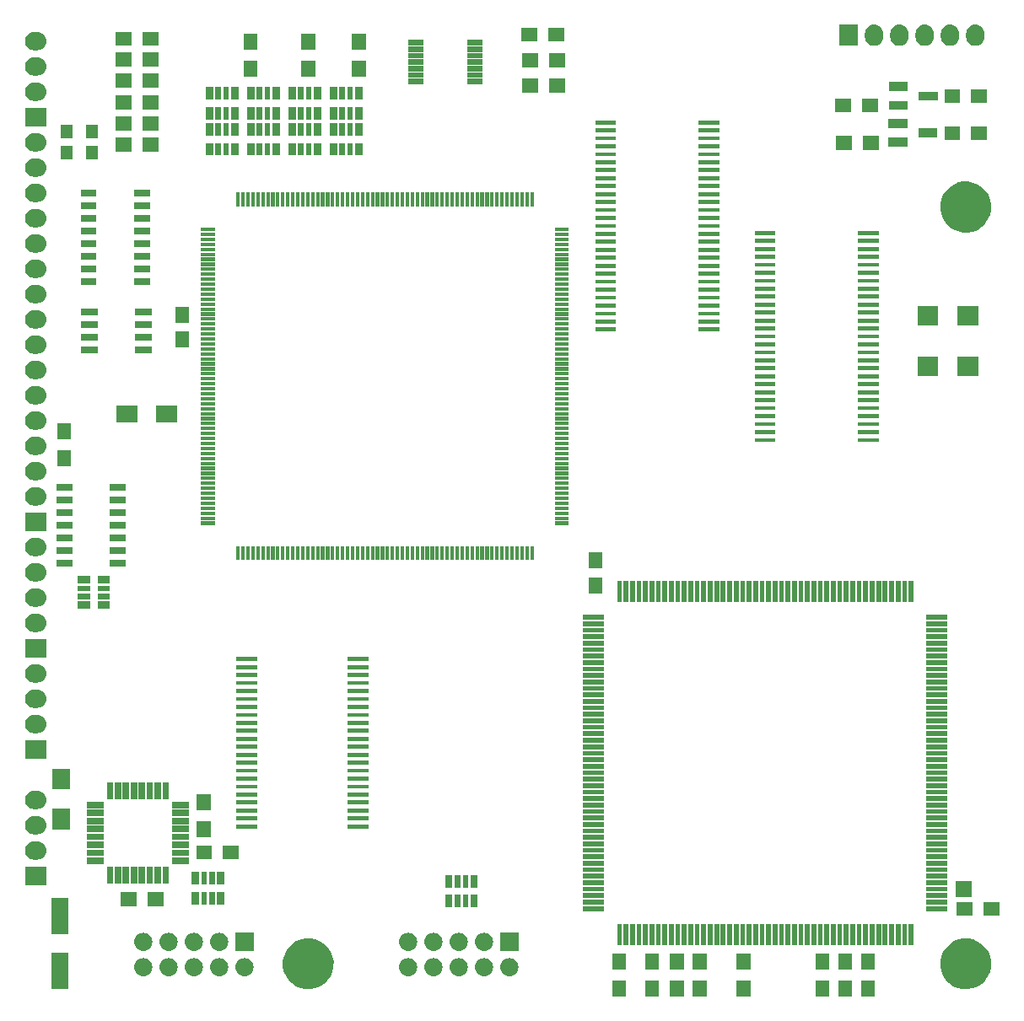
<source format=gts>
G04 #@! TF.FileFunction,Soldermask,Top*
%FSLAX46Y46*%
G04 Gerber Fmt 4.6, Leading zero omitted, Abs format (unit mm)*
G04 Created by KiCad (PCBNEW 0.201602281447+6595~42~ubuntu14.04.1-product) date fre  4 mar 2016 01:41:54*
%MOMM*%
G01*
G04 APERTURE LIST*
%ADD10C,0.100000*%
G04 APERTURE END LIST*
D10*
G36*
X171900800Y-149250800D02*
X170499200Y-149250800D01*
X170499200Y-147649200D01*
X171900800Y-147649200D01*
X171900800Y-149250800D01*
X171900800Y-149250800D01*
G37*
G36*
X150200800Y-149250800D02*
X148799200Y-149250800D01*
X148799200Y-147649200D01*
X150200800Y-147649200D01*
X150200800Y-149250800D01*
X150200800Y-149250800D01*
G37*
G36*
X167300800Y-149250800D02*
X165899200Y-149250800D01*
X165899200Y-147649200D01*
X167300800Y-147649200D01*
X167300800Y-149250800D01*
X167300800Y-149250800D01*
G37*
G36*
X169600800Y-149250800D02*
X168199200Y-149250800D01*
X168199200Y-147649200D01*
X169600800Y-147649200D01*
X169600800Y-149250800D01*
X169600800Y-149250800D01*
G37*
G36*
X152700800Y-149250800D02*
X151299200Y-149250800D01*
X151299200Y-147649200D01*
X152700800Y-147649200D01*
X152700800Y-149250800D01*
X152700800Y-149250800D01*
G37*
G36*
X146900800Y-149250800D02*
X145499200Y-149250800D01*
X145499200Y-147649200D01*
X146900800Y-147649200D01*
X146900800Y-149250800D01*
X146900800Y-149250800D01*
G37*
G36*
X155000800Y-149250800D02*
X153599200Y-149250800D01*
X153599200Y-147649200D01*
X155000800Y-147649200D01*
X155000800Y-149250800D01*
X155000800Y-149250800D01*
G37*
G36*
X159400800Y-149250800D02*
X157999200Y-149250800D01*
X157999200Y-147649200D01*
X159400800Y-147649200D01*
X159400800Y-149250800D01*
X159400800Y-149250800D01*
G37*
G36*
X181267920Y-143450897D02*
X181757944Y-143551484D01*
X182219095Y-143745334D01*
X182633806Y-144025060D01*
X182986298Y-144380022D01*
X183263122Y-144796675D01*
X183453749Y-145259171D01*
X183550859Y-145749616D01*
X183550859Y-145749628D01*
X183550909Y-145749881D01*
X183542931Y-146321247D01*
X183542874Y-146321497D01*
X183542874Y-146321509D01*
X183432107Y-146809053D01*
X183228641Y-147266046D01*
X182940287Y-147674812D01*
X182578030Y-148019784D01*
X182155666Y-148287825D01*
X181689277Y-148468725D01*
X181196645Y-148555590D01*
X180696510Y-148545113D01*
X180207944Y-148437695D01*
X179749548Y-148237427D01*
X179338774Y-147951931D01*
X178991283Y-147592094D01*
X178720296Y-147171605D01*
X178536148Y-146706499D01*
X178445845Y-146214477D01*
X178452829Y-145714288D01*
X178556834Y-145224984D01*
X178753899Y-144765196D01*
X179036518Y-144352441D01*
X179393922Y-144002446D01*
X179812506Y-143728532D01*
X180276319Y-143541140D01*
X180767695Y-143447404D01*
X181267920Y-143450897D01*
X181267920Y-143450897D01*
G37*
G36*
X115267920Y-143450897D02*
X115757944Y-143551484D01*
X116219095Y-143745334D01*
X116633806Y-144025060D01*
X116986298Y-144380022D01*
X117263122Y-144796675D01*
X117453749Y-145259171D01*
X117550859Y-145749616D01*
X117550859Y-145749628D01*
X117550909Y-145749881D01*
X117542931Y-146321247D01*
X117542874Y-146321497D01*
X117542874Y-146321509D01*
X117432107Y-146809053D01*
X117228641Y-147266046D01*
X116940287Y-147674812D01*
X116578030Y-148019784D01*
X116155666Y-148287825D01*
X115689277Y-148468725D01*
X115196645Y-148555590D01*
X114696510Y-148545113D01*
X114207944Y-148437695D01*
X113749548Y-148237427D01*
X113338774Y-147951931D01*
X112991283Y-147592094D01*
X112720296Y-147171605D01*
X112536148Y-146706499D01*
X112445845Y-146214477D01*
X112452829Y-145714288D01*
X112556834Y-145224984D01*
X112753899Y-144765196D01*
X113036518Y-144352441D01*
X113393922Y-144002446D01*
X113812506Y-143728532D01*
X114276319Y-143541140D01*
X114767695Y-143447404D01*
X115267920Y-143450897D01*
X115267920Y-143450897D01*
G37*
G36*
X90950900Y-148550390D02*
X89249100Y-148550390D01*
X89249100Y-144849610D01*
X90950900Y-144849610D01*
X90950900Y-148550390D01*
X90950900Y-148550390D01*
G37*
G36*
X132823829Y-145439847D02*
X132823834Y-145439849D01*
X132823866Y-145439852D01*
X132994344Y-145492624D01*
X133151326Y-145577504D01*
X133288831Y-145691258D01*
X133401623Y-145829555D01*
X133485405Y-145987125D01*
X133536985Y-146157968D01*
X133554400Y-146335576D01*
X133554400Y-146344424D01*
X133554311Y-146357191D01*
X133534418Y-146534538D01*
X133480457Y-146704644D01*
X133394484Y-146861030D01*
X133279772Y-146997738D01*
X133140692Y-147109561D01*
X132982540Y-147192241D01*
X132811341Y-147242627D01*
X132811325Y-147242628D01*
X132811306Y-147242634D01*
X132633617Y-147258804D01*
X132456171Y-147240153D01*
X132456166Y-147240151D01*
X132456134Y-147240148D01*
X132285656Y-147187376D01*
X132128674Y-147102496D01*
X131991169Y-146988742D01*
X131878377Y-146850445D01*
X131794595Y-146692875D01*
X131743015Y-146522032D01*
X131725600Y-146344424D01*
X131725600Y-146335576D01*
X131725689Y-146322809D01*
X131745582Y-146145462D01*
X131799543Y-145975356D01*
X131885516Y-145818970D01*
X132000228Y-145682262D01*
X132139308Y-145570439D01*
X132297460Y-145487759D01*
X132468659Y-145437373D01*
X132468675Y-145437372D01*
X132468694Y-145437366D01*
X132646383Y-145421196D01*
X132823829Y-145439847D01*
X132823829Y-145439847D01*
G37*
G36*
X130283829Y-145439847D02*
X130283834Y-145439849D01*
X130283866Y-145439852D01*
X130454344Y-145492624D01*
X130611326Y-145577504D01*
X130748831Y-145691258D01*
X130861623Y-145829555D01*
X130945405Y-145987125D01*
X130996985Y-146157968D01*
X131014400Y-146335576D01*
X131014400Y-146344424D01*
X131014311Y-146357191D01*
X130994418Y-146534538D01*
X130940457Y-146704644D01*
X130854484Y-146861030D01*
X130739772Y-146997738D01*
X130600692Y-147109561D01*
X130442540Y-147192241D01*
X130271341Y-147242627D01*
X130271325Y-147242628D01*
X130271306Y-147242634D01*
X130093617Y-147258804D01*
X129916171Y-147240153D01*
X129916166Y-147240151D01*
X129916134Y-147240148D01*
X129745656Y-147187376D01*
X129588674Y-147102496D01*
X129451169Y-146988742D01*
X129338377Y-146850445D01*
X129254595Y-146692875D01*
X129203015Y-146522032D01*
X129185600Y-146344424D01*
X129185600Y-146335576D01*
X129185689Y-146322809D01*
X129205582Y-146145462D01*
X129259543Y-145975356D01*
X129345516Y-145818970D01*
X129460228Y-145682262D01*
X129599308Y-145570439D01*
X129757460Y-145487759D01*
X129928659Y-145437373D01*
X129928675Y-145437372D01*
X129928694Y-145437366D01*
X130106383Y-145421196D01*
X130283829Y-145439847D01*
X130283829Y-145439847D01*
G37*
G36*
X98623829Y-145439847D02*
X98623834Y-145439849D01*
X98623866Y-145439852D01*
X98794344Y-145492624D01*
X98951326Y-145577504D01*
X99088831Y-145691258D01*
X99201623Y-145829555D01*
X99285405Y-145987125D01*
X99336985Y-146157968D01*
X99354400Y-146335576D01*
X99354400Y-146344424D01*
X99354311Y-146357191D01*
X99334418Y-146534538D01*
X99280457Y-146704644D01*
X99194484Y-146861030D01*
X99079772Y-146997738D01*
X98940692Y-147109561D01*
X98782540Y-147192241D01*
X98611341Y-147242627D01*
X98611325Y-147242628D01*
X98611306Y-147242634D01*
X98433617Y-147258804D01*
X98256171Y-147240153D01*
X98256166Y-147240151D01*
X98256134Y-147240148D01*
X98085656Y-147187376D01*
X97928674Y-147102496D01*
X97791169Y-146988742D01*
X97678377Y-146850445D01*
X97594595Y-146692875D01*
X97543015Y-146522032D01*
X97525600Y-146344424D01*
X97525600Y-146335576D01*
X97525689Y-146322809D01*
X97545582Y-146145462D01*
X97599543Y-145975356D01*
X97685516Y-145818970D01*
X97800228Y-145682262D01*
X97939308Y-145570439D01*
X98097460Y-145487759D01*
X98268659Y-145437373D01*
X98268675Y-145437372D01*
X98268694Y-145437366D01*
X98446383Y-145421196D01*
X98623829Y-145439847D01*
X98623829Y-145439847D01*
G37*
G36*
X127743829Y-145439847D02*
X127743834Y-145439849D01*
X127743866Y-145439852D01*
X127914344Y-145492624D01*
X128071326Y-145577504D01*
X128208831Y-145691258D01*
X128321623Y-145829555D01*
X128405405Y-145987125D01*
X128456985Y-146157968D01*
X128474400Y-146335576D01*
X128474400Y-146344424D01*
X128474311Y-146357191D01*
X128454418Y-146534538D01*
X128400457Y-146704644D01*
X128314484Y-146861030D01*
X128199772Y-146997738D01*
X128060692Y-147109561D01*
X127902540Y-147192241D01*
X127731341Y-147242627D01*
X127731325Y-147242628D01*
X127731306Y-147242634D01*
X127553617Y-147258804D01*
X127376171Y-147240153D01*
X127376166Y-147240151D01*
X127376134Y-147240148D01*
X127205656Y-147187376D01*
X127048674Y-147102496D01*
X126911169Y-146988742D01*
X126798377Y-146850445D01*
X126714595Y-146692875D01*
X126663015Y-146522032D01*
X126645600Y-146344424D01*
X126645600Y-146335576D01*
X126645689Y-146322809D01*
X126665582Y-146145462D01*
X126719543Y-145975356D01*
X126805516Y-145818970D01*
X126920228Y-145682262D01*
X127059308Y-145570439D01*
X127217460Y-145487759D01*
X127388659Y-145437373D01*
X127388675Y-145437372D01*
X127388694Y-145437366D01*
X127566383Y-145421196D01*
X127743829Y-145439847D01*
X127743829Y-145439847D01*
G37*
G36*
X125203829Y-145439847D02*
X125203834Y-145439849D01*
X125203866Y-145439852D01*
X125374344Y-145492624D01*
X125531326Y-145577504D01*
X125668831Y-145691258D01*
X125781623Y-145829555D01*
X125865405Y-145987125D01*
X125916985Y-146157968D01*
X125934400Y-146335576D01*
X125934400Y-146344424D01*
X125934311Y-146357191D01*
X125914418Y-146534538D01*
X125860457Y-146704644D01*
X125774484Y-146861030D01*
X125659772Y-146997738D01*
X125520692Y-147109561D01*
X125362540Y-147192241D01*
X125191341Y-147242627D01*
X125191325Y-147242628D01*
X125191306Y-147242634D01*
X125013617Y-147258804D01*
X124836171Y-147240153D01*
X124836166Y-147240151D01*
X124836134Y-147240148D01*
X124665656Y-147187376D01*
X124508674Y-147102496D01*
X124371169Y-146988742D01*
X124258377Y-146850445D01*
X124174595Y-146692875D01*
X124123015Y-146522032D01*
X124105600Y-146344424D01*
X124105600Y-146335576D01*
X124105689Y-146322809D01*
X124125582Y-146145462D01*
X124179543Y-145975356D01*
X124265516Y-145818970D01*
X124380228Y-145682262D01*
X124519308Y-145570439D01*
X124677460Y-145487759D01*
X124848659Y-145437373D01*
X124848675Y-145437372D01*
X124848694Y-145437366D01*
X125026383Y-145421196D01*
X125203829Y-145439847D01*
X125203829Y-145439847D01*
G37*
G36*
X108783829Y-145439847D02*
X108783834Y-145439849D01*
X108783866Y-145439852D01*
X108954344Y-145492624D01*
X109111326Y-145577504D01*
X109248831Y-145691258D01*
X109361623Y-145829555D01*
X109445405Y-145987125D01*
X109496985Y-146157968D01*
X109514400Y-146335576D01*
X109514400Y-146344424D01*
X109514311Y-146357191D01*
X109494418Y-146534538D01*
X109440457Y-146704644D01*
X109354484Y-146861030D01*
X109239772Y-146997738D01*
X109100692Y-147109561D01*
X108942540Y-147192241D01*
X108771341Y-147242627D01*
X108771325Y-147242628D01*
X108771306Y-147242634D01*
X108593617Y-147258804D01*
X108416171Y-147240153D01*
X108416166Y-147240151D01*
X108416134Y-147240148D01*
X108245656Y-147187376D01*
X108088674Y-147102496D01*
X107951169Y-146988742D01*
X107838377Y-146850445D01*
X107754595Y-146692875D01*
X107703015Y-146522032D01*
X107685600Y-146344424D01*
X107685600Y-146335576D01*
X107685689Y-146322809D01*
X107705582Y-146145462D01*
X107759543Y-145975356D01*
X107845516Y-145818970D01*
X107960228Y-145682262D01*
X108099308Y-145570439D01*
X108257460Y-145487759D01*
X108428659Y-145437373D01*
X108428675Y-145437372D01*
X108428694Y-145437366D01*
X108606383Y-145421196D01*
X108783829Y-145439847D01*
X108783829Y-145439847D01*
G37*
G36*
X101163829Y-145439847D02*
X101163834Y-145439849D01*
X101163866Y-145439852D01*
X101334344Y-145492624D01*
X101491326Y-145577504D01*
X101628831Y-145691258D01*
X101741623Y-145829555D01*
X101825405Y-145987125D01*
X101876985Y-146157968D01*
X101894400Y-146335576D01*
X101894400Y-146344424D01*
X101894311Y-146357191D01*
X101874418Y-146534538D01*
X101820457Y-146704644D01*
X101734484Y-146861030D01*
X101619772Y-146997738D01*
X101480692Y-147109561D01*
X101322540Y-147192241D01*
X101151341Y-147242627D01*
X101151325Y-147242628D01*
X101151306Y-147242634D01*
X100973617Y-147258804D01*
X100796171Y-147240153D01*
X100796166Y-147240151D01*
X100796134Y-147240148D01*
X100625656Y-147187376D01*
X100468674Y-147102496D01*
X100331169Y-146988742D01*
X100218377Y-146850445D01*
X100134595Y-146692875D01*
X100083015Y-146522032D01*
X100065600Y-146344424D01*
X100065600Y-146335576D01*
X100065689Y-146322809D01*
X100085582Y-146145462D01*
X100139543Y-145975356D01*
X100225516Y-145818970D01*
X100340228Y-145682262D01*
X100479308Y-145570439D01*
X100637460Y-145487759D01*
X100808659Y-145437373D01*
X100808675Y-145437372D01*
X100808694Y-145437366D01*
X100986383Y-145421196D01*
X101163829Y-145439847D01*
X101163829Y-145439847D01*
G37*
G36*
X103703829Y-145439847D02*
X103703834Y-145439849D01*
X103703866Y-145439852D01*
X103874344Y-145492624D01*
X104031326Y-145577504D01*
X104168831Y-145691258D01*
X104281623Y-145829555D01*
X104365405Y-145987125D01*
X104416985Y-146157968D01*
X104434400Y-146335576D01*
X104434400Y-146344424D01*
X104434311Y-146357191D01*
X104414418Y-146534538D01*
X104360457Y-146704644D01*
X104274484Y-146861030D01*
X104159772Y-146997738D01*
X104020692Y-147109561D01*
X103862540Y-147192241D01*
X103691341Y-147242627D01*
X103691325Y-147242628D01*
X103691306Y-147242634D01*
X103513617Y-147258804D01*
X103336171Y-147240153D01*
X103336166Y-147240151D01*
X103336134Y-147240148D01*
X103165656Y-147187376D01*
X103008674Y-147102496D01*
X102871169Y-146988742D01*
X102758377Y-146850445D01*
X102674595Y-146692875D01*
X102623015Y-146522032D01*
X102605600Y-146344424D01*
X102605600Y-146335576D01*
X102605689Y-146322809D01*
X102625582Y-146145462D01*
X102679543Y-145975356D01*
X102765516Y-145818970D01*
X102880228Y-145682262D01*
X103019308Y-145570439D01*
X103177460Y-145487759D01*
X103348659Y-145437373D01*
X103348675Y-145437372D01*
X103348694Y-145437366D01*
X103526383Y-145421196D01*
X103703829Y-145439847D01*
X103703829Y-145439847D01*
G37*
G36*
X106243829Y-145439847D02*
X106243834Y-145439849D01*
X106243866Y-145439852D01*
X106414344Y-145492624D01*
X106571326Y-145577504D01*
X106708831Y-145691258D01*
X106821623Y-145829555D01*
X106905405Y-145987125D01*
X106956985Y-146157968D01*
X106974400Y-146335576D01*
X106974400Y-146344424D01*
X106974311Y-146357191D01*
X106954418Y-146534538D01*
X106900457Y-146704644D01*
X106814484Y-146861030D01*
X106699772Y-146997738D01*
X106560692Y-147109561D01*
X106402540Y-147192241D01*
X106231341Y-147242627D01*
X106231325Y-147242628D01*
X106231306Y-147242634D01*
X106053617Y-147258804D01*
X105876171Y-147240153D01*
X105876166Y-147240151D01*
X105876134Y-147240148D01*
X105705656Y-147187376D01*
X105548674Y-147102496D01*
X105411169Y-146988742D01*
X105298377Y-146850445D01*
X105214595Y-146692875D01*
X105163015Y-146522032D01*
X105145600Y-146344424D01*
X105145600Y-146335576D01*
X105145689Y-146322809D01*
X105165582Y-146145462D01*
X105219543Y-145975356D01*
X105305516Y-145818970D01*
X105420228Y-145682262D01*
X105559308Y-145570439D01*
X105717460Y-145487759D01*
X105888659Y-145437373D01*
X105888675Y-145437372D01*
X105888694Y-145437366D01*
X106066383Y-145421196D01*
X106243829Y-145439847D01*
X106243829Y-145439847D01*
G37*
G36*
X135363829Y-145439847D02*
X135363834Y-145439849D01*
X135363866Y-145439852D01*
X135534344Y-145492624D01*
X135691326Y-145577504D01*
X135828831Y-145691258D01*
X135941623Y-145829555D01*
X136025405Y-145987125D01*
X136076985Y-146157968D01*
X136094400Y-146335576D01*
X136094400Y-146344424D01*
X136094311Y-146357191D01*
X136074418Y-146534538D01*
X136020457Y-146704644D01*
X135934484Y-146861030D01*
X135819772Y-146997738D01*
X135680692Y-147109561D01*
X135522540Y-147192241D01*
X135351341Y-147242627D01*
X135351325Y-147242628D01*
X135351306Y-147242634D01*
X135173617Y-147258804D01*
X134996171Y-147240153D01*
X134996166Y-147240151D01*
X134996134Y-147240148D01*
X134825656Y-147187376D01*
X134668674Y-147102496D01*
X134531169Y-146988742D01*
X134418377Y-146850445D01*
X134334595Y-146692875D01*
X134283015Y-146522032D01*
X134265600Y-146344424D01*
X134265600Y-146335576D01*
X134265689Y-146322809D01*
X134285582Y-146145462D01*
X134339543Y-145975356D01*
X134425516Y-145818970D01*
X134540228Y-145682262D01*
X134679308Y-145570439D01*
X134837460Y-145487759D01*
X135008659Y-145437373D01*
X135008675Y-145437372D01*
X135008694Y-145437366D01*
X135186383Y-145421196D01*
X135363829Y-145439847D01*
X135363829Y-145439847D01*
G37*
G36*
X169600800Y-146550800D02*
X168199200Y-146550800D01*
X168199200Y-144949200D01*
X169600800Y-144949200D01*
X169600800Y-146550800D01*
X169600800Y-146550800D01*
G37*
G36*
X167300800Y-146550800D02*
X165899200Y-146550800D01*
X165899200Y-144949200D01*
X167300800Y-144949200D01*
X167300800Y-146550800D01*
X167300800Y-146550800D01*
G37*
G36*
X159400800Y-146550800D02*
X157999200Y-146550800D01*
X157999200Y-144949200D01*
X159400800Y-144949200D01*
X159400800Y-146550800D01*
X159400800Y-146550800D01*
G37*
G36*
X146900800Y-146550800D02*
X145499200Y-146550800D01*
X145499200Y-144949200D01*
X146900800Y-144949200D01*
X146900800Y-146550800D01*
X146900800Y-146550800D01*
G37*
G36*
X155000800Y-146550800D02*
X153599200Y-146550800D01*
X153599200Y-144949200D01*
X155000800Y-144949200D01*
X155000800Y-146550800D01*
X155000800Y-146550800D01*
G37*
G36*
X152700800Y-146550800D02*
X151299200Y-146550800D01*
X151299200Y-144949200D01*
X152700800Y-144949200D01*
X152700800Y-146550800D01*
X152700800Y-146550800D01*
G37*
G36*
X171900800Y-146550800D02*
X170499200Y-146550800D01*
X170499200Y-144949200D01*
X171900800Y-144949200D01*
X171900800Y-146550800D01*
X171900800Y-146550800D01*
G37*
G36*
X150200800Y-146550800D02*
X148799200Y-146550800D01*
X148799200Y-144949200D01*
X150200800Y-144949200D01*
X150200800Y-146550800D01*
X150200800Y-146550800D01*
G37*
G36*
X125203829Y-142899847D02*
X125203834Y-142899849D01*
X125203866Y-142899852D01*
X125374344Y-142952624D01*
X125531326Y-143037504D01*
X125668831Y-143151258D01*
X125781623Y-143289555D01*
X125865405Y-143447125D01*
X125916985Y-143617968D01*
X125934400Y-143795576D01*
X125934400Y-143804424D01*
X125934311Y-143817191D01*
X125914418Y-143994538D01*
X125860457Y-144164644D01*
X125774484Y-144321030D01*
X125659772Y-144457738D01*
X125520692Y-144569561D01*
X125362540Y-144652241D01*
X125191341Y-144702627D01*
X125191325Y-144702628D01*
X125191306Y-144702634D01*
X125013617Y-144718804D01*
X124836171Y-144700153D01*
X124836166Y-144700151D01*
X124836134Y-144700148D01*
X124665656Y-144647376D01*
X124508674Y-144562496D01*
X124371169Y-144448742D01*
X124258377Y-144310445D01*
X124174595Y-144152875D01*
X124123015Y-143982032D01*
X124105600Y-143804424D01*
X124105600Y-143795576D01*
X124105689Y-143782809D01*
X124125582Y-143605462D01*
X124179543Y-143435356D01*
X124265516Y-143278970D01*
X124380228Y-143142262D01*
X124519308Y-143030439D01*
X124677460Y-142947759D01*
X124848659Y-142897373D01*
X124848675Y-142897372D01*
X124848694Y-142897366D01*
X125026383Y-142881196D01*
X125203829Y-142899847D01*
X125203829Y-142899847D01*
G37*
G36*
X127743829Y-142899847D02*
X127743834Y-142899849D01*
X127743866Y-142899852D01*
X127914344Y-142952624D01*
X128071326Y-143037504D01*
X128208831Y-143151258D01*
X128321623Y-143289555D01*
X128405405Y-143447125D01*
X128456985Y-143617968D01*
X128474400Y-143795576D01*
X128474400Y-143804424D01*
X128474311Y-143817191D01*
X128454418Y-143994538D01*
X128400457Y-144164644D01*
X128314484Y-144321030D01*
X128199772Y-144457738D01*
X128060692Y-144569561D01*
X127902540Y-144652241D01*
X127731341Y-144702627D01*
X127731325Y-144702628D01*
X127731306Y-144702634D01*
X127553617Y-144718804D01*
X127376171Y-144700153D01*
X127376166Y-144700151D01*
X127376134Y-144700148D01*
X127205656Y-144647376D01*
X127048674Y-144562496D01*
X126911169Y-144448742D01*
X126798377Y-144310445D01*
X126714595Y-144152875D01*
X126663015Y-143982032D01*
X126645600Y-143804424D01*
X126645600Y-143795576D01*
X126645689Y-143782809D01*
X126665582Y-143605462D01*
X126719543Y-143435356D01*
X126805516Y-143278970D01*
X126920228Y-143142262D01*
X127059308Y-143030439D01*
X127217460Y-142947759D01*
X127388659Y-142897373D01*
X127388675Y-142897372D01*
X127388694Y-142897366D01*
X127566383Y-142881196D01*
X127743829Y-142899847D01*
X127743829Y-142899847D01*
G37*
G36*
X130283829Y-142899847D02*
X130283834Y-142899849D01*
X130283866Y-142899852D01*
X130454344Y-142952624D01*
X130611326Y-143037504D01*
X130748831Y-143151258D01*
X130861623Y-143289555D01*
X130945405Y-143447125D01*
X130996985Y-143617968D01*
X131014400Y-143795576D01*
X131014400Y-143804424D01*
X131014311Y-143817191D01*
X130994418Y-143994538D01*
X130940457Y-144164644D01*
X130854484Y-144321030D01*
X130739772Y-144457738D01*
X130600692Y-144569561D01*
X130442540Y-144652241D01*
X130271341Y-144702627D01*
X130271325Y-144702628D01*
X130271306Y-144702634D01*
X130093617Y-144718804D01*
X129916171Y-144700153D01*
X129916166Y-144700151D01*
X129916134Y-144700148D01*
X129745656Y-144647376D01*
X129588674Y-144562496D01*
X129451169Y-144448742D01*
X129338377Y-144310445D01*
X129254595Y-144152875D01*
X129203015Y-143982032D01*
X129185600Y-143804424D01*
X129185600Y-143795576D01*
X129185689Y-143782809D01*
X129205582Y-143605462D01*
X129259543Y-143435356D01*
X129345516Y-143278970D01*
X129460228Y-143142262D01*
X129599308Y-143030439D01*
X129757460Y-142947759D01*
X129928659Y-142897373D01*
X129928675Y-142897372D01*
X129928694Y-142897366D01*
X130106383Y-142881196D01*
X130283829Y-142899847D01*
X130283829Y-142899847D01*
G37*
G36*
X132823829Y-142899847D02*
X132823834Y-142899849D01*
X132823866Y-142899852D01*
X132994344Y-142952624D01*
X133151326Y-143037504D01*
X133288831Y-143151258D01*
X133401623Y-143289555D01*
X133485405Y-143447125D01*
X133536985Y-143617968D01*
X133554400Y-143795576D01*
X133554400Y-143804424D01*
X133554311Y-143817191D01*
X133534418Y-143994538D01*
X133480457Y-144164644D01*
X133394484Y-144321030D01*
X133279772Y-144457738D01*
X133140692Y-144569561D01*
X132982540Y-144652241D01*
X132811341Y-144702627D01*
X132811325Y-144702628D01*
X132811306Y-144702634D01*
X132633617Y-144718804D01*
X132456171Y-144700153D01*
X132456166Y-144700151D01*
X132456134Y-144700148D01*
X132285656Y-144647376D01*
X132128674Y-144562496D01*
X131991169Y-144448742D01*
X131878377Y-144310445D01*
X131794595Y-144152875D01*
X131743015Y-143982032D01*
X131725600Y-143804424D01*
X131725600Y-143795576D01*
X131725689Y-143782809D01*
X131745582Y-143605462D01*
X131799543Y-143435356D01*
X131885516Y-143278970D01*
X132000228Y-143142262D01*
X132139308Y-143030439D01*
X132297460Y-142947759D01*
X132468659Y-142897373D01*
X132468675Y-142897372D01*
X132468694Y-142897366D01*
X132646383Y-142881196D01*
X132823829Y-142899847D01*
X132823829Y-142899847D01*
G37*
G36*
X103703829Y-142899847D02*
X103703834Y-142899849D01*
X103703866Y-142899852D01*
X103874344Y-142952624D01*
X104031326Y-143037504D01*
X104168831Y-143151258D01*
X104281623Y-143289555D01*
X104365405Y-143447125D01*
X104416985Y-143617968D01*
X104434400Y-143795576D01*
X104434400Y-143804424D01*
X104434311Y-143817191D01*
X104414418Y-143994538D01*
X104360457Y-144164644D01*
X104274484Y-144321030D01*
X104159772Y-144457738D01*
X104020692Y-144569561D01*
X103862540Y-144652241D01*
X103691341Y-144702627D01*
X103691325Y-144702628D01*
X103691306Y-144702634D01*
X103513617Y-144718804D01*
X103336171Y-144700153D01*
X103336166Y-144700151D01*
X103336134Y-144700148D01*
X103165656Y-144647376D01*
X103008674Y-144562496D01*
X102871169Y-144448742D01*
X102758377Y-144310445D01*
X102674595Y-144152875D01*
X102623015Y-143982032D01*
X102605600Y-143804424D01*
X102605600Y-143795576D01*
X102605689Y-143782809D01*
X102625582Y-143605462D01*
X102679543Y-143435356D01*
X102765516Y-143278970D01*
X102880228Y-143142262D01*
X103019308Y-143030439D01*
X103177460Y-142947759D01*
X103348659Y-142897373D01*
X103348675Y-142897372D01*
X103348694Y-142897366D01*
X103526383Y-142881196D01*
X103703829Y-142899847D01*
X103703829Y-142899847D01*
G37*
G36*
X101163829Y-142899847D02*
X101163834Y-142899849D01*
X101163866Y-142899852D01*
X101334344Y-142952624D01*
X101491326Y-143037504D01*
X101628831Y-143151258D01*
X101741623Y-143289555D01*
X101825405Y-143447125D01*
X101876985Y-143617968D01*
X101894400Y-143795576D01*
X101894400Y-143804424D01*
X101894311Y-143817191D01*
X101874418Y-143994538D01*
X101820457Y-144164644D01*
X101734484Y-144321030D01*
X101619772Y-144457738D01*
X101480692Y-144569561D01*
X101322540Y-144652241D01*
X101151341Y-144702627D01*
X101151325Y-144702628D01*
X101151306Y-144702634D01*
X100973617Y-144718804D01*
X100796171Y-144700153D01*
X100796166Y-144700151D01*
X100796134Y-144700148D01*
X100625656Y-144647376D01*
X100468674Y-144562496D01*
X100331169Y-144448742D01*
X100218377Y-144310445D01*
X100134595Y-144152875D01*
X100083015Y-143982032D01*
X100065600Y-143804424D01*
X100065600Y-143795576D01*
X100065689Y-143782809D01*
X100085582Y-143605462D01*
X100139543Y-143435356D01*
X100225516Y-143278970D01*
X100340228Y-143142262D01*
X100479308Y-143030439D01*
X100637460Y-142947759D01*
X100808659Y-142897373D01*
X100808675Y-142897372D01*
X100808694Y-142897366D01*
X100986383Y-142881196D01*
X101163829Y-142899847D01*
X101163829Y-142899847D01*
G37*
G36*
X98623829Y-142899847D02*
X98623834Y-142899849D01*
X98623866Y-142899852D01*
X98794344Y-142952624D01*
X98951326Y-143037504D01*
X99088831Y-143151258D01*
X99201623Y-143289555D01*
X99285405Y-143447125D01*
X99336985Y-143617968D01*
X99354400Y-143795576D01*
X99354400Y-143804424D01*
X99354311Y-143817191D01*
X99334418Y-143994538D01*
X99280457Y-144164644D01*
X99194484Y-144321030D01*
X99079772Y-144457738D01*
X98940692Y-144569561D01*
X98782540Y-144652241D01*
X98611341Y-144702627D01*
X98611325Y-144702628D01*
X98611306Y-144702634D01*
X98433617Y-144718804D01*
X98256171Y-144700153D01*
X98256166Y-144700151D01*
X98256134Y-144700148D01*
X98085656Y-144647376D01*
X97928674Y-144562496D01*
X97791169Y-144448742D01*
X97678377Y-144310445D01*
X97594595Y-144152875D01*
X97543015Y-143982032D01*
X97525600Y-143804424D01*
X97525600Y-143795576D01*
X97525689Y-143782809D01*
X97545582Y-143605462D01*
X97599543Y-143435356D01*
X97685516Y-143278970D01*
X97800228Y-143142262D01*
X97939308Y-143030439D01*
X98097460Y-142947759D01*
X98268659Y-142897373D01*
X98268675Y-142897372D01*
X98268694Y-142897366D01*
X98446383Y-142881196D01*
X98623829Y-142899847D01*
X98623829Y-142899847D01*
G37*
G36*
X106243829Y-142899847D02*
X106243834Y-142899849D01*
X106243866Y-142899852D01*
X106414344Y-142952624D01*
X106571326Y-143037504D01*
X106708831Y-143151258D01*
X106821623Y-143289555D01*
X106905405Y-143447125D01*
X106956985Y-143617968D01*
X106974400Y-143795576D01*
X106974400Y-143804424D01*
X106974311Y-143817191D01*
X106954418Y-143994538D01*
X106900457Y-144164644D01*
X106814484Y-144321030D01*
X106699772Y-144457738D01*
X106560692Y-144569561D01*
X106402540Y-144652241D01*
X106231341Y-144702627D01*
X106231325Y-144702628D01*
X106231306Y-144702634D01*
X106053617Y-144718804D01*
X105876171Y-144700153D01*
X105876166Y-144700151D01*
X105876134Y-144700148D01*
X105705656Y-144647376D01*
X105548674Y-144562496D01*
X105411169Y-144448742D01*
X105298377Y-144310445D01*
X105214595Y-144152875D01*
X105163015Y-143982032D01*
X105145600Y-143804424D01*
X105145600Y-143795576D01*
X105145689Y-143782809D01*
X105165582Y-143605462D01*
X105219543Y-143435356D01*
X105305516Y-143278970D01*
X105420228Y-143142262D01*
X105559308Y-143030439D01*
X105717460Y-142947759D01*
X105888659Y-142897373D01*
X105888675Y-142897372D01*
X105888694Y-142897366D01*
X106066383Y-142881196D01*
X106243829Y-142899847D01*
X106243829Y-142899847D01*
G37*
G36*
X136094400Y-144714400D02*
X134265600Y-144714400D01*
X134265600Y-142885600D01*
X136094400Y-142885600D01*
X136094400Y-144714400D01*
X136094400Y-144714400D01*
G37*
G36*
X109514400Y-144714400D02*
X107685600Y-144714400D01*
X107685600Y-142885600D01*
X109514400Y-142885600D01*
X109514400Y-144714400D01*
X109514400Y-144714400D01*
G37*
G36*
X170544900Y-144123040D02*
X170062300Y-144123040D01*
X170062300Y-141989440D01*
X170544900Y-141989440D01*
X170544900Y-144123040D01*
X170544900Y-144123040D01*
G37*
G36*
X169244420Y-144123040D02*
X168761820Y-144123040D01*
X168761820Y-141989440D01*
X169244420Y-141989440D01*
X169244420Y-144123040D01*
X169244420Y-144123040D01*
G37*
G36*
X171195140Y-144123040D02*
X170712540Y-144123040D01*
X170712540Y-141989440D01*
X171195140Y-141989440D01*
X171195140Y-144123040D01*
X171195140Y-144123040D01*
G37*
G36*
X171845380Y-144123040D02*
X171362780Y-144123040D01*
X171362780Y-141989440D01*
X171845380Y-141989440D01*
X171845380Y-144123040D01*
X171845380Y-144123040D01*
G37*
G36*
X172495620Y-144123040D02*
X172013020Y-144123040D01*
X172013020Y-141989440D01*
X172495620Y-141989440D01*
X172495620Y-144123040D01*
X172495620Y-144123040D01*
G37*
G36*
X173145860Y-144123040D02*
X172663260Y-144123040D01*
X172663260Y-141989440D01*
X173145860Y-141989440D01*
X173145860Y-144123040D01*
X173145860Y-144123040D01*
G37*
G36*
X173796100Y-144123040D02*
X173313500Y-144123040D01*
X173313500Y-141989440D01*
X173796100Y-141989440D01*
X173796100Y-144123040D01*
X173796100Y-144123040D01*
G37*
G36*
X174446340Y-144123040D02*
X173963740Y-144123040D01*
X173963740Y-141989440D01*
X174446340Y-141989440D01*
X174446340Y-144123040D01*
X174446340Y-144123040D01*
G37*
G36*
X175096580Y-144123040D02*
X174613980Y-144123040D01*
X174613980Y-141989440D01*
X175096580Y-141989440D01*
X175096580Y-144123040D01*
X175096580Y-144123040D01*
G37*
G36*
X175746820Y-144123040D02*
X175264220Y-144123040D01*
X175264220Y-141989440D01*
X175746820Y-141989440D01*
X175746820Y-144123040D01*
X175746820Y-144123040D01*
G37*
G36*
X150387460Y-144123040D02*
X149904860Y-144123040D01*
X149904860Y-141989440D01*
X150387460Y-141989440D01*
X150387460Y-144123040D01*
X150387460Y-144123040D01*
G37*
G36*
X169894660Y-144123040D02*
X169412060Y-144123040D01*
X169412060Y-141989440D01*
X169894660Y-141989440D01*
X169894660Y-144123040D01*
X169894660Y-144123040D01*
G37*
G36*
X162091780Y-144123040D02*
X161609180Y-144123040D01*
X161609180Y-141989440D01*
X162091780Y-141989440D01*
X162091780Y-144123040D01*
X162091780Y-144123040D01*
G37*
G36*
X168594180Y-144123040D02*
X168111580Y-144123040D01*
X168111580Y-141989440D01*
X168594180Y-141989440D01*
X168594180Y-144123040D01*
X168594180Y-144123040D01*
G37*
G36*
X167943940Y-144123040D02*
X167461340Y-144123040D01*
X167461340Y-141989440D01*
X167943940Y-141989440D01*
X167943940Y-144123040D01*
X167943940Y-144123040D01*
G37*
G36*
X167293700Y-144123040D02*
X166811100Y-144123040D01*
X166811100Y-141989440D01*
X167293700Y-141989440D01*
X167293700Y-144123040D01*
X167293700Y-144123040D01*
G37*
G36*
X166643460Y-144123040D02*
X166160860Y-144123040D01*
X166160860Y-141989440D01*
X166643460Y-141989440D01*
X166643460Y-144123040D01*
X166643460Y-144123040D01*
G37*
G36*
X165993220Y-144123040D02*
X165510620Y-144123040D01*
X165510620Y-141989440D01*
X165993220Y-141989440D01*
X165993220Y-144123040D01*
X165993220Y-144123040D01*
G37*
G36*
X165342980Y-144123040D02*
X164860380Y-144123040D01*
X164860380Y-141989440D01*
X165342980Y-141989440D01*
X165342980Y-144123040D01*
X165342980Y-144123040D01*
G37*
G36*
X164692740Y-144123040D02*
X164210140Y-144123040D01*
X164210140Y-141989440D01*
X164692740Y-141989440D01*
X164692740Y-144123040D01*
X164692740Y-144123040D01*
G37*
G36*
X164042500Y-144123040D02*
X163559900Y-144123040D01*
X163559900Y-141989440D01*
X164042500Y-141989440D01*
X164042500Y-144123040D01*
X164042500Y-144123040D01*
G37*
G36*
X163392260Y-144123040D02*
X162909660Y-144123040D01*
X162909660Y-141989440D01*
X163392260Y-141989440D01*
X163392260Y-144123040D01*
X163392260Y-144123040D01*
G37*
G36*
X162742020Y-144123040D02*
X162259420Y-144123040D01*
X162259420Y-141989440D01*
X162742020Y-141989440D01*
X162742020Y-144123040D01*
X162742020Y-144123040D01*
G37*
G36*
X155589380Y-144123040D02*
X155106780Y-144123040D01*
X155106780Y-141989440D01*
X155589380Y-141989440D01*
X155589380Y-144123040D01*
X155589380Y-144123040D01*
G37*
G36*
X146486020Y-144123040D02*
X146003420Y-144123040D01*
X146003420Y-141989440D01*
X146486020Y-141989440D01*
X146486020Y-144123040D01*
X146486020Y-144123040D01*
G37*
G36*
X161441540Y-144123040D02*
X160958940Y-144123040D01*
X160958940Y-141989440D01*
X161441540Y-141989440D01*
X161441540Y-144123040D01*
X161441540Y-144123040D01*
G37*
G36*
X160791300Y-144123040D02*
X160308700Y-144123040D01*
X160308700Y-141989440D01*
X160791300Y-141989440D01*
X160791300Y-144123040D01*
X160791300Y-144123040D01*
G37*
G36*
X160141060Y-144123040D02*
X159658460Y-144123040D01*
X159658460Y-141989440D01*
X160141060Y-141989440D01*
X160141060Y-144123040D01*
X160141060Y-144123040D01*
G37*
G36*
X159490820Y-144123040D02*
X159008220Y-144123040D01*
X159008220Y-141989440D01*
X159490820Y-141989440D01*
X159490820Y-144123040D01*
X159490820Y-144123040D01*
G37*
G36*
X158840580Y-144123040D02*
X158357980Y-144123040D01*
X158357980Y-141989440D01*
X158840580Y-141989440D01*
X158840580Y-144123040D01*
X158840580Y-144123040D01*
G37*
G36*
X158190340Y-144123040D02*
X157707740Y-144123040D01*
X157707740Y-141989440D01*
X158190340Y-141989440D01*
X158190340Y-144123040D01*
X158190340Y-144123040D01*
G37*
G36*
X157540100Y-144123040D02*
X157057500Y-144123040D01*
X157057500Y-141989440D01*
X157540100Y-141989440D01*
X157540100Y-144123040D01*
X157540100Y-144123040D01*
G37*
G36*
X156889860Y-144123040D02*
X156407260Y-144123040D01*
X156407260Y-141989440D01*
X156889860Y-141989440D01*
X156889860Y-144123040D01*
X156889860Y-144123040D01*
G37*
G36*
X156239620Y-144123040D02*
X155757020Y-144123040D01*
X155757020Y-141989440D01*
X156239620Y-141989440D01*
X156239620Y-144123040D01*
X156239620Y-144123040D01*
G37*
G36*
X154939140Y-144123040D02*
X154456540Y-144123040D01*
X154456540Y-141989440D01*
X154939140Y-141989440D01*
X154939140Y-144123040D01*
X154939140Y-144123040D01*
G37*
G36*
X154288900Y-144123040D02*
X153806300Y-144123040D01*
X153806300Y-141989440D01*
X154288900Y-141989440D01*
X154288900Y-144123040D01*
X154288900Y-144123040D01*
G37*
G36*
X153638660Y-144123040D02*
X153156060Y-144123040D01*
X153156060Y-141989440D01*
X153638660Y-141989440D01*
X153638660Y-144123040D01*
X153638660Y-144123040D01*
G37*
G36*
X152988420Y-144123040D02*
X152505820Y-144123040D01*
X152505820Y-141989440D01*
X152988420Y-141989440D01*
X152988420Y-144123040D01*
X152988420Y-144123040D01*
G37*
G36*
X152338180Y-144123040D02*
X151855580Y-144123040D01*
X151855580Y-141989440D01*
X152338180Y-141989440D01*
X152338180Y-144123040D01*
X152338180Y-144123040D01*
G37*
G36*
X151687940Y-144123040D02*
X151205340Y-144123040D01*
X151205340Y-141989440D01*
X151687940Y-141989440D01*
X151687940Y-144123040D01*
X151687940Y-144123040D01*
G37*
G36*
X151037700Y-144123040D02*
X150555100Y-144123040D01*
X150555100Y-141989440D01*
X151037700Y-141989440D01*
X151037700Y-144123040D01*
X151037700Y-144123040D01*
G37*
G36*
X149737220Y-144123040D02*
X149254620Y-144123040D01*
X149254620Y-141989440D01*
X149737220Y-141989440D01*
X149737220Y-144123040D01*
X149737220Y-144123040D01*
G37*
G36*
X149086980Y-144123040D02*
X148604380Y-144123040D01*
X148604380Y-141989440D01*
X149086980Y-141989440D01*
X149086980Y-144123040D01*
X149086980Y-144123040D01*
G37*
G36*
X148436740Y-144123040D02*
X147954140Y-144123040D01*
X147954140Y-141989440D01*
X148436740Y-141989440D01*
X148436740Y-144123040D01*
X148436740Y-144123040D01*
G37*
G36*
X147786500Y-144123040D02*
X147303900Y-144123040D01*
X147303900Y-141989440D01*
X147786500Y-141989440D01*
X147786500Y-144123040D01*
X147786500Y-144123040D01*
G37*
G36*
X147136260Y-144123040D02*
X146653660Y-144123040D01*
X146653660Y-141989440D01*
X147136260Y-141989440D01*
X147136260Y-144123040D01*
X147136260Y-144123040D01*
G37*
G36*
X90950900Y-143048750D02*
X89249100Y-143048750D01*
X89249100Y-139347970D01*
X90950900Y-139347970D01*
X90950900Y-143048750D01*
X90950900Y-143048750D01*
G37*
G36*
X184350800Y-141200800D02*
X182749200Y-141200800D01*
X182749200Y-139799200D01*
X184350800Y-139799200D01*
X184350800Y-141200800D01*
X184350800Y-141200800D01*
G37*
G36*
X181650800Y-141200800D02*
X180049200Y-141200800D01*
X180049200Y-139799200D01*
X181650800Y-139799200D01*
X181650800Y-141200800D01*
X181650800Y-141200800D01*
G37*
G36*
X179173280Y-140696580D02*
X177039680Y-140696580D01*
X177039680Y-140213980D01*
X179173280Y-140213980D01*
X179173280Y-140696580D01*
X179173280Y-140696580D01*
G37*
G36*
X144710560Y-140696580D02*
X142576960Y-140696580D01*
X142576960Y-140213980D01*
X144710560Y-140213980D01*
X144710560Y-140696580D01*
X144710560Y-140696580D01*
G37*
G36*
X129465280Y-140327630D02*
X128733760Y-140327630D01*
X128733760Y-139075410D01*
X129465280Y-139075410D01*
X129465280Y-140327630D01*
X129465280Y-140327630D01*
G37*
G36*
X130269190Y-140327630D02*
X129728170Y-140327630D01*
X129728170Y-139075410D01*
X130269190Y-139075410D01*
X130269190Y-140327630D01*
X130269190Y-140327630D01*
G37*
G36*
X131069290Y-140327630D02*
X130528270Y-140327630D01*
X130528270Y-139075410D01*
X131069290Y-139075410D01*
X131069290Y-140327630D01*
X131069290Y-140327630D01*
G37*
G36*
X132015440Y-140327630D02*
X131283920Y-140327630D01*
X131283920Y-139075410D01*
X132015440Y-139075410D01*
X132015440Y-140327630D01*
X132015440Y-140327630D01*
G37*
G36*
X100500800Y-140200800D02*
X98899200Y-140200800D01*
X98899200Y-138799200D01*
X100500800Y-138799200D01*
X100500800Y-140200800D01*
X100500800Y-140200800D01*
G37*
G36*
X97800800Y-140200800D02*
X96199200Y-140200800D01*
X96199200Y-138799200D01*
X97800800Y-138799200D01*
X97800800Y-140200800D01*
X97800800Y-140200800D01*
G37*
G36*
X179173280Y-140046340D02*
X177039680Y-140046340D01*
X177039680Y-139563740D01*
X179173280Y-139563740D01*
X179173280Y-140046340D01*
X179173280Y-140046340D01*
G37*
G36*
X144710560Y-140046340D02*
X142576960Y-140046340D01*
X142576960Y-139563740D01*
X144710560Y-139563740D01*
X144710560Y-140046340D01*
X144710560Y-140046340D01*
G37*
G36*
X105619610Y-140027630D02*
X105078590Y-140027630D01*
X105078590Y-138775410D01*
X105619610Y-138775410D01*
X105619610Y-140027630D01*
X105619610Y-140027630D01*
G37*
G36*
X104819510Y-140027630D02*
X104278490Y-140027630D01*
X104278490Y-138775410D01*
X104819510Y-138775410D01*
X104819510Y-140027630D01*
X104819510Y-140027630D01*
G37*
G36*
X104015600Y-140027630D02*
X103284080Y-140027630D01*
X103284080Y-138775410D01*
X104015600Y-138775410D01*
X104015600Y-140027630D01*
X104015600Y-140027630D01*
G37*
G36*
X106565760Y-140027630D02*
X105834240Y-140027630D01*
X105834240Y-138775410D01*
X106565760Y-138775410D01*
X106565760Y-140027630D01*
X106565760Y-140027630D01*
G37*
G36*
X179173280Y-139396100D02*
X177039680Y-139396100D01*
X177039680Y-138913500D01*
X179173280Y-138913500D01*
X179173280Y-139396100D01*
X179173280Y-139396100D01*
G37*
G36*
X144710560Y-139396100D02*
X142576960Y-139396100D01*
X142576960Y-138913500D01*
X144710560Y-138913500D01*
X144710560Y-139396100D01*
X144710560Y-139396100D01*
G37*
G36*
X181601370Y-139301370D02*
X179998630Y-139301370D01*
X179998630Y-137698630D01*
X181601370Y-137698630D01*
X181601370Y-139301370D01*
X181601370Y-139301370D01*
G37*
G36*
X144710560Y-138745860D02*
X142576960Y-138745860D01*
X142576960Y-138263260D01*
X144710560Y-138263260D01*
X144710560Y-138745860D01*
X144710560Y-138745860D01*
G37*
G36*
X179173280Y-138745860D02*
X177039680Y-138745860D01*
X177039680Y-138263260D01*
X179173280Y-138263260D01*
X179173280Y-138745860D01*
X179173280Y-138745860D01*
G37*
G36*
X132015440Y-138326110D02*
X131283920Y-138326110D01*
X131283920Y-137073890D01*
X132015440Y-137073890D01*
X132015440Y-138326110D01*
X132015440Y-138326110D01*
G37*
G36*
X131069290Y-138326110D02*
X130528270Y-138326110D01*
X130528270Y-137073890D01*
X131069290Y-137073890D01*
X131069290Y-138326110D01*
X131069290Y-138326110D01*
G37*
G36*
X130271730Y-138326110D02*
X129730710Y-138326110D01*
X129730710Y-137073890D01*
X130271730Y-137073890D01*
X130271730Y-138326110D01*
X130271730Y-138326110D01*
G37*
G36*
X129465280Y-138326110D02*
X128733760Y-138326110D01*
X128733760Y-137073890D01*
X129465280Y-137073890D01*
X129465280Y-138326110D01*
X129465280Y-138326110D01*
G37*
G36*
X179173280Y-138095620D02*
X177039680Y-138095620D01*
X177039680Y-137613020D01*
X179173280Y-137613020D01*
X179173280Y-138095620D01*
X179173280Y-138095620D01*
G37*
G36*
X144710560Y-138095620D02*
X142576960Y-138095620D01*
X142576960Y-137613020D01*
X144710560Y-137613020D01*
X144710560Y-138095620D01*
X144710560Y-138095620D01*
G37*
G36*
X88696800Y-138074400D02*
X86563200Y-138074400D01*
X86563200Y-136245600D01*
X88696800Y-136245600D01*
X88696800Y-138074400D01*
X88696800Y-138074400D01*
G37*
G36*
X106565760Y-138026110D02*
X105834240Y-138026110D01*
X105834240Y-136773890D01*
X106565760Y-136773890D01*
X106565760Y-138026110D01*
X106565760Y-138026110D01*
G37*
G36*
X105619610Y-138026110D02*
X105078590Y-138026110D01*
X105078590Y-136773890D01*
X105619610Y-136773890D01*
X105619610Y-138026110D01*
X105619610Y-138026110D01*
G37*
G36*
X104822050Y-138026110D02*
X104281030Y-138026110D01*
X104281030Y-136773890D01*
X104822050Y-136773890D01*
X104822050Y-138026110D01*
X104822050Y-138026110D01*
G37*
G36*
X104015600Y-138026110D02*
X103284080Y-138026110D01*
X103284080Y-136773890D01*
X104015600Y-136773890D01*
X104015600Y-138026110D01*
X104015600Y-138026110D01*
G37*
G36*
X97025800Y-137950800D02*
X96374200Y-137950800D01*
X96374200Y-136249200D01*
X97025800Y-136249200D01*
X97025800Y-137950800D01*
X97025800Y-137950800D01*
G37*
G36*
X95425800Y-137950800D02*
X94774200Y-137950800D01*
X94774200Y-136249200D01*
X95425800Y-136249200D01*
X95425800Y-137950800D01*
X95425800Y-137950800D01*
G37*
G36*
X101025800Y-137950800D02*
X100374200Y-137950800D01*
X100374200Y-136249200D01*
X101025800Y-136249200D01*
X101025800Y-137950800D01*
X101025800Y-137950800D01*
G37*
G36*
X99425800Y-137950800D02*
X98774200Y-137950800D01*
X98774200Y-136249200D01*
X99425800Y-136249200D01*
X99425800Y-137950800D01*
X99425800Y-137950800D01*
G37*
G36*
X100225800Y-137950800D02*
X99574200Y-137950800D01*
X99574200Y-136249200D01*
X100225800Y-136249200D01*
X100225800Y-137950800D01*
X100225800Y-137950800D01*
G37*
G36*
X97825800Y-137950800D02*
X97174200Y-137950800D01*
X97174200Y-136249200D01*
X97825800Y-136249200D01*
X97825800Y-137950800D01*
X97825800Y-137950800D01*
G37*
G36*
X96225800Y-137950800D02*
X95574200Y-137950800D01*
X95574200Y-136249200D01*
X96225800Y-136249200D01*
X96225800Y-137950800D01*
X96225800Y-137950800D01*
G37*
G36*
X98625800Y-137950800D02*
X97974200Y-137950800D01*
X97974200Y-136249200D01*
X98625800Y-136249200D01*
X98625800Y-137950800D01*
X98625800Y-137950800D01*
G37*
G36*
X179173280Y-137445380D02*
X177039680Y-137445380D01*
X177039680Y-136962780D01*
X179173280Y-136962780D01*
X179173280Y-137445380D01*
X179173280Y-137445380D01*
G37*
G36*
X144710560Y-137445380D02*
X142576960Y-137445380D01*
X142576960Y-136962780D01*
X144710560Y-136962780D01*
X144710560Y-137445380D01*
X144710560Y-137445380D01*
G37*
G36*
X179173280Y-136795140D02*
X177039680Y-136795140D01*
X177039680Y-136312540D01*
X179173280Y-136312540D01*
X179173280Y-136795140D01*
X179173280Y-136795140D01*
G37*
G36*
X144710560Y-136795140D02*
X142576960Y-136795140D01*
X142576960Y-136312540D01*
X144710560Y-136312540D01*
X144710560Y-136795140D01*
X144710560Y-136795140D01*
G37*
G36*
X179173280Y-136144900D02*
X177039680Y-136144900D01*
X177039680Y-135662300D01*
X179173280Y-135662300D01*
X179173280Y-136144900D01*
X179173280Y-136144900D01*
G37*
G36*
X144710560Y-136144900D02*
X142576960Y-136144900D01*
X142576960Y-135662300D01*
X144710560Y-135662300D01*
X144710560Y-136144900D01*
X144710560Y-136144900D01*
G37*
G36*
X103000800Y-135975800D02*
X101299200Y-135975800D01*
X101299200Y-135324200D01*
X103000800Y-135324200D01*
X103000800Y-135975800D01*
X103000800Y-135975800D01*
G37*
G36*
X94500800Y-135975800D02*
X92799200Y-135975800D01*
X92799200Y-135324200D01*
X94500800Y-135324200D01*
X94500800Y-135975800D01*
X94500800Y-135975800D01*
G37*
G36*
X87798777Y-133705678D02*
X87798779Y-133705678D01*
X87800329Y-133705689D01*
X87977676Y-133725582D01*
X88147782Y-133779543D01*
X88304168Y-133865516D01*
X88440876Y-133980228D01*
X88552699Y-134119308D01*
X88635379Y-134277460D01*
X88685765Y-134448659D01*
X88685767Y-134448680D01*
X88685771Y-134448694D01*
X88701941Y-134626383D01*
X88683290Y-134803829D01*
X88683286Y-134803866D01*
X88630514Y-134974344D01*
X88545634Y-135131326D01*
X88431880Y-135268831D01*
X88293583Y-135381623D01*
X88136013Y-135465405D01*
X87965170Y-135516985D01*
X87787562Y-135534400D01*
X87472377Y-135534400D01*
X87461223Y-135534322D01*
X87461221Y-135534322D01*
X87459671Y-135534311D01*
X87282324Y-135514418D01*
X87112218Y-135460457D01*
X86955832Y-135374484D01*
X86819124Y-135259772D01*
X86707301Y-135120692D01*
X86624621Y-134962540D01*
X86574235Y-134791341D01*
X86574233Y-134791320D01*
X86574229Y-134791306D01*
X86558059Y-134613617D01*
X86576710Y-134436171D01*
X86576710Y-134436170D01*
X86576714Y-134436134D01*
X86629486Y-134265656D01*
X86714366Y-134108674D01*
X86828120Y-133971169D01*
X86966417Y-133858377D01*
X87123987Y-133774595D01*
X87294830Y-133723015D01*
X87472438Y-133705600D01*
X87787623Y-133705600D01*
X87798777Y-133705678D01*
X87798777Y-133705678D01*
G37*
G36*
X108050800Y-135500800D02*
X106449200Y-135500800D01*
X106449200Y-134099200D01*
X108050800Y-134099200D01*
X108050800Y-135500800D01*
X108050800Y-135500800D01*
G37*
G36*
X105350800Y-135500800D02*
X103749200Y-135500800D01*
X103749200Y-134099200D01*
X105350800Y-134099200D01*
X105350800Y-135500800D01*
X105350800Y-135500800D01*
G37*
G36*
X144710560Y-135494660D02*
X142576960Y-135494660D01*
X142576960Y-135012060D01*
X144710560Y-135012060D01*
X144710560Y-135494660D01*
X144710560Y-135494660D01*
G37*
G36*
X179173280Y-135494660D02*
X177039680Y-135494660D01*
X177039680Y-135012060D01*
X179173280Y-135012060D01*
X179173280Y-135494660D01*
X179173280Y-135494660D01*
G37*
G36*
X94500800Y-135175800D02*
X92799200Y-135175800D01*
X92799200Y-134524200D01*
X94500800Y-134524200D01*
X94500800Y-135175800D01*
X94500800Y-135175800D01*
G37*
G36*
X103000800Y-135175800D02*
X101299200Y-135175800D01*
X101299200Y-134524200D01*
X103000800Y-134524200D01*
X103000800Y-135175800D01*
X103000800Y-135175800D01*
G37*
G36*
X179173280Y-134844420D02*
X177039680Y-134844420D01*
X177039680Y-134361820D01*
X179173280Y-134361820D01*
X179173280Y-134844420D01*
X179173280Y-134844420D01*
G37*
G36*
X144710560Y-134844420D02*
X142576960Y-134844420D01*
X142576960Y-134361820D01*
X144710560Y-134361820D01*
X144710560Y-134844420D01*
X144710560Y-134844420D01*
G37*
G36*
X103000800Y-134375800D02*
X101299200Y-134375800D01*
X101299200Y-133724200D01*
X103000800Y-133724200D01*
X103000800Y-134375800D01*
X103000800Y-134375800D01*
G37*
G36*
X94500800Y-134375800D02*
X92799200Y-134375800D01*
X92799200Y-133724200D01*
X94500800Y-133724200D01*
X94500800Y-134375800D01*
X94500800Y-134375800D01*
G37*
G36*
X179173280Y-134194180D02*
X177039680Y-134194180D01*
X177039680Y-133711580D01*
X179173280Y-133711580D01*
X179173280Y-134194180D01*
X179173280Y-134194180D01*
G37*
G36*
X144710560Y-134194180D02*
X142576960Y-134194180D01*
X142576960Y-133711580D01*
X144710560Y-133711580D01*
X144710560Y-134194180D01*
X144710560Y-134194180D01*
G37*
G36*
X94500800Y-133575800D02*
X92799200Y-133575800D01*
X92799200Y-132924200D01*
X94500800Y-132924200D01*
X94500800Y-133575800D01*
X94500800Y-133575800D01*
G37*
G36*
X103000800Y-133575800D02*
X101299200Y-133575800D01*
X101299200Y-132924200D01*
X103000800Y-132924200D01*
X103000800Y-133575800D01*
X103000800Y-133575800D01*
G37*
G36*
X179173280Y-133543940D02*
X177039680Y-133543940D01*
X177039680Y-133061340D01*
X179173280Y-133061340D01*
X179173280Y-133543940D01*
X179173280Y-133543940D01*
G37*
G36*
X144710560Y-133543940D02*
X142576960Y-133543940D01*
X142576960Y-133061340D01*
X144710560Y-133061340D01*
X144710560Y-133543940D01*
X144710560Y-133543940D01*
G37*
G36*
X105200800Y-133250800D02*
X103799200Y-133250800D01*
X103799200Y-131649200D01*
X105200800Y-131649200D01*
X105200800Y-133250800D01*
X105200800Y-133250800D01*
G37*
G36*
X87798777Y-131165678D02*
X87798779Y-131165678D01*
X87800329Y-131165689D01*
X87977676Y-131185582D01*
X88147782Y-131239543D01*
X88304168Y-131325516D01*
X88440876Y-131440228D01*
X88552699Y-131579308D01*
X88635379Y-131737460D01*
X88685765Y-131908659D01*
X88685767Y-131908680D01*
X88685771Y-131908694D01*
X88701941Y-132086383D01*
X88683290Y-132263829D01*
X88683286Y-132263866D01*
X88630514Y-132434344D01*
X88545634Y-132591326D01*
X88431880Y-132728831D01*
X88293583Y-132841623D01*
X88136013Y-132925405D01*
X87965170Y-132976985D01*
X87787562Y-132994400D01*
X87472377Y-132994400D01*
X87461223Y-132994322D01*
X87461221Y-132994322D01*
X87459671Y-132994311D01*
X87282324Y-132974418D01*
X87112218Y-132920457D01*
X86955832Y-132834484D01*
X86819124Y-132719772D01*
X86707301Y-132580692D01*
X86624621Y-132422540D01*
X86574235Y-132251341D01*
X86574233Y-132251320D01*
X86574229Y-132251306D01*
X86558059Y-132073617D01*
X86576710Y-131896171D01*
X86576710Y-131896170D01*
X86576714Y-131896134D01*
X86629486Y-131725656D01*
X86714366Y-131568674D01*
X86828120Y-131431169D01*
X86966417Y-131318377D01*
X87123987Y-131234595D01*
X87294830Y-131183015D01*
X87472438Y-131165600D01*
X87787623Y-131165600D01*
X87798777Y-131165678D01*
X87798777Y-131165678D01*
G37*
G36*
X144710560Y-132893700D02*
X142576960Y-132893700D01*
X142576960Y-132411100D01*
X144710560Y-132411100D01*
X144710560Y-132893700D01*
X144710560Y-132893700D01*
G37*
G36*
X179173280Y-132893700D02*
X177039680Y-132893700D01*
X177039680Y-132411100D01*
X179173280Y-132411100D01*
X179173280Y-132893700D01*
X179173280Y-132893700D01*
G37*
G36*
X94500800Y-132775800D02*
X92799200Y-132775800D01*
X92799200Y-132124200D01*
X94500800Y-132124200D01*
X94500800Y-132775800D01*
X94500800Y-132775800D01*
G37*
G36*
X103000800Y-132775800D02*
X101299200Y-132775800D01*
X101299200Y-132124200D01*
X103000800Y-132124200D01*
X103000800Y-132775800D01*
X103000800Y-132775800D01*
G37*
G36*
X91050800Y-132500800D02*
X89349200Y-132500800D01*
X89349200Y-130399200D01*
X91050800Y-130399200D01*
X91050800Y-132500800D01*
X91050800Y-132500800D01*
G37*
G36*
X109850800Y-132400800D02*
X107749200Y-132400800D01*
X107749200Y-131999200D01*
X109850800Y-131999200D01*
X109850800Y-132400800D01*
X109850800Y-132400800D01*
G37*
G36*
X121050800Y-132400800D02*
X118949200Y-132400800D01*
X118949200Y-131999200D01*
X121050800Y-131999200D01*
X121050800Y-132400800D01*
X121050800Y-132400800D01*
G37*
G36*
X179173280Y-132243460D02*
X177039680Y-132243460D01*
X177039680Y-131760860D01*
X179173280Y-131760860D01*
X179173280Y-132243460D01*
X179173280Y-132243460D01*
G37*
G36*
X144710560Y-132243460D02*
X142576960Y-132243460D01*
X142576960Y-131760860D01*
X144710560Y-131760860D01*
X144710560Y-132243460D01*
X144710560Y-132243460D01*
G37*
G36*
X94500800Y-131975800D02*
X92799200Y-131975800D01*
X92799200Y-131324200D01*
X94500800Y-131324200D01*
X94500800Y-131975800D01*
X94500800Y-131975800D01*
G37*
G36*
X103000800Y-131975800D02*
X101299200Y-131975800D01*
X101299200Y-131324200D01*
X103000800Y-131324200D01*
X103000800Y-131975800D01*
X103000800Y-131975800D01*
G37*
G36*
X121050800Y-131600800D02*
X118949200Y-131600800D01*
X118949200Y-131199200D01*
X121050800Y-131199200D01*
X121050800Y-131600800D01*
X121050800Y-131600800D01*
G37*
G36*
X109850800Y-131600800D02*
X107749200Y-131600800D01*
X107749200Y-131199200D01*
X109850800Y-131199200D01*
X109850800Y-131600800D01*
X109850800Y-131600800D01*
G37*
G36*
X179173280Y-131593220D02*
X177039680Y-131593220D01*
X177039680Y-131110620D01*
X179173280Y-131110620D01*
X179173280Y-131593220D01*
X179173280Y-131593220D01*
G37*
G36*
X144710560Y-131593220D02*
X142576960Y-131593220D01*
X142576960Y-131110620D01*
X144710560Y-131110620D01*
X144710560Y-131593220D01*
X144710560Y-131593220D01*
G37*
G36*
X103000800Y-131175800D02*
X101299200Y-131175800D01*
X101299200Y-130524200D01*
X103000800Y-130524200D01*
X103000800Y-131175800D01*
X103000800Y-131175800D01*
G37*
G36*
X94500800Y-131175800D02*
X92799200Y-131175800D01*
X92799200Y-130524200D01*
X94500800Y-130524200D01*
X94500800Y-131175800D01*
X94500800Y-131175800D01*
G37*
G36*
X179173280Y-130942980D02*
X177039680Y-130942980D01*
X177039680Y-130460380D01*
X179173280Y-130460380D01*
X179173280Y-130942980D01*
X179173280Y-130942980D01*
G37*
G36*
X144710560Y-130942980D02*
X142576960Y-130942980D01*
X142576960Y-130460380D01*
X144710560Y-130460380D01*
X144710560Y-130942980D01*
X144710560Y-130942980D01*
G37*
G36*
X109850800Y-130800800D02*
X107749200Y-130800800D01*
X107749200Y-130399200D01*
X109850800Y-130399200D01*
X109850800Y-130800800D01*
X109850800Y-130800800D01*
G37*
G36*
X121050800Y-130800800D02*
X118949200Y-130800800D01*
X118949200Y-130399200D01*
X121050800Y-130399200D01*
X121050800Y-130800800D01*
X121050800Y-130800800D01*
G37*
G36*
X105200800Y-130550800D02*
X103799200Y-130550800D01*
X103799200Y-128949200D01*
X105200800Y-128949200D01*
X105200800Y-130550800D01*
X105200800Y-130550800D01*
G37*
G36*
X87798777Y-128625678D02*
X87798779Y-128625678D01*
X87800329Y-128625689D01*
X87977676Y-128645582D01*
X88147782Y-128699543D01*
X88304168Y-128785516D01*
X88440876Y-128900228D01*
X88552699Y-129039308D01*
X88635379Y-129197460D01*
X88685765Y-129368659D01*
X88685767Y-129368680D01*
X88685771Y-129368694D01*
X88701941Y-129546383D01*
X88683290Y-129723829D01*
X88683286Y-129723866D01*
X88630514Y-129894344D01*
X88545634Y-130051326D01*
X88431880Y-130188831D01*
X88293583Y-130301623D01*
X88136013Y-130385405D01*
X87965170Y-130436985D01*
X87787562Y-130454400D01*
X87472377Y-130454400D01*
X87461223Y-130454322D01*
X87461221Y-130454322D01*
X87459671Y-130454311D01*
X87282324Y-130434418D01*
X87112218Y-130380457D01*
X86955832Y-130294484D01*
X86819124Y-130179772D01*
X86707301Y-130040692D01*
X86624621Y-129882540D01*
X86574235Y-129711341D01*
X86574233Y-129711320D01*
X86574229Y-129711306D01*
X86558059Y-129533617D01*
X86576710Y-129356171D01*
X86576710Y-129356170D01*
X86576714Y-129356134D01*
X86629486Y-129185656D01*
X86714366Y-129028674D01*
X86828120Y-128891169D01*
X86966417Y-128778377D01*
X87123987Y-128694595D01*
X87294830Y-128643015D01*
X87472438Y-128625600D01*
X87787623Y-128625600D01*
X87798777Y-128625678D01*
X87798777Y-128625678D01*
G37*
G36*
X94500800Y-130375800D02*
X92799200Y-130375800D01*
X92799200Y-129724200D01*
X94500800Y-129724200D01*
X94500800Y-130375800D01*
X94500800Y-130375800D01*
G37*
G36*
X103000800Y-130375800D02*
X101299200Y-130375800D01*
X101299200Y-129724200D01*
X103000800Y-129724200D01*
X103000800Y-130375800D01*
X103000800Y-130375800D01*
G37*
G36*
X144710560Y-130292740D02*
X142576960Y-130292740D01*
X142576960Y-129810140D01*
X144710560Y-129810140D01*
X144710560Y-130292740D01*
X144710560Y-130292740D01*
G37*
G36*
X179173280Y-130292740D02*
X177039680Y-130292740D01*
X177039680Y-129810140D01*
X179173280Y-129810140D01*
X179173280Y-130292740D01*
X179173280Y-130292740D01*
G37*
G36*
X109850800Y-130000800D02*
X107749200Y-130000800D01*
X107749200Y-129599200D01*
X109850800Y-129599200D01*
X109850800Y-130000800D01*
X109850800Y-130000800D01*
G37*
G36*
X121050800Y-130000800D02*
X118949200Y-130000800D01*
X118949200Y-129599200D01*
X121050800Y-129599200D01*
X121050800Y-130000800D01*
X121050800Y-130000800D01*
G37*
G36*
X179173280Y-129642500D02*
X177039680Y-129642500D01*
X177039680Y-129159900D01*
X179173280Y-129159900D01*
X179173280Y-129642500D01*
X179173280Y-129642500D01*
G37*
G36*
X144710560Y-129642500D02*
X142576960Y-129642500D01*
X142576960Y-129159900D01*
X144710560Y-129159900D01*
X144710560Y-129642500D01*
X144710560Y-129642500D01*
G37*
G36*
X96225800Y-129450800D02*
X95574200Y-129450800D01*
X95574200Y-127749200D01*
X96225800Y-127749200D01*
X96225800Y-129450800D01*
X96225800Y-129450800D01*
G37*
G36*
X101025800Y-129450800D02*
X100374200Y-129450800D01*
X100374200Y-127749200D01*
X101025800Y-127749200D01*
X101025800Y-129450800D01*
X101025800Y-129450800D01*
G37*
G36*
X97025800Y-129450800D02*
X96374200Y-129450800D01*
X96374200Y-127749200D01*
X97025800Y-127749200D01*
X97025800Y-129450800D01*
X97025800Y-129450800D01*
G37*
G36*
X95425800Y-129450800D02*
X94774200Y-129450800D01*
X94774200Y-127749200D01*
X95425800Y-127749200D01*
X95425800Y-129450800D01*
X95425800Y-129450800D01*
G37*
G36*
X98625800Y-129450800D02*
X97974200Y-129450800D01*
X97974200Y-127749200D01*
X98625800Y-127749200D01*
X98625800Y-129450800D01*
X98625800Y-129450800D01*
G37*
G36*
X100225800Y-129450800D02*
X99574200Y-129450800D01*
X99574200Y-127749200D01*
X100225800Y-127749200D01*
X100225800Y-129450800D01*
X100225800Y-129450800D01*
G37*
G36*
X99425800Y-129450800D02*
X98774200Y-129450800D01*
X98774200Y-127749200D01*
X99425800Y-127749200D01*
X99425800Y-129450800D01*
X99425800Y-129450800D01*
G37*
G36*
X97825800Y-129450800D02*
X97174200Y-129450800D01*
X97174200Y-127749200D01*
X97825800Y-127749200D01*
X97825800Y-129450800D01*
X97825800Y-129450800D01*
G37*
G36*
X109850800Y-129200800D02*
X107749200Y-129200800D01*
X107749200Y-128799200D01*
X109850800Y-128799200D01*
X109850800Y-129200800D01*
X109850800Y-129200800D01*
G37*
G36*
X121050800Y-129200800D02*
X118949200Y-129200800D01*
X118949200Y-128799200D01*
X121050800Y-128799200D01*
X121050800Y-129200800D01*
X121050800Y-129200800D01*
G37*
G36*
X144710560Y-128992260D02*
X142576960Y-128992260D01*
X142576960Y-128509660D01*
X144710560Y-128509660D01*
X144710560Y-128992260D01*
X144710560Y-128992260D01*
G37*
G36*
X179173280Y-128992260D02*
X177039680Y-128992260D01*
X177039680Y-128509660D01*
X179173280Y-128509660D01*
X179173280Y-128992260D01*
X179173280Y-128992260D01*
G37*
G36*
X91050800Y-128500800D02*
X89349200Y-128500800D01*
X89349200Y-126399200D01*
X91050800Y-126399200D01*
X91050800Y-128500800D01*
X91050800Y-128500800D01*
G37*
G36*
X121050800Y-128400800D02*
X118949200Y-128400800D01*
X118949200Y-127999200D01*
X121050800Y-127999200D01*
X121050800Y-128400800D01*
X121050800Y-128400800D01*
G37*
G36*
X109850800Y-128400800D02*
X107749200Y-128400800D01*
X107749200Y-127999200D01*
X109850800Y-127999200D01*
X109850800Y-128400800D01*
X109850800Y-128400800D01*
G37*
G36*
X144710560Y-128342020D02*
X142576960Y-128342020D01*
X142576960Y-127859420D01*
X144710560Y-127859420D01*
X144710560Y-128342020D01*
X144710560Y-128342020D01*
G37*
G36*
X179173280Y-128342020D02*
X177039680Y-128342020D01*
X177039680Y-127859420D01*
X179173280Y-127859420D01*
X179173280Y-128342020D01*
X179173280Y-128342020D01*
G37*
G36*
X179173280Y-127691780D02*
X177039680Y-127691780D01*
X177039680Y-127209180D01*
X179173280Y-127209180D01*
X179173280Y-127691780D01*
X179173280Y-127691780D01*
G37*
G36*
X144710560Y-127691780D02*
X142576960Y-127691780D01*
X142576960Y-127209180D01*
X144710560Y-127209180D01*
X144710560Y-127691780D01*
X144710560Y-127691780D01*
G37*
G36*
X121050800Y-127600800D02*
X118949200Y-127600800D01*
X118949200Y-127199200D01*
X121050800Y-127199200D01*
X121050800Y-127600800D01*
X121050800Y-127600800D01*
G37*
G36*
X109850800Y-127600800D02*
X107749200Y-127600800D01*
X107749200Y-127199200D01*
X109850800Y-127199200D01*
X109850800Y-127600800D01*
X109850800Y-127600800D01*
G37*
G36*
X179173280Y-127041540D02*
X177039680Y-127041540D01*
X177039680Y-126558940D01*
X179173280Y-126558940D01*
X179173280Y-127041540D01*
X179173280Y-127041540D01*
G37*
G36*
X144710560Y-127041540D02*
X142576960Y-127041540D01*
X142576960Y-126558940D01*
X144710560Y-126558940D01*
X144710560Y-127041540D01*
X144710560Y-127041540D01*
G37*
G36*
X121050800Y-126800800D02*
X118949200Y-126800800D01*
X118949200Y-126399200D01*
X121050800Y-126399200D01*
X121050800Y-126800800D01*
X121050800Y-126800800D01*
G37*
G36*
X109850800Y-126800800D02*
X107749200Y-126800800D01*
X107749200Y-126399200D01*
X109850800Y-126399200D01*
X109850800Y-126800800D01*
X109850800Y-126800800D01*
G37*
G36*
X144710560Y-126391300D02*
X142576960Y-126391300D01*
X142576960Y-125908700D01*
X144710560Y-125908700D01*
X144710560Y-126391300D01*
X144710560Y-126391300D01*
G37*
G36*
X179173280Y-126391300D02*
X177039680Y-126391300D01*
X177039680Y-125908700D01*
X179173280Y-125908700D01*
X179173280Y-126391300D01*
X179173280Y-126391300D01*
G37*
G36*
X109850800Y-126000800D02*
X107749200Y-126000800D01*
X107749200Y-125599200D01*
X109850800Y-125599200D01*
X109850800Y-126000800D01*
X109850800Y-126000800D01*
G37*
G36*
X121050800Y-126000800D02*
X118949200Y-126000800D01*
X118949200Y-125599200D01*
X121050800Y-125599200D01*
X121050800Y-126000800D01*
X121050800Y-126000800D01*
G37*
G36*
X179173280Y-125741060D02*
X177039680Y-125741060D01*
X177039680Y-125258460D01*
X179173280Y-125258460D01*
X179173280Y-125741060D01*
X179173280Y-125741060D01*
G37*
G36*
X144710560Y-125741060D02*
X142576960Y-125741060D01*
X142576960Y-125258460D01*
X144710560Y-125258460D01*
X144710560Y-125741060D01*
X144710560Y-125741060D01*
G37*
G36*
X88696800Y-125374400D02*
X86563200Y-125374400D01*
X86563200Y-123545600D01*
X88696800Y-123545600D01*
X88696800Y-125374400D01*
X88696800Y-125374400D01*
G37*
G36*
X109850800Y-125200800D02*
X107749200Y-125200800D01*
X107749200Y-124799200D01*
X109850800Y-124799200D01*
X109850800Y-125200800D01*
X109850800Y-125200800D01*
G37*
G36*
X121050800Y-125200800D02*
X118949200Y-125200800D01*
X118949200Y-124799200D01*
X121050800Y-124799200D01*
X121050800Y-125200800D01*
X121050800Y-125200800D01*
G37*
G36*
X179173280Y-125090820D02*
X177039680Y-125090820D01*
X177039680Y-124608220D01*
X179173280Y-124608220D01*
X179173280Y-125090820D01*
X179173280Y-125090820D01*
G37*
G36*
X144710560Y-125090820D02*
X142576960Y-125090820D01*
X142576960Y-124608220D01*
X144710560Y-124608220D01*
X144710560Y-125090820D01*
X144710560Y-125090820D01*
G37*
G36*
X179173280Y-124440580D02*
X177039680Y-124440580D01*
X177039680Y-123957980D01*
X179173280Y-123957980D01*
X179173280Y-124440580D01*
X179173280Y-124440580D01*
G37*
G36*
X144710560Y-124440580D02*
X142576960Y-124440580D01*
X142576960Y-123957980D01*
X144710560Y-123957980D01*
X144710560Y-124440580D01*
X144710560Y-124440580D01*
G37*
G36*
X109850800Y-124400800D02*
X107749200Y-124400800D01*
X107749200Y-123999200D01*
X109850800Y-123999200D01*
X109850800Y-124400800D01*
X109850800Y-124400800D01*
G37*
G36*
X121050800Y-124400800D02*
X118949200Y-124400800D01*
X118949200Y-123999200D01*
X121050800Y-123999200D01*
X121050800Y-124400800D01*
X121050800Y-124400800D01*
G37*
G36*
X179173280Y-123790340D02*
X177039680Y-123790340D01*
X177039680Y-123307740D01*
X179173280Y-123307740D01*
X179173280Y-123790340D01*
X179173280Y-123790340D01*
G37*
G36*
X144710560Y-123790340D02*
X142576960Y-123790340D01*
X142576960Y-123307740D01*
X144710560Y-123307740D01*
X144710560Y-123790340D01*
X144710560Y-123790340D01*
G37*
G36*
X109850800Y-123600800D02*
X107749200Y-123600800D01*
X107749200Y-123199200D01*
X109850800Y-123199200D01*
X109850800Y-123600800D01*
X109850800Y-123600800D01*
G37*
G36*
X121050800Y-123600800D02*
X118949200Y-123600800D01*
X118949200Y-123199200D01*
X121050800Y-123199200D01*
X121050800Y-123600800D01*
X121050800Y-123600800D01*
G37*
G36*
X144710560Y-123140100D02*
X142576960Y-123140100D01*
X142576960Y-122657500D01*
X144710560Y-122657500D01*
X144710560Y-123140100D01*
X144710560Y-123140100D01*
G37*
G36*
X179173280Y-123140100D02*
X177039680Y-123140100D01*
X177039680Y-122657500D01*
X179173280Y-122657500D01*
X179173280Y-123140100D01*
X179173280Y-123140100D01*
G37*
G36*
X87798777Y-121005678D02*
X87798779Y-121005678D01*
X87800329Y-121005689D01*
X87977676Y-121025582D01*
X88147782Y-121079543D01*
X88304168Y-121165516D01*
X88440876Y-121280228D01*
X88552699Y-121419308D01*
X88635379Y-121577460D01*
X88685765Y-121748659D01*
X88685767Y-121748680D01*
X88685771Y-121748694D01*
X88701941Y-121926383D01*
X88683290Y-122103829D01*
X88683286Y-122103866D01*
X88630514Y-122274344D01*
X88545634Y-122431326D01*
X88431880Y-122568831D01*
X88293583Y-122681623D01*
X88136013Y-122765405D01*
X87965170Y-122816985D01*
X87787562Y-122834400D01*
X87472377Y-122834400D01*
X87461223Y-122834322D01*
X87461221Y-122834322D01*
X87459671Y-122834311D01*
X87282324Y-122814418D01*
X87112218Y-122760457D01*
X86955832Y-122674484D01*
X86819124Y-122559772D01*
X86707301Y-122420692D01*
X86624621Y-122262540D01*
X86574235Y-122091341D01*
X86574233Y-122091320D01*
X86574229Y-122091306D01*
X86558059Y-121913617D01*
X86576710Y-121736171D01*
X86576710Y-121736170D01*
X86576714Y-121736134D01*
X86629486Y-121565656D01*
X86714366Y-121408674D01*
X86828120Y-121271169D01*
X86966417Y-121158377D01*
X87123987Y-121074595D01*
X87294830Y-121023015D01*
X87472438Y-121005600D01*
X87787623Y-121005600D01*
X87798777Y-121005678D01*
X87798777Y-121005678D01*
G37*
G36*
X121050800Y-122800800D02*
X118949200Y-122800800D01*
X118949200Y-122399200D01*
X121050800Y-122399200D01*
X121050800Y-122800800D01*
X121050800Y-122800800D01*
G37*
G36*
X109850800Y-122800800D02*
X107749200Y-122800800D01*
X107749200Y-122399200D01*
X109850800Y-122399200D01*
X109850800Y-122800800D01*
X109850800Y-122800800D01*
G37*
G36*
X144710560Y-122489860D02*
X142576960Y-122489860D01*
X142576960Y-122007260D01*
X144710560Y-122007260D01*
X144710560Y-122489860D01*
X144710560Y-122489860D01*
G37*
G36*
X179173280Y-122489860D02*
X177039680Y-122489860D01*
X177039680Y-122007260D01*
X179173280Y-122007260D01*
X179173280Y-122489860D01*
X179173280Y-122489860D01*
G37*
G36*
X121050800Y-122000800D02*
X118949200Y-122000800D01*
X118949200Y-121599200D01*
X121050800Y-121599200D01*
X121050800Y-122000800D01*
X121050800Y-122000800D01*
G37*
G36*
X109850800Y-122000800D02*
X107749200Y-122000800D01*
X107749200Y-121599200D01*
X109850800Y-121599200D01*
X109850800Y-122000800D01*
X109850800Y-122000800D01*
G37*
G36*
X144710560Y-121839620D02*
X142576960Y-121839620D01*
X142576960Y-121357020D01*
X144710560Y-121357020D01*
X144710560Y-121839620D01*
X144710560Y-121839620D01*
G37*
G36*
X179173280Y-121839620D02*
X177039680Y-121839620D01*
X177039680Y-121357020D01*
X179173280Y-121357020D01*
X179173280Y-121839620D01*
X179173280Y-121839620D01*
G37*
G36*
X121050800Y-121200800D02*
X118949200Y-121200800D01*
X118949200Y-120799200D01*
X121050800Y-120799200D01*
X121050800Y-121200800D01*
X121050800Y-121200800D01*
G37*
G36*
X109850800Y-121200800D02*
X107749200Y-121200800D01*
X107749200Y-120799200D01*
X109850800Y-120799200D01*
X109850800Y-121200800D01*
X109850800Y-121200800D01*
G37*
G36*
X144710560Y-121189380D02*
X142576960Y-121189380D01*
X142576960Y-120706780D01*
X144710560Y-120706780D01*
X144710560Y-121189380D01*
X144710560Y-121189380D01*
G37*
G36*
X179173280Y-121189380D02*
X177039680Y-121189380D01*
X177039680Y-120706780D01*
X179173280Y-120706780D01*
X179173280Y-121189380D01*
X179173280Y-121189380D01*
G37*
G36*
X144710560Y-120539140D02*
X142576960Y-120539140D01*
X142576960Y-120056540D01*
X144710560Y-120056540D01*
X144710560Y-120539140D01*
X144710560Y-120539140D01*
G37*
G36*
X179173280Y-120539140D02*
X177039680Y-120539140D01*
X177039680Y-120056540D01*
X179173280Y-120056540D01*
X179173280Y-120539140D01*
X179173280Y-120539140D01*
G37*
G36*
X109850800Y-120400800D02*
X107749200Y-120400800D01*
X107749200Y-119999200D01*
X109850800Y-119999200D01*
X109850800Y-120400800D01*
X109850800Y-120400800D01*
G37*
G36*
X121050800Y-120400800D02*
X118949200Y-120400800D01*
X118949200Y-119999200D01*
X121050800Y-119999200D01*
X121050800Y-120400800D01*
X121050800Y-120400800D01*
G37*
G36*
X87798777Y-118465678D02*
X87798779Y-118465678D01*
X87800329Y-118465689D01*
X87977676Y-118485582D01*
X88147782Y-118539543D01*
X88304168Y-118625516D01*
X88440876Y-118740228D01*
X88552699Y-118879308D01*
X88635379Y-119037460D01*
X88685765Y-119208659D01*
X88685767Y-119208680D01*
X88685771Y-119208694D01*
X88701941Y-119386383D01*
X88683290Y-119563829D01*
X88683286Y-119563866D01*
X88630514Y-119734344D01*
X88545634Y-119891326D01*
X88431880Y-120028831D01*
X88293583Y-120141623D01*
X88136013Y-120225405D01*
X87965170Y-120276985D01*
X87787562Y-120294400D01*
X87472377Y-120294400D01*
X87461223Y-120294322D01*
X87461221Y-120294322D01*
X87459671Y-120294311D01*
X87282324Y-120274418D01*
X87112218Y-120220457D01*
X86955832Y-120134484D01*
X86819124Y-120019772D01*
X86707301Y-119880692D01*
X86624621Y-119722540D01*
X86574235Y-119551341D01*
X86574233Y-119551320D01*
X86574229Y-119551306D01*
X86558059Y-119373617D01*
X86576710Y-119196171D01*
X86576710Y-119196170D01*
X86576714Y-119196134D01*
X86629486Y-119025656D01*
X86714366Y-118868674D01*
X86828120Y-118731169D01*
X86966417Y-118618377D01*
X87123987Y-118534595D01*
X87294830Y-118483015D01*
X87472438Y-118465600D01*
X87787623Y-118465600D01*
X87798777Y-118465678D01*
X87798777Y-118465678D01*
G37*
G36*
X179173280Y-119888900D02*
X177039680Y-119888900D01*
X177039680Y-119406300D01*
X179173280Y-119406300D01*
X179173280Y-119888900D01*
X179173280Y-119888900D01*
G37*
G36*
X144710560Y-119888900D02*
X142576960Y-119888900D01*
X142576960Y-119406300D01*
X144710560Y-119406300D01*
X144710560Y-119888900D01*
X144710560Y-119888900D01*
G37*
G36*
X121050800Y-119600800D02*
X118949200Y-119600800D01*
X118949200Y-119199200D01*
X121050800Y-119199200D01*
X121050800Y-119600800D01*
X121050800Y-119600800D01*
G37*
G36*
X109850800Y-119600800D02*
X107749200Y-119600800D01*
X107749200Y-119199200D01*
X109850800Y-119199200D01*
X109850800Y-119600800D01*
X109850800Y-119600800D01*
G37*
G36*
X144710560Y-119238660D02*
X142576960Y-119238660D01*
X142576960Y-118756060D01*
X144710560Y-118756060D01*
X144710560Y-119238660D01*
X144710560Y-119238660D01*
G37*
G36*
X179173280Y-119238660D02*
X177039680Y-119238660D01*
X177039680Y-118756060D01*
X179173280Y-118756060D01*
X179173280Y-119238660D01*
X179173280Y-119238660D01*
G37*
G36*
X121050800Y-118800800D02*
X118949200Y-118800800D01*
X118949200Y-118399200D01*
X121050800Y-118399200D01*
X121050800Y-118800800D01*
X121050800Y-118800800D01*
G37*
G36*
X109850800Y-118800800D02*
X107749200Y-118800800D01*
X107749200Y-118399200D01*
X109850800Y-118399200D01*
X109850800Y-118800800D01*
X109850800Y-118800800D01*
G37*
G36*
X144710560Y-118588420D02*
X142576960Y-118588420D01*
X142576960Y-118105820D01*
X144710560Y-118105820D01*
X144710560Y-118588420D01*
X144710560Y-118588420D01*
G37*
G36*
X179173280Y-118588420D02*
X177039680Y-118588420D01*
X177039680Y-118105820D01*
X179173280Y-118105820D01*
X179173280Y-118588420D01*
X179173280Y-118588420D01*
G37*
G36*
X121050800Y-118000800D02*
X118949200Y-118000800D01*
X118949200Y-117599200D01*
X121050800Y-117599200D01*
X121050800Y-118000800D01*
X121050800Y-118000800D01*
G37*
G36*
X109850800Y-118000800D02*
X107749200Y-118000800D01*
X107749200Y-117599200D01*
X109850800Y-117599200D01*
X109850800Y-118000800D01*
X109850800Y-118000800D01*
G37*
G36*
X144710560Y-117938180D02*
X142576960Y-117938180D01*
X142576960Y-117455580D01*
X144710560Y-117455580D01*
X144710560Y-117938180D01*
X144710560Y-117938180D01*
G37*
G36*
X179173280Y-117938180D02*
X177039680Y-117938180D01*
X177039680Y-117455580D01*
X179173280Y-117455580D01*
X179173280Y-117938180D01*
X179173280Y-117938180D01*
G37*
G36*
X87798777Y-115925678D02*
X87798779Y-115925678D01*
X87800329Y-115925689D01*
X87977676Y-115945582D01*
X88147782Y-115999543D01*
X88304168Y-116085516D01*
X88440876Y-116200228D01*
X88552699Y-116339308D01*
X88635379Y-116497460D01*
X88685765Y-116668659D01*
X88685767Y-116668680D01*
X88685771Y-116668694D01*
X88701941Y-116846383D01*
X88683290Y-117023829D01*
X88683286Y-117023866D01*
X88630514Y-117194344D01*
X88545634Y-117351326D01*
X88431880Y-117488831D01*
X88293583Y-117601623D01*
X88136013Y-117685405D01*
X87965170Y-117736985D01*
X87787562Y-117754400D01*
X87472377Y-117754400D01*
X87461223Y-117754322D01*
X87461221Y-117754322D01*
X87459671Y-117754311D01*
X87282324Y-117734418D01*
X87112218Y-117680457D01*
X86955832Y-117594484D01*
X86819124Y-117479772D01*
X86707301Y-117340692D01*
X86624621Y-117182540D01*
X86574235Y-117011341D01*
X86574233Y-117011320D01*
X86574229Y-117011306D01*
X86558059Y-116833617D01*
X86576710Y-116656171D01*
X86576710Y-116656170D01*
X86576714Y-116656134D01*
X86629486Y-116485656D01*
X86714366Y-116328674D01*
X86828120Y-116191169D01*
X86966417Y-116078377D01*
X87123987Y-115994595D01*
X87294830Y-115943015D01*
X87472438Y-115925600D01*
X87787623Y-115925600D01*
X87798777Y-115925678D01*
X87798777Y-115925678D01*
G37*
G36*
X144710560Y-117287940D02*
X142576960Y-117287940D01*
X142576960Y-116805340D01*
X144710560Y-116805340D01*
X144710560Y-117287940D01*
X144710560Y-117287940D01*
G37*
G36*
X179173280Y-117287940D02*
X177039680Y-117287940D01*
X177039680Y-116805340D01*
X179173280Y-116805340D01*
X179173280Y-117287940D01*
X179173280Y-117287940D01*
G37*
G36*
X109850800Y-117200800D02*
X107749200Y-117200800D01*
X107749200Y-116799200D01*
X109850800Y-116799200D01*
X109850800Y-117200800D01*
X109850800Y-117200800D01*
G37*
G36*
X121050800Y-117200800D02*
X118949200Y-117200800D01*
X118949200Y-116799200D01*
X121050800Y-116799200D01*
X121050800Y-117200800D01*
X121050800Y-117200800D01*
G37*
G36*
X144710560Y-116637700D02*
X142576960Y-116637700D01*
X142576960Y-116155100D01*
X144710560Y-116155100D01*
X144710560Y-116637700D01*
X144710560Y-116637700D01*
G37*
G36*
X179173280Y-116637700D02*
X177039680Y-116637700D01*
X177039680Y-116155100D01*
X179173280Y-116155100D01*
X179173280Y-116637700D01*
X179173280Y-116637700D01*
G37*
G36*
X121050800Y-116400800D02*
X118949200Y-116400800D01*
X118949200Y-115999200D01*
X121050800Y-115999200D01*
X121050800Y-116400800D01*
X121050800Y-116400800D01*
G37*
G36*
X109850800Y-116400800D02*
X107749200Y-116400800D01*
X107749200Y-115999200D01*
X109850800Y-115999200D01*
X109850800Y-116400800D01*
X109850800Y-116400800D01*
G37*
G36*
X179173280Y-115987460D02*
X177039680Y-115987460D01*
X177039680Y-115504860D01*
X179173280Y-115504860D01*
X179173280Y-115987460D01*
X179173280Y-115987460D01*
G37*
G36*
X144710560Y-115987460D02*
X142576960Y-115987460D01*
X142576960Y-115504860D01*
X144710560Y-115504860D01*
X144710560Y-115987460D01*
X144710560Y-115987460D01*
G37*
G36*
X121050800Y-115600800D02*
X118949200Y-115600800D01*
X118949200Y-115199200D01*
X121050800Y-115199200D01*
X121050800Y-115600800D01*
X121050800Y-115600800D01*
G37*
G36*
X109850800Y-115600800D02*
X107749200Y-115600800D01*
X107749200Y-115199200D01*
X109850800Y-115199200D01*
X109850800Y-115600800D01*
X109850800Y-115600800D01*
G37*
G36*
X144710560Y-115337220D02*
X142576960Y-115337220D01*
X142576960Y-114854620D01*
X144710560Y-114854620D01*
X144710560Y-115337220D01*
X144710560Y-115337220D01*
G37*
G36*
X179173280Y-115337220D02*
X177039680Y-115337220D01*
X177039680Y-114854620D01*
X179173280Y-114854620D01*
X179173280Y-115337220D01*
X179173280Y-115337220D01*
G37*
G36*
X88696800Y-115214400D02*
X86563200Y-115214400D01*
X86563200Y-113385600D01*
X88696800Y-113385600D01*
X88696800Y-115214400D01*
X88696800Y-115214400D01*
G37*
G36*
X144710560Y-114686980D02*
X142576960Y-114686980D01*
X142576960Y-114204380D01*
X144710560Y-114204380D01*
X144710560Y-114686980D01*
X144710560Y-114686980D01*
G37*
G36*
X179173280Y-114686980D02*
X177039680Y-114686980D01*
X177039680Y-114204380D01*
X179173280Y-114204380D01*
X179173280Y-114686980D01*
X179173280Y-114686980D01*
G37*
G36*
X144710560Y-114036740D02*
X142576960Y-114036740D01*
X142576960Y-113554140D01*
X144710560Y-113554140D01*
X144710560Y-114036740D01*
X144710560Y-114036740D01*
G37*
G36*
X179173280Y-114036740D02*
X177039680Y-114036740D01*
X177039680Y-113554140D01*
X179173280Y-113554140D01*
X179173280Y-114036740D01*
X179173280Y-114036740D01*
G37*
G36*
X179173280Y-113386500D02*
X177039680Y-113386500D01*
X177039680Y-112903900D01*
X179173280Y-112903900D01*
X179173280Y-113386500D01*
X179173280Y-113386500D01*
G37*
G36*
X144710560Y-113386500D02*
X142576960Y-113386500D01*
X142576960Y-112903900D01*
X144710560Y-112903900D01*
X144710560Y-113386500D01*
X144710560Y-113386500D01*
G37*
G36*
X144710560Y-112736260D02*
X142576960Y-112736260D01*
X142576960Y-112253660D01*
X144710560Y-112253660D01*
X144710560Y-112736260D01*
X144710560Y-112736260D01*
G37*
G36*
X179173280Y-112736260D02*
X177039680Y-112736260D01*
X177039680Y-112253660D01*
X179173280Y-112253660D01*
X179173280Y-112736260D01*
X179173280Y-112736260D01*
G37*
G36*
X87798777Y-110845678D02*
X87798779Y-110845678D01*
X87800329Y-110845689D01*
X87977676Y-110865582D01*
X88147782Y-110919543D01*
X88304168Y-111005516D01*
X88440876Y-111120228D01*
X88552699Y-111259308D01*
X88635379Y-111417460D01*
X88685765Y-111588659D01*
X88685767Y-111588680D01*
X88685771Y-111588694D01*
X88701941Y-111766383D01*
X88683290Y-111943829D01*
X88683286Y-111943866D01*
X88630514Y-112114344D01*
X88545634Y-112271326D01*
X88431880Y-112408831D01*
X88293583Y-112521623D01*
X88136013Y-112605405D01*
X87965170Y-112656985D01*
X87787562Y-112674400D01*
X87472377Y-112674400D01*
X87461223Y-112674322D01*
X87461221Y-112674322D01*
X87459671Y-112674311D01*
X87282324Y-112654418D01*
X87112218Y-112600457D01*
X86955832Y-112514484D01*
X86819124Y-112399772D01*
X86707301Y-112260692D01*
X86624621Y-112102540D01*
X86574235Y-111931341D01*
X86574233Y-111931320D01*
X86574229Y-111931306D01*
X86558059Y-111753617D01*
X86576710Y-111576171D01*
X86576710Y-111576170D01*
X86576714Y-111576134D01*
X86629486Y-111405656D01*
X86714366Y-111248674D01*
X86828120Y-111111169D01*
X86966417Y-110998377D01*
X87123987Y-110914595D01*
X87294830Y-110863015D01*
X87472438Y-110845600D01*
X87787623Y-110845600D01*
X87798777Y-110845678D01*
X87798777Y-110845678D01*
G37*
G36*
X179173280Y-112086020D02*
X177039680Y-112086020D01*
X177039680Y-111603420D01*
X179173280Y-111603420D01*
X179173280Y-112086020D01*
X179173280Y-112086020D01*
G37*
G36*
X144710560Y-112086020D02*
X142576960Y-112086020D01*
X142576960Y-111603420D01*
X144710560Y-111603420D01*
X144710560Y-112086020D01*
X144710560Y-112086020D01*
G37*
G36*
X144710560Y-111435780D02*
X142576960Y-111435780D01*
X142576960Y-110953180D01*
X144710560Y-110953180D01*
X144710560Y-111435780D01*
X144710560Y-111435780D01*
G37*
G36*
X179173280Y-111435780D02*
X177039680Y-111435780D01*
X177039680Y-110953180D01*
X179173280Y-110953180D01*
X179173280Y-111435780D01*
X179173280Y-111435780D01*
G37*
G36*
X95109030Y-110332520D02*
X93856810Y-110332520D01*
X93856810Y-109601000D01*
X95109030Y-109601000D01*
X95109030Y-110332520D01*
X95109030Y-110332520D01*
G37*
G36*
X93107510Y-110332520D02*
X91855290Y-110332520D01*
X91855290Y-109601000D01*
X93107510Y-109601000D01*
X93107510Y-110332520D01*
X93107510Y-110332520D01*
G37*
G36*
X87798777Y-108305678D02*
X87798779Y-108305678D01*
X87800329Y-108305689D01*
X87977676Y-108325582D01*
X88147782Y-108379543D01*
X88304168Y-108465516D01*
X88440876Y-108580228D01*
X88552699Y-108719308D01*
X88635379Y-108877460D01*
X88685765Y-109048659D01*
X88685767Y-109048680D01*
X88685771Y-109048694D01*
X88701941Y-109226383D01*
X88683290Y-109403829D01*
X88683286Y-109403866D01*
X88630514Y-109574344D01*
X88545634Y-109731326D01*
X88431880Y-109868831D01*
X88293583Y-109981623D01*
X88136013Y-110065405D01*
X87965170Y-110116985D01*
X87787562Y-110134400D01*
X87472377Y-110134400D01*
X87461223Y-110134322D01*
X87461221Y-110134322D01*
X87459671Y-110134311D01*
X87282324Y-110114418D01*
X87112218Y-110060457D01*
X86955832Y-109974484D01*
X86819124Y-109859772D01*
X86707301Y-109720692D01*
X86624621Y-109562540D01*
X86574235Y-109391341D01*
X86574233Y-109391320D01*
X86574229Y-109391306D01*
X86558059Y-109213617D01*
X86576710Y-109036171D01*
X86576710Y-109036170D01*
X86576714Y-109036134D01*
X86629486Y-108865656D01*
X86714366Y-108708674D01*
X86828120Y-108571169D01*
X86966417Y-108458377D01*
X87123987Y-108374595D01*
X87294830Y-108323015D01*
X87472438Y-108305600D01*
X87787623Y-108305600D01*
X87798777Y-108305678D01*
X87798777Y-108305678D01*
G37*
G36*
X159490820Y-109660320D02*
X159008220Y-109660320D01*
X159008220Y-107526720D01*
X159490820Y-107526720D01*
X159490820Y-109660320D01*
X159490820Y-109660320D01*
G37*
G36*
X175096580Y-109660320D02*
X174613980Y-109660320D01*
X174613980Y-107526720D01*
X175096580Y-107526720D01*
X175096580Y-109660320D01*
X175096580Y-109660320D01*
G37*
G36*
X164692740Y-109660320D02*
X164210140Y-109660320D01*
X164210140Y-107526720D01*
X164692740Y-107526720D01*
X164692740Y-109660320D01*
X164692740Y-109660320D01*
G37*
G36*
X165342980Y-109660320D02*
X164860380Y-109660320D01*
X164860380Y-107526720D01*
X165342980Y-107526720D01*
X165342980Y-109660320D01*
X165342980Y-109660320D01*
G37*
G36*
X163392260Y-109660320D02*
X162909660Y-109660320D01*
X162909660Y-107526720D01*
X163392260Y-107526720D01*
X163392260Y-109660320D01*
X163392260Y-109660320D01*
G37*
G36*
X164042500Y-109660320D02*
X163559900Y-109660320D01*
X163559900Y-107526720D01*
X164042500Y-107526720D01*
X164042500Y-109660320D01*
X164042500Y-109660320D01*
G37*
G36*
X175746820Y-109660320D02*
X175264220Y-109660320D01*
X175264220Y-107526720D01*
X175746820Y-107526720D01*
X175746820Y-109660320D01*
X175746820Y-109660320D01*
G37*
G36*
X173145860Y-109660320D02*
X172663260Y-109660320D01*
X172663260Y-107526720D01*
X173145860Y-107526720D01*
X173145860Y-109660320D01*
X173145860Y-109660320D01*
G37*
G36*
X153638660Y-109660320D02*
X153156060Y-109660320D01*
X153156060Y-107526720D01*
X153638660Y-107526720D01*
X153638660Y-109660320D01*
X153638660Y-109660320D01*
G37*
G36*
X162742020Y-109660320D02*
X162259420Y-109660320D01*
X162259420Y-107526720D01*
X162742020Y-107526720D01*
X162742020Y-109660320D01*
X162742020Y-109660320D01*
G37*
G36*
X170544900Y-109660320D02*
X170062300Y-109660320D01*
X170062300Y-107526720D01*
X170544900Y-107526720D01*
X170544900Y-109660320D01*
X170544900Y-109660320D01*
G37*
G36*
X162091780Y-109660320D02*
X161609180Y-109660320D01*
X161609180Y-107526720D01*
X162091780Y-107526720D01*
X162091780Y-109660320D01*
X162091780Y-109660320D01*
G37*
G36*
X161441540Y-109660320D02*
X160958940Y-109660320D01*
X160958940Y-107526720D01*
X161441540Y-107526720D01*
X161441540Y-109660320D01*
X161441540Y-109660320D01*
G37*
G36*
X160141060Y-109660320D02*
X159658460Y-109660320D01*
X159658460Y-107526720D01*
X160141060Y-107526720D01*
X160141060Y-109660320D01*
X160141060Y-109660320D01*
G37*
G36*
X160791300Y-109660320D02*
X160308700Y-109660320D01*
X160308700Y-107526720D01*
X160791300Y-107526720D01*
X160791300Y-109660320D01*
X160791300Y-109660320D01*
G37*
G36*
X158840580Y-109660320D02*
X158357980Y-109660320D01*
X158357980Y-107526720D01*
X158840580Y-107526720D01*
X158840580Y-109660320D01*
X158840580Y-109660320D01*
G37*
G36*
X156889860Y-109660320D02*
X156407260Y-109660320D01*
X156407260Y-107526720D01*
X156889860Y-107526720D01*
X156889860Y-109660320D01*
X156889860Y-109660320D01*
G37*
G36*
X154288900Y-109660320D02*
X153806300Y-109660320D01*
X153806300Y-107526720D01*
X154288900Y-107526720D01*
X154288900Y-109660320D01*
X154288900Y-109660320D01*
G37*
G36*
X154939140Y-109660320D02*
X154456540Y-109660320D01*
X154456540Y-107526720D01*
X154939140Y-107526720D01*
X154939140Y-109660320D01*
X154939140Y-109660320D01*
G37*
G36*
X157540100Y-109660320D02*
X157057500Y-109660320D01*
X157057500Y-107526720D01*
X157540100Y-107526720D01*
X157540100Y-109660320D01*
X157540100Y-109660320D01*
G37*
G36*
X158190340Y-109660320D02*
X157707740Y-109660320D01*
X157707740Y-107526720D01*
X158190340Y-107526720D01*
X158190340Y-109660320D01*
X158190340Y-109660320D01*
G37*
G36*
X156239620Y-109660320D02*
X155757020Y-109660320D01*
X155757020Y-107526720D01*
X156239620Y-107526720D01*
X156239620Y-109660320D01*
X156239620Y-109660320D01*
G37*
G36*
X155589380Y-109660320D02*
X155106780Y-109660320D01*
X155106780Y-107526720D01*
X155589380Y-107526720D01*
X155589380Y-109660320D01*
X155589380Y-109660320D01*
G37*
G36*
X172495620Y-109660320D02*
X172013020Y-109660320D01*
X172013020Y-107526720D01*
X172495620Y-107526720D01*
X172495620Y-109660320D01*
X172495620Y-109660320D01*
G37*
G36*
X171195140Y-109660320D02*
X170712540Y-109660320D01*
X170712540Y-107526720D01*
X171195140Y-107526720D01*
X171195140Y-109660320D01*
X171195140Y-109660320D01*
G37*
G36*
X150387460Y-109660320D02*
X149904860Y-109660320D01*
X149904860Y-107526720D01*
X150387460Y-107526720D01*
X150387460Y-109660320D01*
X150387460Y-109660320D01*
G37*
G36*
X169244420Y-109660320D02*
X168761820Y-109660320D01*
X168761820Y-107526720D01*
X169244420Y-107526720D01*
X169244420Y-109660320D01*
X169244420Y-109660320D01*
G37*
G36*
X167293700Y-109660320D02*
X166811100Y-109660320D01*
X166811100Y-107526720D01*
X167293700Y-107526720D01*
X167293700Y-109660320D01*
X167293700Y-109660320D01*
G37*
G36*
X167943940Y-109660320D02*
X167461340Y-109660320D01*
X167461340Y-107526720D01*
X167943940Y-107526720D01*
X167943940Y-109660320D01*
X167943940Y-109660320D01*
G37*
G36*
X168594180Y-109660320D02*
X168111580Y-109660320D01*
X168111580Y-107526720D01*
X168594180Y-107526720D01*
X168594180Y-109660320D01*
X168594180Y-109660320D01*
G37*
G36*
X152338180Y-109660320D02*
X151855580Y-109660320D01*
X151855580Y-107526720D01*
X152338180Y-107526720D01*
X152338180Y-109660320D01*
X152338180Y-109660320D01*
G37*
G36*
X152988420Y-109660320D02*
X152505820Y-109660320D01*
X152505820Y-107526720D01*
X152988420Y-107526720D01*
X152988420Y-109660320D01*
X152988420Y-109660320D01*
G37*
G36*
X166643460Y-109660320D02*
X166160860Y-109660320D01*
X166160860Y-107526720D01*
X166643460Y-107526720D01*
X166643460Y-109660320D01*
X166643460Y-109660320D01*
G37*
G36*
X165993220Y-109660320D02*
X165510620Y-109660320D01*
X165510620Y-107526720D01*
X165993220Y-107526720D01*
X165993220Y-109660320D01*
X165993220Y-109660320D01*
G37*
G36*
X147786500Y-109660320D02*
X147303900Y-109660320D01*
X147303900Y-107526720D01*
X147786500Y-107526720D01*
X147786500Y-109660320D01*
X147786500Y-109660320D01*
G37*
G36*
X171845380Y-109660320D02*
X171362780Y-109660320D01*
X171362780Y-107526720D01*
X171845380Y-107526720D01*
X171845380Y-109660320D01*
X171845380Y-109660320D01*
G37*
G36*
X147136260Y-109660320D02*
X146653660Y-109660320D01*
X146653660Y-107526720D01*
X147136260Y-107526720D01*
X147136260Y-109660320D01*
X147136260Y-109660320D01*
G37*
G36*
X169894660Y-109660320D02*
X169412060Y-109660320D01*
X169412060Y-107526720D01*
X169894660Y-107526720D01*
X169894660Y-109660320D01*
X169894660Y-109660320D01*
G37*
G36*
X173796100Y-109660320D02*
X173313500Y-109660320D01*
X173313500Y-107526720D01*
X173796100Y-107526720D01*
X173796100Y-109660320D01*
X173796100Y-109660320D01*
G37*
G36*
X174446340Y-109660320D02*
X173963740Y-109660320D01*
X173963740Y-107526720D01*
X174446340Y-107526720D01*
X174446340Y-109660320D01*
X174446340Y-109660320D01*
G37*
G36*
X146486020Y-109660320D02*
X146003420Y-109660320D01*
X146003420Y-107526720D01*
X146486020Y-107526720D01*
X146486020Y-109660320D01*
X146486020Y-109660320D01*
G37*
G36*
X151037700Y-109660320D02*
X150555100Y-109660320D01*
X150555100Y-107526720D01*
X151037700Y-107526720D01*
X151037700Y-109660320D01*
X151037700Y-109660320D01*
G37*
G36*
X149086980Y-109660320D02*
X148604380Y-109660320D01*
X148604380Y-107526720D01*
X149086980Y-107526720D01*
X149086980Y-109660320D01*
X149086980Y-109660320D01*
G37*
G36*
X149737220Y-109660320D02*
X149254620Y-109660320D01*
X149254620Y-107526720D01*
X149737220Y-107526720D01*
X149737220Y-109660320D01*
X149737220Y-109660320D01*
G37*
G36*
X148436740Y-109660320D02*
X147954140Y-109660320D01*
X147954140Y-107526720D01*
X148436740Y-107526720D01*
X148436740Y-109660320D01*
X148436740Y-109660320D01*
G37*
G36*
X151687940Y-109660320D02*
X151205340Y-109660320D01*
X151205340Y-107526720D01*
X151687940Y-107526720D01*
X151687940Y-109660320D01*
X151687940Y-109660320D01*
G37*
G36*
X93107510Y-109386370D02*
X91855290Y-109386370D01*
X91855290Y-108845350D01*
X93107510Y-108845350D01*
X93107510Y-109386370D01*
X93107510Y-109386370D01*
G37*
G36*
X95109030Y-109386370D02*
X93856810Y-109386370D01*
X93856810Y-108845350D01*
X95109030Y-108845350D01*
X95109030Y-109386370D01*
X95109030Y-109386370D01*
G37*
G36*
X144475800Y-108800800D02*
X143124200Y-108800800D01*
X143124200Y-107199200D01*
X144475800Y-107199200D01*
X144475800Y-108800800D01*
X144475800Y-108800800D01*
G37*
G36*
X95109030Y-108588810D02*
X93856810Y-108588810D01*
X93856810Y-108047790D01*
X95109030Y-108047790D01*
X95109030Y-108588810D01*
X95109030Y-108588810D01*
G37*
G36*
X93107510Y-108586270D02*
X91855290Y-108586270D01*
X91855290Y-108045250D01*
X93107510Y-108045250D01*
X93107510Y-108586270D01*
X93107510Y-108586270D01*
G37*
G36*
X93107510Y-107782360D02*
X91855290Y-107782360D01*
X91855290Y-107050840D01*
X93107510Y-107050840D01*
X93107510Y-107782360D01*
X93107510Y-107782360D01*
G37*
G36*
X95109030Y-107782360D02*
X93856810Y-107782360D01*
X93856810Y-107050840D01*
X95109030Y-107050840D01*
X95109030Y-107782360D01*
X95109030Y-107782360D01*
G37*
G36*
X87798777Y-105765678D02*
X87798779Y-105765678D01*
X87800329Y-105765689D01*
X87977676Y-105785582D01*
X88147782Y-105839543D01*
X88304168Y-105925516D01*
X88440876Y-106040228D01*
X88552699Y-106179308D01*
X88635379Y-106337460D01*
X88685765Y-106508659D01*
X88685767Y-106508680D01*
X88685771Y-106508694D01*
X88701941Y-106686383D01*
X88683290Y-106863829D01*
X88683286Y-106863866D01*
X88630514Y-107034344D01*
X88545634Y-107191326D01*
X88431880Y-107328831D01*
X88293583Y-107441623D01*
X88136013Y-107525405D01*
X87965170Y-107576985D01*
X87787562Y-107594400D01*
X87472377Y-107594400D01*
X87461223Y-107594322D01*
X87461221Y-107594322D01*
X87459671Y-107594311D01*
X87282324Y-107574418D01*
X87112218Y-107520457D01*
X86955832Y-107434484D01*
X86819124Y-107319772D01*
X86707301Y-107180692D01*
X86624621Y-107022540D01*
X86574235Y-106851341D01*
X86574233Y-106851320D01*
X86574229Y-106851306D01*
X86558059Y-106673617D01*
X86576710Y-106496171D01*
X86576710Y-106496170D01*
X86576714Y-106496134D01*
X86629486Y-106325656D01*
X86714366Y-106168674D01*
X86828120Y-106031169D01*
X86966417Y-105918377D01*
X87123987Y-105834595D01*
X87294830Y-105783015D01*
X87472438Y-105765600D01*
X87787623Y-105765600D01*
X87798777Y-105765678D01*
X87798777Y-105765678D01*
G37*
G36*
X144475800Y-106300800D02*
X143124200Y-106300800D01*
X143124200Y-104699200D01*
X144475800Y-104699200D01*
X144475800Y-106300800D01*
X144475800Y-106300800D01*
G37*
G36*
X96700800Y-106110800D02*
X95099200Y-106110800D01*
X95099200Y-105409200D01*
X96700800Y-105409200D01*
X96700800Y-106110800D01*
X96700800Y-106110800D01*
G37*
G36*
X91300800Y-106110800D02*
X89699200Y-106110800D01*
X89699200Y-105409200D01*
X91300800Y-105409200D01*
X91300800Y-106110800D01*
X91300800Y-106110800D01*
G37*
G36*
X119125800Y-105450800D02*
X118774200Y-105450800D01*
X118774200Y-104049200D01*
X119125800Y-104049200D01*
X119125800Y-105450800D01*
X119125800Y-105450800D01*
G37*
G36*
X118625800Y-105450800D02*
X118274200Y-105450800D01*
X118274200Y-104049200D01*
X118625800Y-104049200D01*
X118625800Y-105450800D01*
X118625800Y-105450800D01*
G37*
G36*
X118125800Y-105450800D02*
X117774200Y-105450800D01*
X117774200Y-104049200D01*
X118125800Y-104049200D01*
X118125800Y-105450800D01*
X118125800Y-105450800D01*
G37*
G36*
X122625800Y-105450800D02*
X122274200Y-105450800D01*
X122274200Y-104049200D01*
X122625800Y-104049200D01*
X122625800Y-105450800D01*
X122625800Y-105450800D01*
G37*
G36*
X136625800Y-105450800D02*
X136274200Y-105450800D01*
X136274200Y-104049200D01*
X136625800Y-104049200D01*
X136625800Y-105450800D01*
X136625800Y-105450800D01*
G37*
G36*
X136125800Y-105450800D02*
X135774200Y-105450800D01*
X135774200Y-104049200D01*
X136125800Y-104049200D01*
X136125800Y-105450800D01*
X136125800Y-105450800D01*
G37*
G36*
X135625800Y-105450800D02*
X135274200Y-105450800D01*
X135274200Y-104049200D01*
X135625800Y-104049200D01*
X135625800Y-105450800D01*
X135625800Y-105450800D01*
G37*
G36*
X135125800Y-105450800D02*
X134774200Y-105450800D01*
X134774200Y-104049200D01*
X135125800Y-104049200D01*
X135125800Y-105450800D01*
X135125800Y-105450800D01*
G37*
G36*
X134625800Y-105450800D02*
X134274200Y-105450800D01*
X134274200Y-104049200D01*
X134625800Y-104049200D01*
X134625800Y-105450800D01*
X134625800Y-105450800D01*
G37*
G36*
X134125800Y-105450800D02*
X133774200Y-105450800D01*
X133774200Y-104049200D01*
X134125800Y-104049200D01*
X134125800Y-105450800D01*
X134125800Y-105450800D01*
G37*
G36*
X133625800Y-105450800D02*
X133274200Y-105450800D01*
X133274200Y-104049200D01*
X133625800Y-104049200D01*
X133625800Y-105450800D01*
X133625800Y-105450800D01*
G37*
G36*
X133125800Y-105450800D02*
X132774200Y-105450800D01*
X132774200Y-104049200D01*
X133125800Y-104049200D01*
X133125800Y-105450800D01*
X133125800Y-105450800D01*
G37*
G36*
X132625800Y-105450800D02*
X132274200Y-105450800D01*
X132274200Y-104049200D01*
X132625800Y-104049200D01*
X132625800Y-105450800D01*
X132625800Y-105450800D01*
G37*
G36*
X127125800Y-105450800D02*
X126774200Y-105450800D01*
X126774200Y-104049200D01*
X127125800Y-104049200D01*
X127125800Y-105450800D01*
X127125800Y-105450800D01*
G37*
G36*
X131625800Y-105450800D02*
X131274200Y-105450800D01*
X131274200Y-104049200D01*
X131625800Y-104049200D01*
X131625800Y-105450800D01*
X131625800Y-105450800D01*
G37*
G36*
X119625800Y-105450800D02*
X119274200Y-105450800D01*
X119274200Y-104049200D01*
X119625800Y-104049200D01*
X119625800Y-105450800D01*
X119625800Y-105450800D01*
G37*
G36*
X120125800Y-105450800D02*
X119774200Y-105450800D01*
X119774200Y-104049200D01*
X120125800Y-104049200D01*
X120125800Y-105450800D01*
X120125800Y-105450800D01*
G37*
G36*
X120625800Y-105450800D02*
X120274200Y-105450800D01*
X120274200Y-104049200D01*
X120625800Y-104049200D01*
X120625800Y-105450800D01*
X120625800Y-105450800D01*
G37*
G36*
X121125800Y-105450800D02*
X120774200Y-105450800D01*
X120774200Y-104049200D01*
X121125800Y-104049200D01*
X121125800Y-105450800D01*
X121125800Y-105450800D01*
G37*
G36*
X121625800Y-105450800D02*
X121274200Y-105450800D01*
X121274200Y-104049200D01*
X121625800Y-104049200D01*
X121625800Y-105450800D01*
X121625800Y-105450800D01*
G37*
G36*
X122125800Y-105450800D02*
X121774200Y-105450800D01*
X121774200Y-104049200D01*
X122125800Y-104049200D01*
X122125800Y-105450800D01*
X122125800Y-105450800D01*
G37*
G36*
X137125800Y-105450800D02*
X136774200Y-105450800D01*
X136774200Y-104049200D01*
X137125800Y-104049200D01*
X137125800Y-105450800D01*
X137125800Y-105450800D01*
G37*
G36*
X123125800Y-105450800D02*
X122774200Y-105450800D01*
X122774200Y-104049200D01*
X123125800Y-104049200D01*
X123125800Y-105450800D01*
X123125800Y-105450800D01*
G37*
G36*
X123625800Y-105450800D02*
X123274200Y-105450800D01*
X123274200Y-104049200D01*
X123625800Y-104049200D01*
X123625800Y-105450800D01*
X123625800Y-105450800D01*
G37*
G36*
X124125800Y-105450800D02*
X123774200Y-105450800D01*
X123774200Y-104049200D01*
X124125800Y-104049200D01*
X124125800Y-105450800D01*
X124125800Y-105450800D01*
G37*
G36*
X124625800Y-105450800D02*
X124274200Y-105450800D01*
X124274200Y-104049200D01*
X124625800Y-104049200D01*
X124625800Y-105450800D01*
X124625800Y-105450800D01*
G37*
G36*
X125125800Y-105450800D02*
X124774200Y-105450800D01*
X124774200Y-104049200D01*
X125125800Y-104049200D01*
X125125800Y-105450800D01*
X125125800Y-105450800D01*
G37*
G36*
X125625800Y-105450800D02*
X125274200Y-105450800D01*
X125274200Y-104049200D01*
X125625800Y-104049200D01*
X125625800Y-105450800D01*
X125625800Y-105450800D01*
G37*
G36*
X126125800Y-105450800D02*
X125774200Y-105450800D01*
X125774200Y-104049200D01*
X126125800Y-104049200D01*
X126125800Y-105450800D01*
X126125800Y-105450800D01*
G37*
G36*
X126625800Y-105450800D02*
X126274200Y-105450800D01*
X126274200Y-104049200D01*
X126625800Y-104049200D01*
X126625800Y-105450800D01*
X126625800Y-105450800D01*
G37*
G36*
X111125800Y-105450800D02*
X110774200Y-105450800D01*
X110774200Y-104049200D01*
X111125800Y-104049200D01*
X111125800Y-105450800D01*
X111125800Y-105450800D01*
G37*
G36*
X131125800Y-105450800D02*
X130774200Y-105450800D01*
X130774200Y-104049200D01*
X131125800Y-104049200D01*
X131125800Y-105450800D01*
X131125800Y-105450800D01*
G37*
G36*
X113625800Y-105450800D02*
X113274200Y-105450800D01*
X113274200Y-104049200D01*
X113625800Y-104049200D01*
X113625800Y-105450800D01*
X113625800Y-105450800D01*
G37*
G36*
X112125800Y-105450800D02*
X111774200Y-105450800D01*
X111774200Y-104049200D01*
X112125800Y-104049200D01*
X112125800Y-105450800D01*
X112125800Y-105450800D01*
G37*
G36*
X114125800Y-105450800D02*
X113774200Y-105450800D01*
X113774200Y-104049200D01*
X114125800Y-104049200D01*
X114125800Y-105450800D01*
X114125800Y-105450800D01*
G37*
G36*
X113125800Y-105450800D02*
X112774200Y-105450800D01*
X112774200Y-104049200D01*
X113125800Y-104049200D01*
X113125800Y-105450800D01*
X113125800Y-105450800D01*
G37*
G36*
X112625800Y-105450800D02*
X112274200Y-105450800D01*
X112274200Y-104049200D01*
X112625800Y-104049200D01*
X112625800Y-105450800D01*
X112625800Y-105450800D01*
G37*
G36*
X137625800Y-105450800D02*
X137274200Y-105450800D01*
X137274200Y-104049200D01*
X137625800Y-104049200D01*
X137625800Y-105450800D01*
X137625800Y-105450800D01*
G37*
G36*
X114625800Y-105450800D02*
X114274200Y-105450800D01*
X114274200Y-104049200D01*
X114625800Y-104049200D01*
X114625800Y-105450800D01*
X114625800Y-105450800D01*
G37*
G36*
X115125800Y-105450800D02*
X114774200Y-105450800D01*
X114774200Y-104049200D01*
X115125800Y-104049200D01*
X115125800Y-105450800D01*
X115125800Y-105450800D01*
G37*
G36*
X115625800Y-105450800D02*
X115274200Y-105450800D01*
X115274200Y-104049200D01*
X115625800Y-104049200D01*
X115625800Y-105450800D01*
X115625800Y-105450800D01*
G37*
G36*
X116125800Y-105450800D02*
X115774200Y-105450800D01*
X115774200Y-104049200D01*
X116125800Y-104049200D01*
X116125800Y-105450800D01*
X116125800Y-105450800D01*
G37*
G36*
X116625800Y-105450800D02*
X116274200Y-105450800D01*
X116274200Y-104049200D01*
X116625800Y-104049200D01*
X116625800Y-105450800D01*
X116625800Y-105450800D01*
G37*
G36*
X117125800Y-105450800D02*
X116774200Y-105450800D01*
X116774200Y-104049200D01*
X117125800Y-104049200D01*
X117125800Y-105450800D01*
X117125800Y-105450800D01*
G37*
G36*
X111625800Y-105450800D02*
X111274200Y-105450800D01*
X111274200Y-104049200D01*
X111625800Y-104049200D01*
X111625800Y-105450800D01*
X111625800Y-105450800D01*
G37*
G36*
X132125800Y-105450800D02*
X131774200Y-105450800D01*
X131774200Y-104049200D01*
X132125800Y-104049200D01*
X132125800Y-105450800D01*
X132125800Y-105450800D01*
G37*
G36*
X130625800Y-105450800D02*
X130274200Y-105450800D01*
X130274200Y-104049200D01*
X130625800Y-104049200D01*
X130625800Y-105450800D01*
X130625800Y-105450800D01*
G37*
G36*
X130125800Y-105450800D02*
X129774200Y-105450800D01*
X129774200Y-104049200D01*
X130125800Y-104049200D01*
X130125800Y-105450800D01*
X130125800Y-105450800D01*
G37*
G36*
X129625800Y-105450800D02*
X129274200Y-105450800D01*
X129274200Y-104049200D01*
X129625800Y-104049200D01*
X129625800Y-105450800D01*
X129625800Y-105450800D01*
G37*
G36*
X129125800Y-105450800D02*
X128774200Y-105450800D01*
X128774200Y-104049200D01*
X129125800Y-104049200D01*
X129125800Y-105450800D01*
X129125800Y-105450800D01*
G37*
G36*
X128625800Y-105450800D02*
X128274200Y-105450800D01*
X128274200Y-104049200D01*
X128625800Y-104049200D01*
X128625800Y-105450800D01*
X128625800Y-105450800D01*
G37*
G36*
X128125800Y-105450800D02*
X127774200Y-105450800D01*
X127774200Y-104049200D01*
X128125800Y-104049200D01*
X128125800Y-105450800D01*
X128125800Y-105450800D01*
G37*
G36*
X127625800Y-105450800D02*
X127274200Y-105450800D01*
X127274200Y-104049200D01*
X127625800Y-104049200D01*
X127625800Y-105450800D01*
X127625800Y-105450800D01*
G37*
G36*
X110625800Y-105450800D02*
X110274200Y-105450800D01*
X110274200Y-104049200D01*
X110625800Y-104049200D01*
X110625800Y-105450800D01*
X110625800Y-105450800D01*
G37*
G36*
X117625800Y-105450800D02*
X117274200Y-105450800D01*
X117274200Y-104049200D01*
X117625800Y-104049200D01*
X117625800Y-105450800D01*
X117625800Y-105450800D01*
G37*
G36*
X108125800Y-105450800D02*
X107774200Y-105450800D01*
X107774200Y-104049200D01*
X108125800Y-104049200D01*
X108125800Y-105450800D01*
X108125800Y-105450800D01*
G37*
G36*
X108625800Y-105450800D02*
X108274200Y-105450800D01*
X108274200Y-104049200D01*
X108625800Y-104049200D01*
X108625800Y-105450800D01*
X108625800Y-105450800D01*
G37*
G36*
X109125800Y-105450800D02*
X108774200Y-105450800D01*
X108774200Y-104049200D01*
X109125800Y-104049200D01*
X109125800Y-105450800D01*
X109125800Y-105450800D01*
G37*
G36*
X109625800Y-105450800D02*
X109274200Y-105450800D01*
X109274200Y-104049200D01*
X109625800Y-104049200D01*
X109625800Y-105450800D01*
X109625800Y-105450800D01*
G37*
G36*
X110125800Y-105450800D02*
X109774200Y-105450800D01*
X109774200Y-104049200D01*
X110125800Y-104049200D01*
X110125800Y-105450800D01*
X110125800Y-105450800D01*
G37*
G36*
X87798777Y-103225678D02*
X87798779Y-103225678D01*
X87800329Y-103225689D01*
X87977676Y-103245582D01*
X88147782Y-103299543D01*
X88304168Y-103385516D01*
X88440876Y-103500228D01*
X88552699Y-103639308D01*
X88635379Y-103797460D01*
X88685765Y-103968659D01*
X88685767Y-103968680D01*
X88685771Y-103968694D01*
X88701941Y-104146383D01*
X88683290Y-104323829D01*
X88683286Y-104323866D01*
X88630514Y-104494344D01*
X88545634Y-104651326D01*
X88431880Y-104788831D01*
X88293583Y-104901623D01*
X88136013Y-104985405D01*
X87965170Y-105036985D01*
X87787562Y-105054400D01*
X87472377Y-105054400D01*
X87461223Y-105054322D01*
X87461221Y-105054322D01*
X87459671Y-105054311D01*
X87282324Y-105034418D01*
X87112218Y-104980457D01*
X86955832Y-104894484D01*
X86819124Y-104779772D01*
X86707301Y-104640692D01*
X86624621Y-104482540D01*
X86574235Y-104311341D01*
X86574233Y-104311320D01*
X86574229Y-104311306D01*
X86558059Y-104133617D01*
X86576710Y-103956171D01*
X86576710Y-103956170D01*
X86576714Y-103956134D01*
X86629486Y-103785656D01*
X86714366Y-103628674D01*
X86828120Y-103491169D01*
X86966417Y-103378377D01*
X87123987Y-103294595D01*
X87294830Y-103243015D01*
X87472438Y-103225600D01*
X87787623Y-103225600D01*
X87798777Y-103225678D01*
X87798777Y-103225678D01*
G37*
G36*
X91300800Y-104840800D02*
X89699200Y-104840800D01*
X89699200Y-104139200D01*
X91300800Y-104139200D01*
X91300800Y-104840800D01*
X91300800Y-104840800D01*
G37*
G36*
X96700800Y-104840800D02*
X95099200Y-104840800D01*
X95099200Y-104139200D01*
X96700800Y-104139200D01*
X96700800Y-104840800D01*
X96700800Y-104840800D01*
G37*
G36*
X96700800Y-103570800D02*
X95099200Y-103570800D01*
X95099200Y-102869200D01*
X96700800Y-102869200D01*
X96700800Y-103570800D01*
X96700800Y-103570800D01*
G37*
G36*
X91300800Y-103570800D02*
X89699200Y-103570800D01*
X89699200Y-102869200D01*
X91300800Y-102869200D01*
X91300800Y-103570800D01*
X91300800Y-103570800D01*
G37*
G36*
X88696800Y-102514400D02*
X86563200Y-102514400D01*
X86563200Y-100685600D01*
X88696800Y-100685600D01*
X88696800Y-102514400D01*
X88696800Y-102514400D01*
G37*
G36*
X96700800Y-102300800D02*
X95099200Y-102300800D01*
X95099200Y-101599200D01*
X96700800Y-101599200D01*
X96700800Y-102300800D01*
X96700800Y-102300800D01*
G37*
G36*
X91300800Y-102300800D02*
X89699200Y-102300800D01*
X89699200Y-101599200D01*
X91300800Y-101599200D01*
X91300800Y-102300800D01*
X91300800Y-102300800D01*
G37*
G36*
X141150800Y-101925800D02*
X139749200Y-101925800D01*
X139749200Y-101574200D01*
X141150800Y-101574200D01*
X141150800Y-101925800D01*
X141150800Y-101925800D01*
G37*
G36*
X105650800Y-101925800D02*
X104249200Y-101925800D01*
X104249200Y-101574200D01*
X105650800Y-101574200D01*
X105650800Y-101925800D01*
X105650800Y-101925800D01*
G37*
G36*
X141150800Y-101425800D02*
X139749200Y-101425800D01*
X139749200Y-101074200D01*
X141150800Y-101074200D01*
X141150800Y-101425800D01*
X141150800Y-101425800D01*
G37*
G36*
X105650800Y-101425800D02*
X104249200Y-101425800D01*
X104249200Y-101074200D01*
X105650800Y-101074200D01*
X105650800Y-101425800D01*
X105650800Y-101425800D01*
G37*
G36*
X91300800Y-101030800D02*
X89699200Y-101030800D01*
X89699200Y-100329200D01*
X91300800Y-100329200D01*
X91300800Y-101030800D01*
X91300800Y-101030800D01*
G37*
G36*
X96700800Y-101030800D02*
X95099200Y-101030800D01*
X95099200Y-100329200D01*
X96700800Y-100329200D01*
X96700800Y-101030800D01*
X96700800Y-101030800D01*
G37*
G36*
X105650800Y-100925800D02*
X104249200Y-100925800D01*
X104249200Y-100574200D01*
X105650800Y-100574200D01*
X105650800Y-100925800D01*
X105650800Y-100925800D01*
G37*
G36*
X141150800Y-100925800D02*
X139749200Y-100925800D01*
X139749200Y-100574200D01*
X141150800Y-100574200D01*
X141150800Y-100925800D01*
X141150800Y-100925800D01*
G37*
G36*
X141150800Y-100425800D02*
X139749200Y-100425800D01*
X139749200Y-100074200D01*
X141150800Y-100074200D01*
X141150800Y-100425800D01*
X141150800Y-100425800D01*
G37*
G36*
X105650800Y-100425800D02*
X104249200Y-100425800D01*
X104249200Y-100074200D01*
X105650800Y-100074200D01*
X105650800Y-100425800D01*
X105650800Y-100425800D01*
G37*
G36*
X87798777Y-98145678D02*
X87798779Y-98145678D01*
X87800329Y-98145689D01*
X87977676Y-98165582D01*
X88147782Y-98219543D01*
X88304168Y-98305516D01*
X88440876Y-98420228D01*
X88552699Y-98559308D01*
X88635379Y-98717460D01*
X88685765Y-98888659D01*
X88685767Y-98888680D01*
X88685771Y-98888694D01*
X88701941Y-99066383D01*
X88683290Y-99243829D01*
X88683286Y-99243866D01*
X88630514Y-99414344D01*
X88545634Y-99571326D01*
X88431880Y-99708831D01*
X88293583Y-99821623D01*
X88136013Y-99905405D01*
X87965170Y-99956985D01*
X87787562Y-99974400D01*
X87472377Y-99974400D01*
X87461223Y-99974322D01*
X87461221Y-99974322D01*
X87459671Y-99974311D01*
X87282324Y-99954418D01*
X87112218Y-99900457D01*
X86955832Y-99814484D01*
X86819124Y-99699772D01*
X86707301Y-99560692D01*
X86624621Y-99402540D01*
X86574235Y-99231341D01*
X86574233Y-99231320D01*
X86574229Y-99231306D01*
X86558059Y-99053617D01*
X86576710Y-98876171D01*
X86576710Y-98876170D01*
X86576714Y-98876134D01*
X86629486Y-98705656D01*
X86714366Y-98548674D01*
X86828120Y-98411169D01*
X86966417Y-98298377D01*
X87123987Y-98214595D01*
X87294830Y-98163015D01*
X87472438Y-98145600D01*
X87787623Y-98145600D01*
X87798777Y-98145678D01*
X87798777Y-98145678D01*
G37*
G36*
X141150800Y-99925800D02*
X139749200Y-99925800D01*
X139749200Y-99574200D01*
X141150800Y-99574200D01*
X141150800Y-99925800D01*
X141150800Y-99925800D01*
G37*
G36*
X105650800Y-99925800D02*
X104249200Y-99925800D01*
X104249200Y-99574200D01*
X105650800Y-99574200D01*
X105650800Y-99925800D01*
X105650800Y-99925800D01*
G37*
G36*
X96700800Y-99760800D02*
X95099200Y-99760800D01*
X95099200Y-99059200D01*
X96700800Y-99059200D01*
X96700800Y-99760800D01*
X96700800Y-99760800D01*
G37*
G36*
X91300800Y-99760800D02*
X89699200Y-99760800D01*
X89699200Y-99059200D01*
X91300800Y-99059200D01*
X91300800Y-99760800D01*
X91300800Y-99760800D01*
G37*
G36*
X141150800Y-99425800D02*
X139749200Y-99425800D01*
X139749200Y-99074200D01*
X141150800Y-99074200D01*
X141150800Y-99425800D01*
X141150800Y-99425800D01*
G37*
G36*
X105650800Y-99425800D02*
X104249200Y-99425800D01*
X104249200Y-99074200D01*
X105650800Y-99074200D01*
X105650800Y-99425800D01*
X105650800Y-99425800D01*
G37*
G36*
X141150800Y-98925800D02*
X139749200Y-98925800D01*
X139749200Y-98574200D01*
X141150800Y-98574200D01*
X141150800Y-98925800D01*
X141150800Y-98925800D01*
G37*
G36*
X105650800Y-98925800D02*
X104249200Y-98925800D01*
X104249200Y-98574200D01*
X105650800Y-98574200D01*
X105650800Y-98925800D01*
X105650800Y-98925800D01*
G37*
G36*
X91300800Y-98490800D02*
X89699200Y-98490800D01*
X89699200Y-97789200D01*
X91300800Y-97789200D01*
X91300800Y-98490800D01*
X91300800Y-98490800D01*
G37*
G36*
X96700800Y-98490800D02*
X95099200Y-98490800D01*
X95099200Y-97789200D01*
X96700800Y-97789200D01*
X96700800Y-98490800D01*
X96700800Y-98490800D01*
G37*
G36*
X105650800Y-98425800D02*
X104249200Y-98425800D01*
X104249200Y-98074200D01*
X105650800Y-98074200D01*
X105650800Y-98425800D01*
X105650800Y-98425800D01*
G37*
G36*
X141150800Y-98425800D02*
X139749200Y-98425800D01*
X139749200Y-98074200D01*
X141150800Y-98074200D01*
X141150800Y-98425800D01*
X141150800Y-98425800D01*
G37*
G36*
X141150800Y-97925800D02*
X139749200Y-97925800D01*
X139749200Y-97574200D01*
X141150800Y-97574200D01*
X141150800Y-97925800D01*
X141150800Y-97925800D01*
G37*
G36*
X105650800Y-97925800D02*
X104249200Y-97925800D01*
X104249200Y-97574200D01*
X105650800Y-97574200D01*
X105650800Y-97925800D01*
X105650800Y-97925800D01*
G37*
G36*
X87798777Y-95605678D02*
X87798779Y-95605678D01*
X87800329Y-95605689D01*
X87977676Y-95625582D01*
X88147782Y-95679543D01*
X88304168Y-95765516D01*
X88440876Y-95880228D01*
X88552699Y-96019308D01*
X88635379Y-96177460D01*
X88685765Y-96348659D01*
X88685767Y-96348680D01*
X88685771Y-96348694D01*
X88701941Y-96526383D01*
X88683290Y-96703829D01*
X88683286Y-96703866D01*
X88630514Y-96874344D01*
X88545634Y-97031326D01*
X88431880Y-97168831D01*
X88293583Y-97281623D01*
X88136013Y-97365405D01*
X87965170Y-97416985D01*
X87787562Y-97434400D01*
X87472377Y-97434400D01*
X87461223Y-97434322D01*
X87461221Y-97434322D01*
X87459671Y-97434311D01*
X87282324Y-97414418D01*
X87112218Y-97360457D01*
X86955832Y-97274484D01*
X86819124Y-97159772D01*
X86707301Y-97020692D01*
X86624621Y-96862540D01*
X86574235Y-96691341D01*
X86574233Y-96691320D01*
X86574229Y-96691306D01*
X86558059Y-96513617D01*
X86576710Y-96336171D01*
X86576710Y-96336170D01*
X86576714Y-96336134D01*
X86629486Y-96165656D01*
X86714366Y-96008674D01*
X86828120Y-95871169D01*
X86966417Y-95758377D01*
X87123987Y-95674595D01*
X87294830Y-95623015D01*
X87472438Y-95605600D01*
X87787623Y-95605600D01*
X87798777Y-95605678D01*
X87798777Y-95605678D01*
G37*
G36*
X105650800Y-97425800D02*
X104249200Y-97425800D01*
X104249200Y-97074200D01*
X105650800Y-97074200D01*
X105650800Y-97425800D01*
X105650800Y-97425800D01*
G37*
G36*
X141150800Y-97425800D02*
X139749200Y-97425800D01*
X139749200Y-97074200D01*
X141150800Y-97074200D01*
X141150800Y-97425800D01*
X141150800Y-97425800D01*
G37*
G36*
X105650800Y-96925800D02*
X104249200Y-96925800D01*
X104249200Y-96574200D01*
X105650800Y-96574200D01*
X105650800Y-96925800D01*
X105650800Y-96925800D01*
G37*
G36*
X141150800Y-96925800D02*
X139749200Y-96925800D01*
X139749200Y-96574200D01*
X141150800Y-96574200D01*
X141150800Y-96925800D01*
X141150800Y-96925800D01*
G37*
G36*
X141150800Y-96425800D02*
X139749200Y-96425800D01*
X139749200Y-96074200D01*
X141150800Y-96074200D01*
X141150800Y-96425800D01*
X141150800Y-96425800D01*
G37*
G36*
X105650800Y-96425800D02*
X104249200Y-96425800D01*
X104249200Y-96074200D01*
X105650800Y-96074200D01*
X105650800Y-96425800D01*
X105650800Y-96425800D01*
G37*
G36*
X91200800Y-96000800D02*
X89799200Y-96000800D01*
X89799200Y-94399200D01*
X91200800Y-94399200D01*
X91200800Y-96000800D01*
X91200800Y-96000800D01*
G37*
G36*
X105650800Y-95925800D02*
X104249200Y-95925800D01*
X104249200Y-95574200D01*
X105650800Y-95574200D01*
X105650800Y-95925800D01*
X105650800Y-95925800D01*
G37*
G36*
X141150800Y-95925800D02*
X139749200Y-95925800D01*
X139749200Y-95574200D01*
X141150800Y-95574200D01*
X141150800Y-95925800D01*
X141150800Y-95925800D01*
G37*
G36*
X105650800Y-95425800D02*
X104249200Y-95425800D01*
X104249200Y-95074200D01*
X105650800Y-95074200D01*
X105650800Y-95425800D01*
X105650800Y-95425800D01*
G37*
G36*
X141150800Y-95425800D02*
X139749200Y-95425800D01*
X139749200Y-95074200D01*
X141150800Y-95074200D01*
X141150800Y-95425800D01*
X141150800Y-95425800D01*
G37*
G36*
X141150800Y-94925800D02*
X139749200Y-94925800D01*
X139749200Y-94574200D01*
X141150800Y-94574200D01*
X141150800Y-94925800D01*
X141150800Y-94925800D01*
G37*
G36*
X105650800Y-94925800D02*
X104249200Y-94925800D01*
X104249200Y-94574200D01*
X105650800Y-94574200D01*
X105650800Y-94925800D01*
X105650800Y-94925800D01*
G37*
G36*
X87798777Y-93065678D02*
X87798779Y-93065678D01*
X87800329Y-93065689D01*
X87977676Y-93085582D01*
X88147782Y-93139543D01*
X88304168Y-93225516D01*
X88440876Y-93340228D01*
X88552699Y-93479308D01*
X88635379Y-93637460D01*
X88685765Y-93808659D01*
X88685767Y-93808680D01*
X88685771Y-93808694D01*
X88701941Y-93986383D01*
X88683290Y-94163829D01*
X88683286Y-94163866D01*
X88630514Y-94334344D01*
X88545634Y-94491326D01*
X88431880Y-94628831D01*
X88293583Y-94741623D01*
X88136013Y-94825405D01*
X87965170Y-94876985D01*
X87787562Y-94894400D01*
X87472377Y-94894400D01*
X87461223Y-94894322D01*
X87461221Y-94894322D01*
X87459671Y-94894311D01*
X87282324Y-94874418D01*
X87112218Y-94820457D01*
X86955832Y-94734484D01*
X86819124Y-94619772D01*
X86707301Y-94480692D01*
X86624621Y-94322540D01*
X86574235Y-94151341D01*
X86574233Y-94151320D01*
X86574229Y-94151306D01*
X86558059Y-93973617D01*
X86576710Y-93796171D01*
X86576710Y-93796170D01*
X86576714Y-93796134D01*
X86629486Y-93625656D01*
X86714366Y-93468674D01*
X86828120Y-93331169D01*
X86966417Y-93218377D01*
X87123987Y-93134595D01*
X87294830Y-93083015D01*
X87472438Y-93065600D01*
X87787623Y-93065600D01*
X87798777Y-93065678D01*
X87798777Y-93065678D01*
G37*
G36*
X105650800Y-94425800D02*
X104249200Y-94425800D01*
X104249200Y-94074200D01*
X105650800Y-94074200D01*
X105650800Y-94425800D01*
X105650800Y-94425800D01*
G37*
G36*
X141150800Y-94425800D02*
X139749200Y-94425800D01*
X139749200Y-94074200D01*
X141150800Y-94074200D01*
X141150800Y-94425800D01*
X141150800Y-94425800D01*
G37*
G36*
X141150800Y-93925800D02*
X139749200Y-93925800D01*
X139749200Y-93574200D01*
X141150800Y-93574200D01*
X141150800Y-93925800D01*
X141150800Y-93925800D01*
G37*
G36*
X105650800Y-93925800D02*
X104249200Y-93925800D01*
X104249200Y-93574200D01*
X105650800Y-93574200D01*
X105650800Y-93925800D01*
X105650800Y-93925800D01*
G37*
G36*
X172300800Y-93600800D02*
X170199200Y-93600800D01*
X170199200Y-93199200D01*
X172300800Y-93199200D01*
X172300800Y-93600800D01*
X172300800Y-93600800D01*
G37*
G36*
X161900800Y-93600800D02*
X159799200Y-93600800D01*
X159799200Y-93199200D01*
X161900800Y-93199200D01*
X161900800Y-93600800D01*
X161900800Y-93600800D01*
G37*
G36*
X105650800Y-93425800D02*
X104249200Y-93425800D01*
X104249200Y-93074200D01*
X105650800Y-93074200D01*
X105650800Y-93425800D01*
X105650800Y-93425800D01*
G37*
G36*
X141150800Y-93425800D02*
X139749200Y-93425800D01*
X139749200Y-93074200D01*
X141150800Y-93074200D01*
X141150800Y-93425800D01*
X141150800Y-93425800D01*
G37*
G36*
X91200800Y-93300800D02*
X89799200Y-93300800D01*
X89799200Y-91699200D01*
X91200800Y-91699200D01*
X91200800Y-93300800D01*
X91200800Y-93300800D01*
G37*
G36*
X141150800Y-92925800D02*
X139749200Y-92925800D01*
X139749200Y-92574200D01*
X141150800Y-92574200D01*
X141150800Y-92925800D01*
X141150800Y-92925800D01*
G37*
G36*
X105650800Y-92925800D02*
X104249200Y-92925800D01*
X104249200Y-92574200D01*
X105650800Y-92574200D01*
X105650800Y-92925800D01*
X105650800Y-92925800D01*
G37*
G36*
X161900800Y-92800800D02*
X159799200Y-92800800D01*
X159799200Y-92399200D01*
X161900800Y-92399200D01*
X161900800Y-92800800D01*
X161900800Y-92800800D01*
G37*
G36*
X172300800Y-92800800D02*
X170199200Y-92800800D01*
X170199200Y-92399200D01*
X172300800Y-92399200D01*
X172300800Y-92800800D01*
X172300800Y-92800800D01*
G37*
G36*
X105650800Y-92425800D02*
X104249200Y-92425800D01*
X104249200Y-92074200D01*
X105650800Y-92074200D01*
X105650800Y-92425800D01*
X105650800Y-92425800D01*
G37*
G36*
X141150800Y-92425800D02*
X139749200Y-92425800D01*
X139749200Y-92074200D01*
X141150800Y-92074200D01*
X141150800Y-92425800D01*
X141150800Y-92425800D01*
G37*
G36*
X87798777Y-90525678D02*
X87798779Y-90525678D01*
X87800329Y-90525689D01*
X87977676Y-90545582D01*
X88147782Y-90599543D01*
X88304168Y-90685516D01*
X88440876Y-90800228D01*
X88552699Y-90939308D01*
X88635379Y-91097460D01*
X88685765Y-91268659D01*
X88685767Y-91268680D01*
X88685771Y-91268694D01*
X88701941Y-91446383D01*
X88683290Y-91623829D01*
X88683286Y-91623866D01*
X88630514Y-91794344D01*
X88545634Y-91951326D01*
X88431880Y-92088831D01*
X88293583Y-92201623D01*
X88136013Y-92285405D01*
X87965170Y-92336985D01*
X87787562Y-92354400D01*
X87472377Y-92354400D01*
X87461223Y-92354322D01*
X87461221Y-92354322D01*
X87459671Y-92354311D01*
X87282324Y-92334418D01*
X87112218Y-92280457D01*
X86955832Y-92194484D01*
X86819124Y-92079772D01*
X86707301Y-91940692D01*
X86624621Y-91782540D01*
X86574235Y-91611341D01*
X86574233Y-91611320D01*
X86574229Y-91611306D01*
X86558059Y-91433617D01*
X86576710Y-91256171D01*
X86576710Y-91256170D01*
X86576714Y-91256134D01*
X86629486Y-91085656D01*
X86714366Y-90928674D01*
X86828120Y-90791169D01*
X86966417Y-90678377D01*
X87123987Y-90594595D01*
X87294830Y-90543015D01*
X87472438Y-90525600D01*
X87787623Y-90525600D01*
X87798777Y-90525678D01*
X87798777Y-90525678D01*
G37*
G36*
X172300800Y-92000800D02*
X170199200Y-92000800D01*
X170199200Y-91599200D01*
X172300800Y-91599200D01*
X172300800Y-92000800D01*
X172300800Y-92000800D01*
G37*
G36*
X161900800Y-92000800D02*
X159799200Y-92000800D01*
X159799200Y-91599200D01*
X161900800Y-91599200D01*
X161900800Y-92000800D01*
X161900800Y-92000800D01*
G37*
G36*
X105650800Y-91925800D02*
X104249200Y-91925800D01*
X104249200Y-91574200D01*
X105650800Y-91574200D01*
X105650800Y-91925800D01*
X105650800Y-91925800D01*
G37*
G36*
X141150800Y-91925800D02*
X139749200Y-91925800D01*
X139749200Y-91574200D01*
X141150800Y-91574200D01*
X141150800Y-91925800D01*
X141150800Y-91925800D01*
G37*
G36*
X101850800Y-91650800D02*
X99749200Y-91650800D01*
X99749200Y-89949200D01*
X101850800Y-89949200D01*
X101850800Y-91650800D01*
X101850800Y-91650800D01*
G37*
G36*
X97850800Y-91650800D02*
X95749200Y-91650800D01*
X95749200Y-89949200D01*
X97850800Y-89949200D01*
X97850800Y-91650800D01*
X97850800Y-91650800D01*
G37*
G36*
X105650800Y-91425800D02*
X104249200Y-91425800D01*
X104249200Y-91074200D01*
X105650800Y-91074200D01*
X105650800Y-91425800D01*
X105650800Y-91425800D01*
G37*
G36*
X141150800Y-91425800D02*
X139749200Y-91425800D01*
X139749200Y-91074200D01*
X141150800Y-91074200D01*
X141150800Y-91425800D01*
X141150800Y-91425800D01*
G37*
G36*
X172300800Y-91200800D02*
X170199200Y-91200800D01*
X170199200Y-90799200D01*
X172300800Y-90799200D01*
X172300800Y-91200800D01*
X172300800Y-91200800D01*
G37*
G36*
X161900800Y-91200800D02*
X159799200Y-91200800D01*
X159799200Y-90799200D01*
X161900800Y-90799200D01*
X161900800Y-91200800D01*
X161900800Y-91200800D01*
G37*
G36*
X105650800Y-90925800D02*
X104249200Y-90925800D01*
X104249200Y-90574200D01*
X105650800Y-90574200D01*
X105650800Y-90925800D01*
X105650800Y-90925800D01*
G37*
G36*
X141150800Y-90925800D02*
X139749200Y-90925800D01*
X139749200Y-90574200D01*
X141150800Y-90574200D01*
X141150800Y-90925800D01*
X141150800Y-90925800D01*
G37*
G36*
X105650800Y-90425800D02*
X104249200Y-90425800D01*
X104249200Y-90074200D01*
X105650800Y-90074200D01*
X105650800Y-90425800D01*
X105650800Y-90425800D01*
G37*
G36*
X141150800Y-90425800D02*
X139749200Y-90425800D01*
X139749200Y-90074200D01*
X141150800Y-90074200D01*
X141150800Y-90425800D01*
X141150800Y-90425800D01*
G37*
G36*
X172300800Y-90400800D02*
X170199200Y-90400800D01*
X170199200Y-89999200D01*
X172300800Y-89999200D01*
X172300800Y-90400800D01*
X172300800Y-90400800D01*
G37*
G36*
X161900800Y-90400800D02*
X159799200Y-90400800D01*
X159799200Y-89999200D01*
X161900800Y-89999200D01*
X161900800Y-90400800D01*
X161900800Y-90400800D01*
G37*
G36*
X141150800Y-89925800D02*
X139749200Y-89925800D01*
X139749200Y-89574200D01*
X141150800Y-89574200D01*
X141150800Y-89925800D01*
X141150800Y-89925800D01*
G37*
G36*
X105650800Y-89925800D02*
X104249200Y-89925800D01*
X104249200Y-89574200D01*
X105650800Y-89574200D01*
X105650800Y-89925800D01*
X105650800Y-89925800D01*
G37*
G36*
X87798777Y-87985678D02*
X87798779Y-87985678D01*
X87800329Y-87985689D01*
X87977676Y-88005582D01*
X88147782Y-88059543D01*
X88304168Y-88145516D01*
X88440876Y-88260228D01*
X88552699Y-88399308D01*
X88635379Y-88557460D01*
X88685765Y-88728659D01*
X88685767Y-88728680D01*
X88685771Y-88728694D01*
X88701941Y-88906383D01*
X88684302Y-89074200D01*
X88683286Y-89083866D01*
X88630514Y-89254344D01*
X88545634Y-89411326D01*
X88431880Y-89548831D01*
X88293583Y-89661623D01*
X88136013Y-89745405D01*
X87965170Y-89796985D01*
X87787562Y-89814400D01*
X87472377Y-89814400D01*
X87461223Y-89814322D01*
X87461221Y-89814322D01*
X87459671Y-89814311D01*
X87282324Y-89794418D01*
X87112218Y-89740457D01*
X86955832Y-89654484D01*
X86819124Y-89539772D01*
X86707301Y-89400692D01*
X86624621Y-89242540D01*
X86574235Y-89071341D01*
X86574233Y-89071320D01*
X86574229Y-89071306D01*
X86558059Y-88893617D01*
X86576710Y-88716171D01*
X86576710Y-88716170D01*
X86576714Y-88716134D01*
X86629486Y-88545656D01*
X86714366Y-88388674D01*
X86828120Y-88251169D01*
X86966417Y-88138377D01*
X87123987Y-88054595D01*
X87294830Y-88003015D01*
X87472438Y-87985600D01*
X87787623Y-87985600D01*
X87798777Y-87985678D01*
X87798777Y-87985678D01*
G37*
G36*
X161900800Y-89600800D02*
X159799200Y-89600800D01*
X159799200Y-89199200D01*
X161900800Y-89199200D01*
X161900800Y-89600800D01*
X161900800Y-89600800D01*
G37*
G36*
X172300800Y-89600800D02*
X170199200Y-89600800D01*
X170199200Y-89199200D01*
X172300800Y-89199200D01*
X172300800Y-89600800D01*
X172300800Y-89600800D01*
G37*
G36*
X141150800Y-89425800D02*
X139749200Y-89425800D01*
X139749200Y-89074200D01*
X141150800Y-89074200D01*
X141150800Y-89425800D01*
X141150800Y-89425800D01*
G37*
G36*
X105650800Y-89425800D02*
X104249200Y-89425800D01*
X104249200Y-89074200D01*
X105650800Y-89074200D01*
X105650800Y-89425800D01*
X105650800Y-89425800D01*
G37*
G36*
X141150800Y-88925800D02*
X139749200Y-88925800D01*
X139749200Y-88574200D01*
X141150800Y-88574200D01*
X141150800Y-88925800D01*
X141150800Y-88925800D01*
G37*
G36*
X105650800Y-88925800D02*
X104249200Y-88925800D01*
X104249200Y-88574200D01*
X105650800Y-88574200D01*
X105650800Y-88925800D01*
X105650800Y-88925800D01*
G37*
G36*
X172300800Y-88800800D02*
X170199200Y-88800800D01*
X170199200Y-88399200D01*
X172300800Y-88399200D01*
X172300800Y-88800800D01*
X172300800Y-88800800D01*
G37*
G36*
X161900800Y-88800800D02*
X159799200Y-88800800D01*
X159799200Y-88399200D01*
X161900800Y-88399200D01*
X161900800Y-88800800D01*
X161900800Y-88800800D01*
G37*
G36*
X141150800Y-88425800D02*
X139749200Y-88425800D01*
X139749200Y-88074200D01*
X141150800Y-88074200D01*
X141150800Y-88425800D01*
X141150800Y-88425800D01*
G37*
G36*
X105650800Y-88425800D02*
X104249200Y-88425800D01*
X104249200Y-88074200D01*
X105650800Y-88074200D01*
X105650800Y-88425800D01*
X105650800Y-88425800D01*
G37*
G36*
X172300800Y-88000800D02*
X170199200Y-88000800D01*
X170199200Y-87599200D01*
X172300800Y-87599200D01*
X172300800Y-88000800D01*
X172300800Y-88000800D01*
G37*
G36*
X161900800Y-88000800D02*
X159799200Y-88000800D01*
X159799200Y-87599200D01*
X161900800Y-87599200D01*
X161900800Y-88000800D01*
X161900800Y-88000800D01*
G37*
G36*
X141150800Y-87925800D02*
X139749200Y-87925800D01*
X139749200Y-87574200D01*
X141150800Y-87574200D01*
X141150800Y-87925800D01*
X141150800Y-87925800D01*
G37*
G36*
X105650800Y-87925800D02*
X104249200Y-87925800D01*
X104249200Y-87574200D01*
X105650800Y-87574200D01*
X105650800Y-87925800D01*
X105650800Y-87925800D01*
G37*
G36*
X105650800Y-87425800D02*
X104249200Y-87425800D01*
X104249200Y-87074200D01*
X105650800Y-87074200D01*
X105650800Y-87425800D01*
X105650800Y-87425800D01*
G37*
G36*
X141150800Y-87425800D02*
X139749200Y-87425800D01*
X139749200Y-87074200D01*
X141150800Y-87074200D01*
X141150800Y-87425800D01*
X141150800Y-87425800D01*
G37*
G36*
X87798777Y-85445678D02*
X87798779Y-85445678D01*
X87800329Y-85445689D01*
X87977676Y-85465582D01*
X88147782Y-85519543D01*
X88304168Y-85605516D01*
X88440876Y-85720228D01*
X88552699Y-85859308D01*
X88635379Y-86017460D01*
X88685765Y-86188659D01*
X88685767Y-86188680D01*
X88685771Y-86188694D01*
X88701941Y-86366383D01*
X88683290Y-86543829D01*
X88683286Y-86543866D01*
X88630514Y-86714344D01*
X88545634Y-86871326D01*
X88431880Y-87008831D01*
X88293583Y-87121623D01*
X88136013Y-87205405D01*
X87965170Y-87256985D01*
X87787562Y-87274400D01*
X87472377Y-87274400D01*
X87461223Y-87274322D01*
X87461221Y-87274322D01*
X87459671Y-87274311D01*
X87282324Y-87254418D01*
X87112218Y-87200457D01*
X86955832Y-87114484D01*
X86819124Y-86999772D01*
X86707301Y-86860692D01*
X86624621Y-86702540D01*
X86574235Y-86531341D01*
X86574233Y-86531320D01*
X86574229Y-86531306D01*
X86558059Y-86353617D01*
X86576710Y-86176171D01*
X86576710Y-86176170D01*
X86576714Y-86176134D01*
X86629486Y-86005656D01*
X86714366Y-85848674D01*
X86828120Y-85711169D01*
X86966417Y-85598377D01*
X87123987Y-85514595D01*
X87294830Y-85463015D01*
X87472438Y-85445600D01*
X87787623Y-85445600D01*
X87798777Y-85445678D01*
X87798777Y-85445678D01*
G37*
G36*
X172300800Y-87200800D02*
X170199200Y-87200800D01*
X170199200Y-86799200D01*
X172300800Y-86799200D01*
X172300800Y-87200800D01*
X172300800Y-87200800D01*
G37*
G36*
X161900800Y-87200800D02*
X159799200Y-87200800D01*
X159799200Y-86799200D01*
X161900800Y-86799200D01*
X161900800Y-87200800D01*
X161900800Y-87200800D01*
G37*
G36*
X182250800Y-86950800D02*
X180149200Y-86950800D01*
X180149200Y-85049200D01*
X182250800Y-85049200D01*
X182250800Y-86950800D01*
X182250800Y-86950800D01*
G37*
G36*
X178250800Y-86950800D02*
X176149200Y-86950800D01*
X176149200Y-85049200D01*
X178250800Y-85049200D01*
X178250800Y-86950800D01*
X178250800Y-86950800D01*
G37*
G36*
X105650800Y-86925800D02*
X104249200Y-86925800D01*
X104249200Y-86574200D01*
X105650800Y-86574200D01*
X105650800Y-86925800D01*
X105650800Y-86925800D01*
G37*
G36*
X141150800Y-86925800D02*
X139749200Y-86925800D01*
X139749200Y-86574200D01*
X141150800Y-86574200D01*
X141150800Y-86925800D01*
X141150800Y-86925800D01*
G37*
G36*
X141150800Y-86425800D02*
X139749200Y-86425800D01*
X139749200Y-86074200D01*
X141150800Y-86074200D01*
X141150800Y-86425800D01*
X141150800Y-86425800D01*
G37*
G36*
X105650800Y-86425800D02*
X104249200Y-86425800D01*
X104249200Y-86074200D01*
X105650800Y-86074200D01*
X105650800Y-86425800D01*
X105650800Y-86425800D01*
G37*
G36*
X172300800Y-86400800D02*
X170199200Y-86400800D01*
X170199200Y-85999200D01*
X172300800Y-85999200D01*
X172300800Y-86400800D01*
X172300800Y-86400800D01*
G37*
G36*
X161900800Y-86400800D02*
X159799200Y-86400800D01*
X159799200Y-85999200D01*
X161900800Y-85999200D01*
X161900800Y-86400800D01*
X161900800Y-86400800D01*
G37*
G36*
X141150800Y-85925800D02*
X139749200Y-85925800D01*
X139749200Y-85574200D01*
X141150800Y-85574200D01*
X141150800Y-85925800D01*
X141150800Y-85925800D01*
G37*
G36*
X105650800Y-85925800D02*
X104249200Y-85925800D01*
X104249200Y-85574200D01*
X105650800Y-85574200D01*
X105650800Y-85925800D01*
X105650800Y-85925800D01*
G37*
G36*
X172300800Y-85600800D02*
X170199200Y-85600800D01*
X170199200Y-85199200D01*
X172300800Y-85199200D01*
X172300800Y-85600800D01*
X172300800Y-85600800D01*
G37*
G36*
X161900800Y-85600800D02*
X159799200Y-85600800D01*
X159799200Y-85199200D01*
X161900800Y-85199200D01*
X161900800Y-85600800D01*
X161900800Y-85600800D01*
G37*
G36*
X141150800Y-85425800D02*
X139749200Y-85425800D01*
X139749200Y-85074200D01*
X141150800Y-85074200D01*
X141150800Y-85425800D01*
X141150800Y-85425800D01*
G37*
G36*
X105650800Y-85425800D02*
X104249200Y-85425800D01*
X104249200Y-85074200D01*
X105650800Y-85074200D01*
X105650800Y-85425800D01*
X105650800Y-85425800D01*
G37*
G36*
X141150800Y-84925800D02*
X139749200Y-84925800D01*
X139749200Y-84574200D01*
X141150800Y-84574200D01*
X141150800Y-84925800D01*
X141150800Y-84925800D01*
G37*
G36*
X105650800Y-84925800D02*
X104249200Y-84925800D01*
X104249200Y-84574200D01*
X105650800Y-84574200D01*
X105650800Y-84925800D01*
X105650800Y-84925800D01*
G37*
G36*
X161900800Y-84800800D02*
X159799200Y-84800800D01*
X159799200Y-84399200D01*
X161900800Y-84399200D01*
X161900800Y-84800800D01*
X161900800Y-84800800D01*
G37*
G36*
X172300800Y-84800800D02*
X170199200Y-84800800D01*
X170199200Y-84399200D01*
X172300800Y-84399200D01*
X172300800Y-84800800D01*
X172300800Y-84800800D01*
G37*
G36*
X87798777Y-82905678D02*
X87798779Y-82905678D01*
X87800329Y-82905689D01*
X87977676Y-82925582D01*
X88147782Y-82979543D01*
X88304168Y-83065516D01*
X88440876Y-83180228D01*
X88552699Y-83319308D01*
X88635379Y-83477460D01*
X88685765Y-83648659D01*
X88685767Y-83648680D01*
X88685771Y-83648694D01*
X88701941Y-83826383D01*
X88683608Y-84000800D01*
X88683286Y-84003866D01*
X88630514Y-84174344D01*
X88545634Y-84331326D01*
X88431880Y-84468831D01*
X88293583Y-84581623D01*
X88136013Y-84665405D01*
X87965170Y-84716985D01*
X87787562Y-84734400D01*
X87472377Y-84734400D01*
X87461223Y-84734322D01*
X87461221Y-84734322D01*
X87459671Y-84734311D01*
X87282324Y-84714418D01*
X87112218Y-84660457D01*
X86955832Y-84574484D01*
X86819124Y-84459772D01*
X86707301Y-84320692D01*
X86624621Y-84162540D01*
X86574235Y-83991341D01*
X86574233Y-83991320D01*
X86574229Y-83991306D01*
X86558059Y-83813617D01*
X86576710Y-83636171D01*
X86576710Y-83636170D01*
X86576714Y-83636134D01*
X86629486Y-83465656D01*
X86714366Y-83308674D01*
X86828120Y-83171169D01*
X86966417Y-83058377D01*
X87123987Y-82974595D01*
X87294830Y-82923015D01*
X87472438Y-82905600D01*
X87787623Y-82905600D01*
X87798777Y-82905678D01*
X87798777Y-82905678D01*
G37*
G36*
X99275800Y-84705800D02*
X97624200Y-84705800D01*
X97624200Y-84004200D01*
X99275800Y-84004200D01*
X99275800Y-84705800D01*
X99275800Y-84705800D01*
G37*
G36*
X93875800Y-84705800D02*
X92224200Y-84705800D01*
X92224200Y-84004200D01*
X93875800Y-84004200D01*
X93875800Y-84705800D01*
X93875800Y-84705800D01*
G37*
G36*
X105650800Y-84425800D02*
X104249200Y-84425800D01*
X104249200Y-84074200D01*
X105650800Y-84074200D01*
X105650800Y-84425800D01*
X105650800Y-84425800D01*
G37*
G36*
X141150800Y-84425800D02*
X139749200Y-84425800D01*
X139749200Y-84074200D01*
X141150800Y-84074200D01*
X141150800Y-84425800D01*
X141150800Y-84425800D01*
G37*
G36*
X103025800Y-84100800D02*
X101674200Y-84100800D01*
X101674200Y-82499200D01*
X103025800Y-82499200D01*
X103025800Y-84100800D01*
X103025800Y-84100800D01*
G37*
G36*
X161900800Y-84000800D02*
X159799200Y-84000800D01*
X159799200Y-83599200D01*
X161900800Y-83599200D01*
X161900800Y-84000800D01*
X161900800Y-84000800D01*
G37*
G36*
X172300800Y-84000800D02*
X170199200Y-84000800D01*
X170199200Y-83599200D01*
X172300800Y-83599200D01*
X172300800Y-84000800D01*
X172300800Y-84000800D01*
G37*
G36*
X141150800Y-83925800D02*
X139749200Y-83925800D01*
X139749200Y-83574200D01*
X141150800Y-83574200D01*
X141150800Y-83925800D01*
X141150800Y-83925800D01*
G37*
G36*
X105650800Y-83925800D02*
X104249200Y-83925800D01*
X104249200Y-83574200D01*
X105650800Y-83574200D01*
X105650800Y-83925800D01*
X105650800Y-83925800D01*
G37*
G36*
X93875800Y-83435800D02*
X92224200Y-83435800D01*
X92224200Y-82734200D01*
X93875800Y-82734200D01*
X93875800Y-83435800D01*
X93875800Y-83435800D01*
G37*
G36*
X99275800Y-83435800D02*
X97624200Y-83435800D01*
X97624200Y-82734200D01*
X99275800Y-82734200D01*
X99275800Y-83435800D01*
X99275800Y-83435800D01*
G37*
G36*
X105650800Y-83425800D02*
X104249200Y-83425800D01*
X104249200Y-83074200D01*
X105650800Y-83074200D01*
X105650800Y-83425800D01*
X105650800Y-83425800D01*
G37*
G36*
X141150800Y-83425800D02*
X139749200Y-83425800D01*
X139749200Y-83074200D01*
X141150800Y-83074200D01*
X141150800Y-83425800D01*
X141150800Y-83425800D01*
G37*
G36*
X161900800Y-83200800D02*
X159799200Y-83200800D01*
X159799200Y-82799200D01*
X161900800Y-82799200D01*
X161900800Y-83200800D01*
X161900800Y-83200800D01*
G37*
G36*
X172300800Y-83200800D02*
X170199200Y-83200800D01*
X170199200Y-82799200D01*
X172300800Y-82799200D01*
X172300800Y-83200800D01*
X172300800Y-83200800D01*
G37*
G36*
X105650800Y-82925800D02*
X104249200Y-82925800D01*
X104249200Y-82574200D01*
X105650800Y-82574200D01*
X105650800Y-82925800D01*
X105650800Y-82925800D01*
G37*
G36*
X141150800Y-82925800D02*
X139749200Y-82925800D01*
X139749200Y-82574200D01*
X141150800Y-82574200D01*
X141150800Y-82925800D01*
X141150800Y-82925800D01*
G37*
G36*
X145900800Y-82500800D02*
X143799200Y-82500800D01*
X143799200Y-82099200D01*
X145900800Y-82099200D01*
X145900800Y-82500800D01*
X145900800Y-82500800D01*
G37*
G36*
X156300800Y-82500800D02*
X154199200Y-82500800D01*
X154199200Y-82099200D01*
X156300800Y-82099200D01*
X156300800Y-82500800D01*
X156300800Y-82500800D01*
G37*
G36*
X105650800Y-82425800D02*
X104249200Y-82425800D01*
X104249200Y-82074200D01*
X105650800Y-82074200D01*
X105650800Y-82425800D01*
X105650800Y-82425800D01*
G37*
G36*
X141150800Y-82425800D02*
X139749200Y-82425800D01*
X139749200Y-82074200D01*
X141150800Y-82074200D01*
X141150800Y-82425800D01*
X141150800Y-82425800D01*
G37*
G36*
X172300800Y-82400800D02*
X170199200Y-82400800D01*
X170199200Y-81999200D01*
X172300800Y-81999200D01*
X172300800Y-82400800D01*
X172300800Y-82400800D01*
G37*
G36*
X161900800Y-82400800D02*
X159799200Y-82400800D01*
X159799200Y-81999200D01*
X161900800Y-81999200D01*
X161900800Y-82400800D01*
X161900800Y-82400800D01*
G37*
G36*
X87798777Y-80365678D02*
X87798779Y-80365678D01*
X87800329Y-80365689D01*
X87977676Y-80385582D01*
X88147782Y-80439543D01*
X88304168Y-80525516D01*
X88440876Y-80640228D01*
X88552699Y-80779308D01*
X88635379Y-80937460D01*
X88685765Y-81108659D01*
X88685767Y-81108680D01*
X88685771Y-81108694D01*
X88701941Y-81286383D01*
X88683290Y-81463829D01*
X88683286Y-81463866D01*
X88630514Y-81634344D01*
X88545634Y-81791326D01*
X88431880Y-81928831D01*
X88293583Y-82041623D01*
X88136013Y-82125405D01*
X87965170Y-82176985D01*
X87787562Y-82194400D01*
X87472377Y-82194400D01*
X87461223Y-82194322D01*
X87461221Y-82194322D01*
X87459671Y-82194311D01*
X87282324Y-82174418D01*
X87112218Y-82120457D01*
X86955832Y-82034484D01*
X86819124Y-81919772D01*
X86707301Y-81780692D01*
X86624621Y-81622540D01*
X86574235Y-81451341D01*
X86574233Y-81451320D01*
X86574229Y-81451306D01*
X86558059Y-81273617D01*
X86576710Y-81096171D01*
X86576710Y-81096170D01*
X86576714Y-81096134D01*
X86629486Y-80925656D01*
X86714366Y-80768674D01*
X86828120Y-80631169D01*
X86966417Y-80518377D01*
X87123987Y-80434595D01*
X87294830Y-80383015D01*
X87472438Y-80365600D01*
X87787623Y-80365600D01*
X87798777Y-80365678D01*
X87798777Y-80365678D01*
G37*
G36*
X93875800Y-82165800D02*
X92224200Y-82165800D01*
X92224200Y-81464200D01*
X93875800Y-81464200D01*
X93875800Y-82165800D01*
X93875800Y-82165800D01*
G37*
G36*
X99275800Y-82165800D02*
X97624200Y-82165800D01*
X97624200Y-81464200D01*
X99275800Y-81464200D01*
X99275800Y-82165800D01*
X99275800Y-82165800D01*
G37*
G36*
X141150800Y-81925800D02*
X139749200Y-81925800D01*
X139749200Y-81574200D01*
X141150800Y-81574200D01*
X141150800Y-81925800D01*
X141150800Y-81925800D01*
G37*
G36*
X105650800Y-81925800D02*
X104249200Y-81925800D01*
X104249200Y-81574200D01*
X105650800Y-81574200D01*
X105650800Y-81925800D01*
X105650800Y-81925800D01*
G37*
G36*
X182250800Y-81870800D02*
X180149200Y-81870800D01*
X180149200Y-79969200D01*
X182250800Y-79969200D01*
X182250800Y-81870800D01*
X182250800Y-81870800D01*
G37*
G36*
X178250800Y-81870800D02*
X176149200Y-81870800D01*
X176149200Y-79969200D01*
X178250800Y-79969200D01*
X178250800Y-81870800D01*
X178250800Y-81870800D01*
G37*
G36*
X145900800Y-81700800D02*
X143799200Y-81700800D01*
X143799200Y-81299200D01*
X145900800Y-81299200D01*
X145900800Y-81700800D01*
X145900800Y-81700800D01*
G37*
G36*
X156300800Y-81700800D02*
X154199200Y-81700800D01*
X154199200Y-81299200D01*
X156300800Y-81299200D01*
X156300800Y-81700800D01*
X156300800Y-81700800D01*
G37*
G36*
X161900800Y-81600800D02*
X159799200Y-81600800D01*
X159799200Y-81199200D01*
X161900800Y-81199200D01*
X161900800Y-81600800D01*
X161900800Y-81600800D01*
G37*
G36*
X103025800Y-81600800D02*
X101674200Y-81600800D01*
X101674200Y-79999200D01*
X103025800Y-79999200D01*
X103025800Y-81600800D01*
X103025800Y-81600800D01*
G37*
G36*
X172300800Y-81600800D02*
X170199200Y-81600800D01*
X170199200Y-81199200D01*
X172300800Y-81199200D01*
X172300800Y-81600800D01*
X172300800Y-81600800D01*
G37*
G36*
X105650800Y-81425800D02*
X104249200Y-81425800D01*
X104249200Y-81074200D01*
X105650800Y-81074200D01*
X105650800Y-81425800D01*
X105650800Y-81425800D01*
G37*
G36*
X141150800Y-81425800D02*
X139749200Y-81425800D01*
X139749200Y-81074200D01*
X141150800Y-81074200D01*
X141150800Y-81425800D01*
X141150800Y-81425800D01*
G37*
G36*
X105650800Y-80925800D02*
X104249200Y-80925800D01*
X104249200Y-80574200D01*
X105650800Y-80574200D01*
X105650800Y-80925800D01*
X105650800Y-80925800D01*
G37*
G36*
X141150800Y-80925800D02*
X139749200Y-80925800D01*
X139749200Y-80574200D01*
X141150800Y-80574200D01*
X141150800Y-80925800D01*
X141150800Y-80925800D01*
G37*
G36*
X145900800Y-80900800D02*
X143799200Y-80900800D01*
X143799200Y-80499200D01*
X145900800Y-80499200D01*
X145900800Y-80900800D01*
X145900800Y-80900800D01*
G37*
G36*
X156300800Y-80900800D02*
X154199200Y-80900800D01*
X154199200Y-80499200D01*
X156300800Y-80499200D01*
X156300800Y-80900800D01*
X156300800Y-80900800D01*
G37*
G36*
X99275800Y-80895800D02*
X97624200Y-80895800D01*
X97624200Y-80194200D01*
X99275800Y-80194200D01*
X99275800Y-80895800D01*
X99275800Y-80895800D01*
G37*
G36*
X93875800Y-80895800D02*
X92224200Y-80895800D01*
X92224200Y-80194200D01*
X93875800Y-80194200D01*
X93875800Y-80895800D01*
X93875800Y-80895800D01*
G37*
G36*
X172300800Y-80800800D02*
X170199200Y-80800800D01*
X170199200Y-80399200D01*
X172300800Y-80399200D01*
X172300800Y-80800800D01*
X172300800Y-80800800D01*
G37*
G36*
X161900800Y-80800800D02*
X159799200Y-80800800D01*
X159799200Y-80399200D01*
X161900800Y-80399200D01*
X161900800Y-80800800D01*
X161900800Y-80800800D01*
G37*
G36*
X141150800Y-80425800D02*
X139749200Y-80425800D01*
X139749200Y-80074200D01*
X141150800Y-80074200D01*
X141150800Y-80425800D01*
X141150800Y-80425800D01*
G37*
G36*
X105650800Y-80425800D02*
X104249200Y-80425800D01*
X104249200Y-80074200D01*
X105650800Y-80074200D01*
X105650800Y-80425800D01*
X105650800Y-80425800D01*
G37*
G36*
X156300800Y-80100800D02*
X154199200Y-80100800D01*
X154199200Y-79699200D01*
X156300800Y-79699200D01*
X156300800Y-80100800D01*
X156300800Y-80100800D01*
G37*
G36*
X145900800Y-80100800D02*
X143799200Y-80100800D01*
X143799200Y-79699200D01*
X145900800Y-79699200D01*
X145900800Y-80100800D01*
X145900800Y-80100800D01*
G37*
G36*
X161900800Y-80000800D02*
X159799200Y-80000800D01*
X159799200Y-79599200D01*
X161900800Y-79599200D01*
X161900800Y-80000800D01*
X161900800Y-80000800D01*
G37*
G36*
X172300800Y-80000800D02*
X170199200Y-80000800D01*
X170199200Y-79599200D01*
X172300800Y-79599200D01*
X172300800Y-80000800D01*
X172300800Y-80000800D01*
G37*
G36*
X105650800Y-79925800D02*
X104249200Y-79925800D01*
X104249200Y-79574200D01*
X105650800Y-79574200D01*
X105650800Y-79925800D01*
X105650800Y-79925800D01*
G37*
G36*
X141150800Y-79925800D02*
X139749200Y-79925800D01*
X139749200Y-79574200D01*
X141150800Y-79574200D01*
X141150800Y-79925800D01*
X141150800Y-79925800D01*
G37*
G36*
X87798777Y-77825678D02*
X87798779Y-77825678D01*
X87800329Y-77825689D01*
X87977676Y-77845582D01*
X88147782Y-77899543D01*
X88304168Y-77985516D01*
X88440876Y-78100228D01*
X88552699Y-78239308D01*
X88635379Y-78397460D01*
X88685765Y-78568659D01*
X88685767Y-78568680D01*
X88685771Y-78568694D01*
X88701941Y-78746383D01*
X88683290Y-78923829D01*
X88683286Y-78923866D01*
X88630514Y-79094344D01*
X88545634Y-79251326D01*
X88431880Y-79388831D01*
X88293583Y-79501623D01*
X88136013Y-79585405D01*
X87965170Y-79636985D01*
X87787562Y-79654400D01*
X87472377Y-79654400D01*
X87461223Y-79654322D01*
X87461221Y-79654322D01*
X87459671Y-79654311D01*
X87282324Y-79634418D01*
X87112218Y-79580457D01*
X86955832Y-79494484D01*
X86819124Y-79379772D01*
X86707301Y-79240692D01*
X86624621Y-79082540D01*
X86574235Y-78911341D01*
X86574233Y-78911320D01*
X86574229Y-78911306D01*
X86558059Y-78733617D01*
X86576710Y-78556171D01*
X86576710Y-78556170D01*
X86576714Y-78556134D01*
X86629486Y-78385656D01*
X86714366Y-78228674D01*
X86828120Y-78091169D01*
X86966417Y-77978377D01*
X87123987Y-77894595D01*
X87294830Y-77843015D01*
X87472438Y-77825600D01*
X87787623Y-77825600D01*
X87798777Y-77825678D01*
X87798777Y-77825678D01*
G37*
G36*
X105650800Y-79425800D02*
X104249200Y-79425800D01*
X104249200Y-79074200D01*
X105650800Y-79074200D01*
X105650800Y-79425800D01*
X105650800Y-79425800D01*
G37*
G36*
X141150800Y-79425800D02*
X139749200Y-79425800D01*
X139749200Y-79074200D01*
X141150800Y-79074200D01*
X141150800Y-79425800D01*
X141150800Y-79425800D01*
G37*
G36*
X156300800Y-79300800D02*
X154199200Y-79300800D01*
X154199200Y-78899200D01*
X156300800Y-78899200D01*
X156300800Y-79300800D01*
X156300800Y-79300800D01*
G37*
G36*
X145900800Y-79300800D02*
X143799200Y-79300800D01*
X143799200Y-78899200D01*
X145900800Y-78899200D01*
X145900800Y-79300800D01*
X145900800Y-79300800D01*
G37*
G36*
X161900800Y-79200800D02*
X159799200Y-79200800D01*
X159799200Y-78799200D01*
X161900800Y-78799200D01*
X161900800Y-79200800D01*
X161900800Y-79200800D01*
G37*
G36*
X172300800Y-79200800D02*
X170199200Y-79200800D01*
X170199200Y-78799200D01*
X172300800Y-78799200D01*
X172300800Y-79200800D01*
X172300800Y-79200800D01*
G37*
G36*
X141150800Y-78925800D02*
X139749200Y-78925800D01*
X139749200Y-78574200D01*
X141150800Y-78574200D01*
X141150800Y-78925800D01*
X141150800Y-78925800D01*
G37*
G36*
X105650800Y-78925800D02*
X104249200Y-78925800D01*
X104249200Y-78574200D01*
X105650800Y-78574200D01*
X105650800Y-78925800D01*
X105650800Y-78925800D01*
G37*
G36*
X156300800Y-78500800D02*
X154199200Y-78500800D01*
X154199200Y-78099200D01*
X156300800Y-78099200D01*
X156300800Y-78500800D01*
X156300800Y-78500800D01*
G37*
G36*
X145900800Y-78500800D02*
X143799200Y-78500800D01*
X143799200Y-78099200D01*
X145900800Y-78099200D01*
X145900800Y-78500800D01*
X145900800Y-78500800D01*
G37*
G36*
X141150800Y-78425800D02*
X139749200Y-78425800D01*
X139749200Y-78074200D01*
X141150800Y-78074200D01*
X141150800Y-78425800D01*
X141150800Y-78425800D01*
G37*
G36*
X105650800Y-78425800D02*
X104249200Y-78425800D01*
X104249200Y-78074200D01*
X105650800Y-78074200D01*
X105650800Y-78425800D01*
X105650800Y-78425800D01*
G37*
G36*
X161900800Y-78400800D02*
X159799200Y-78400800D01*
X159799200Y-77999200D01*
X161900800Y-77999200D01*
X161900800Y-78400800D01*
X161900800Y-78400800D01*
G37*
G36*
X172300800Y-78400800D02*
X170199200Y-78400800D01*
X170199200Y-77999200D01*
X172300800Y-77999200D01*
X172300800Y-78400800D01*
X172300800Y-78400800D01*
G37*
G36*
X105650800Y-77925800D02*
X104249200Y-77925800D01*
X104249200Y-77574200D01*
X105650800Y-77574200D01*
X105650800Y-77925800D01*
X105650800Y-77925800D01*
G37*
G36*
X141150800Y-77925800D02*
X139749200Y-77925800D01*
X139749200Y-77574200D01*
X141150800Y-77574200D01*
X141150800Y-77925800D01*
X141150800Y-77925800D01*
G37*
G36*
X99150800Y-77870800D02*
X97549200Y-77870800D01*
X97549200Y-77169200D01*
X99150800Y-77169200D01*
X99150800Y-77870800D01*
X99150800Y-77870800D01*
G37*
G36*
X93750800Y-77870800D02*
X92149200Y-77870800D01*
X92149200Y-77169200D01*
X93750800Y-77169200D01*
X93750800Y-77870800D01*
X93750800Y-77870800D01*
G37*
G36*
X145900800Y-77700800D02*
X143799200Y-77700800D01*
X143799200Y-77299200D01*
X145900800Y-77299200D01*
X145900800Y-77700800D01*
X145900800Y-77700800D01*
G37*
G36*
X156300800Y-77700800D02*
X154199200Y-77700800D01*
X154199200Y-77299200D01*
X156300800Y-77299200D01*
X156300800Y-77700800D01*
X156300800Y-77700800D01*
G37*
G36*
X161900800Y-77600800D02*
X159799200Y-77600800D01*
X159799200Y-77199200D01*
X161900800Y-77199200D01*
X161900800Y-77600800D01*
X161900800Y-77600800D01*
G37*
G36*
X172300800Y-77600800D02*
X170199200Y-77600800D01*
X170199200Y-77199200D01*
X172300800Y-77199200D01*
X172300800Y-77600800D01*
X172300800Y-77600800D01*
G37*
G36*
X105650800Y-77425800D02*
X104249200Y-77425800D01*
X104249200Y-77074200D01*
X105650800Y-77074200D01*
X105650800Y-77425800D01*
X105650800Y-77425800D01*
G37*
G36*
X141150800Y-77425800D02*
X139749200Y-77425800D01*
X139749200Y-77074200D01*
X141150800Y-77074200D01*
X141150800Y-77425800D01*
X141150800Y-77425800D01*
G37*
G36*
X87798777Y-75285678D02*
X87798779Y-75285678D01*
X87800329Y-75285689D01*
X87977676Y-75305582D01*
X88147782Y-75359543D01*
X88304168Y-75445516D01*
X88440876Y-75560228D01*
X88552699Y-75699308D01*
X88635379Y-75857460D01*
X88685765Y-76028659D01*
X88685767Y-76028680D01*
X88685771Y-76028694D01*
X88701941Y-76206383D01*
X88683290Y-76383829D01*
X88683286Y-76383866D01*
X88630514Y-76554344D01*
X88545634Y-76711326D01*
X88431880Y-76848831D01*
X88293583Y-76961623D01*
X88136013Y-77045405D01*
X87965170Y-77096985D01*
X87787562Y-77114400D01*
X87472377Y-77114400D01*
X87461223Y-77114322D01*
X87461221Y-77114322D01*
X87459671Y-77114311D01*
X87282324Y-77094418D01*
X87112218Y-77040457D01*
X86955832Y-76954484D01*
X86819124Y-76839772D01*
X86707301Y-76700692D01*
X86624621Y-76542540D01*
X86574235Y-76371341D01*
X86574233Y-76371320D01*
X86574229Y-76371306D01*
X86558059Y-76193617D01*
X86576710Y-76016171D01*
X86576710Y-76016170D01*
X86576714Y-76016134D01*
X86629486Y-75845656D01*
X86714366Y-75688674D01*
X86828120Y-75551169D01*
X86966417Y-75438377D01*
X87123987Y-75354595D01*
X87294830Y-75303015D01*
X87472438Y-75285600D01*
X87787623Y-75285600D01*
X87798777Y-75285678D01*
X87798777Y-75285678D01*
G37*
G36*
X141150800Y-76925800D02*
X139749200Y-76925800D01*
X139749200Y-76574200D01*
X141150800Y-76574200D01*
X141150800Y-76925800D01*
X141150800Y-76925800D01*
G37*
G36*
X105650800Y-76925800D02*
X104249200Y-76925800D01*
X104249200Y-76574200D01*
X105650800Y-76574200D01*
X105650800Y-76925800D01*
X105650800Y-76925800D01*
G37*
G36*
X145900800Y-76900800D02*
X143799200Y-76900800D01*
X143799200Y-76499200D01*
X145900800Y-76499200D01*
X145900800Y-76900800D01*
X145900800Y-76900800D01*
G37*
G36*
X156300800Y-76900800D02*
X154199200Y-76900800D01*
X154199200Y-76499200D01*
X156300800Y-76499200D01*
X156300800Y-76900800D01*
X156300800Y-76900800D01*
G37*
G36*
X161900800Y-76800800D02*
X159799200Y-76800800D01*
X159799200Y-76399200D01*
X161900800Y-76399200D01*
X161900800Y-76800800D01*
X161900800Y-76800800D01*
G37*
G36*
X172300800Y-76800800D02*
X170199200Y-76800800D01*
X170199200Y-76399200D01*
X172300800Y-76399200D01*
X172300800Y-76800800D01*
X172300800Y-76800800D01*
G37*
G36*
X99150800Y-76600800D02*
X97549200Y-76600800D01*
X97549200Y-75899200D01*
X99150800Y-75899200D01*
X99150800Y-76600800D01*
X99150800Y-76600800D01*
G37*
G36*
X93750800Y-76600800D02*
X92149200Y-76600800D01*
X92149200Y-75899200D01*
X93750800Y-75899200D01*
X93750800Y-76600800D01*
X93750800Y-76600800D01*
G37*
G36*
X105650800Y-76425800D02*
X104249200Y-76425800D01*
X104249200Y-76074200D01*
X105650800Y-76074200D01*
X105650800Y-76425800D01*
X105650800Y-76425800D01*
G37*
G36*
X141150800Y-76425800D02*
X139749200Y-76425800D01*
X139749200Y-76074200D01*
X141150800Y-76074200D01*
X141150800Y-76425800D01*
X141150800Y-76425800D01*
G37*
G36*
X156300800Y-76100800D02*
X154199200Y-76100800D01*
X154199200Y-75699200D01*
X156300800Y-75699200D01*
X156300800Y-76100800D01*
X156300800Y-76100800D01*
G37*
G36*
X145900800Y-76100800D02*
X143799200Y-76100800D01*
X143799200Y-75699200D01*
X145900800Y-75699200D01*
X145900800Y-76100800D01*
X145900800Y-76100800D01*
G37*
G36*
X161900800Y-76000800D02*
X159799200Y-76000800D01*
X159799200Y-75599200D01*
X161900800Y-75599200D01*
X161900800Y-76000800D01*
X161900800Y-76000800D01*
G37*
G36*
X172300800Y-76000800D02*
X170199200Y-76000800D01*
X170199200Y-75599200D01*
X172300800Y-75599200D01*
X172300800Y-76000800D01*
X172300800Y-76000800D01*
G37*
G36*
X141150800Y-75925800D02*
X139749200Y-75925800D01*
X139749200Y-75574200D01*
X141150800Y-75574200D01*
X141150800Y-75925800D01*
X141150800Y-75925800D01*
G37*
G36*
X105650800Y-75925800D02*
X104249200Y-75925800D01*
X104249200Y-75574200D01*
X105650800Y-75574200D01*
X105650800Y-75925800D01*
X105650800Y-75925800D01*
G37*
G36*
X105650800Y-75425800D02*
X104249200Y-75425800D01*
X104249200Y-75074200D01*
X105650800Y-75074200D01*
X105650800Y-75425800D01*
X105650800Y-75425800D01*
G37*
G36*
X141150800Y-75425800D02*
X139749200Y-75425800D01*
X139749200Y-75074200D01*
X141150800Y-75074200D01*
X141150800Y-75425800D01*
X141150800Y-75425800D01*
G37*
G36*
X93750800Y-75330800D02*
X92149200Y-75330800D01*
X92149200Y-74629200D01*
X93750800Y-74629200D01*
X93750800Y-75330800D01*
X93750800Y-75330800D01*
G37*
G36*
X99150800Y-75330800D02*
X97549200Y-75330800D01*
X97549200Y-74629200D01*
X99150800Y-74629200D01*
X99150800Y-75330800D01*
X99150800Y-75330800D01*
G37*
G36*
X156300800Y-75300800D02*
X154199200Y-75300800D01*
X154199200Y-74899200D01*
X156300800Y-74899200D01*
X156300800Y-75300800D01*
X156300800Y-75300800D01*
G37*
G36*
X145900800Y-75300800D02*
X143799200Y-75300800D01*
X143799200Y-74899200D01*
X145900800Y-74899200D01*
X145900800Y-75300800D01*
X145900800Y-75300800D01*
G37*
G36*
X172300800Y-75200800D02*
X170199200Y-75200800D01*
X170199200Y-74799200D01*
X172300800Y-74799200D01*
X172300800Y-75200800D01*
X172300800Y-75200800D01*
G37*
G36*
X161900800Y-75200800D02*
X159799200Y-75200800D01*
X159799200Y-74799200D01*
X161900800Y-74799200D01*
X161900800Y-75200800D01*
X161900800Y-75200800D01*
G37*
G36*
X141150800Y-74925800D02*
X139749200Y-74925800D01*
X139749200Y-74574200D01*
X141150800Y-74574200D01*
X141150800Y-74925800D01*
X141150800Y-74925800D01*
G37*
G36*
X105650800Y-74925800D02*
X104249200Y-74925800D01*
X104249200Y-74574200D01*
X105650800Y-74574200D01*
X105650800Y-74925800D01*
X105650800Y-74925800D01*
G37*
G36*
X87798777Y-72745678D02*
X87798779Y-72745678D01*
X87800329Y-72745689D01*
X87977676Y-72765582D01*
X88147782Y-72819543D01*
X88304168Y-72905516D01*
X88440876Y-73020228D01*
X88552699Y-73159308D01*
X88635379Y-73317460D01*
X88685765Y-73488659D01*
X88685767Y-73488680D01*
X88685771Y-73488694D01*
X88701941Y-73666383D01*
X88683290Y-73843829D01*
X88683286Y-73843866D01*
X88630514Y-74014344D01*
X88545634Y-74171326D01*
X88431880Y-74308831D01*
X88293583Y-74421623D01*
X88136013Y-74505405D01*
X87965170Y-74556985D01*
X87787562Y-74574400D01*
X87472377Y-74574400D01*
X87461223Y-74574322D01*
X87461221Y-74574322D01*
X87459671Y-74574311D01*
X87282324Y-74554418D01*
X87112218Y-74500457D01*
X86955832Y-74414484D01*
X86819124Y-74299772D01*
X86707301Y-74160692D01*
X86624621Y-74002540D01*
X86574235Y-73831341D01*
X86574233Y-73831320D01*
X86574229Y-73831306D01*
X86558059Y-73653617D01*
X86576710Y-73476171D01*
X86576710Y-73476170D01*
X86576714Y-73476134D01*
X86629486Y-73305656D01*
X86714366Y-73148674D01*
X86828120Y-73011169D01*
X86966417Y-72898377D01*
X87123987Y-72814595D01*
X87294830Y-72763015D01*
X87472438Y-72745600D01*
X87787623Y-72745600D01*
X87798777Y-72745678D01*
X87798777Y-72745678D01*
G37*
G36*
X145900800Y-74500800D02*
X143799200Y-74500800D01*
X143799200Y-74099200D01*
X145900800Y-74099200D01*
X145900800Y-74500800D01*
X145900800Y-74500800D01*
G37*
G36*
X156300800Y-74500800D02*
X154199200Y-74500800D01*
X154199200Y-74099200D01*
X156300800Y-74099200D01*
X156300800Y-74500800D01*
X156300800Y-74500800D01*
G37*
G36*
X105650800Y-74425800D02*
X104249200Y-74425800D01*
X104249200Y-74074200D01*
X105650800Y-74074200D01*
X105650800Y-74425800D01*
X105650800Y-74425800D01*
G37*
G36*
X141150800Y-74425800D02*
X139749200Y-74425800D01*
X139749200Y-74074200D01*
X141150800Y-74074200D01*
X141150800Y-74425800D01*
X141150800Y-74425800D01*
G37*
G36*
X172300800Y-74400800D02*
X170199200Y-74400800D01*
X170199200Y-73999200D01*
X172300800Y-73999200D01*
X172300800Y-74400800D01*
X172300800Y-74400800D01*
G37*
G36*
X161900800Y-74400800D02*
X159799200Y-74400800D01*
X159799200Y-73999200D01*
X161900800Y-73999200D01*
X161900800Y-74400800D01*
X161900800Y-74400800D01*
G37*
G36*
X93750800Y-74060800D02*
X92149200Y-74060800D01*
X92149200Y-73359200D01*
X93750800Y-73359200D01*
X93750800Y-74060800D01*
X93750800Y-74060800D01*
G37*
G36*
X99150800Y-74060800D02*
X97549200Y-74060800D01*
X97549200Y-73359200D01*
X99150800Y-73359200D01*
X99150800Y-74060800D01*
X99150800Y-74060800D01*
G37*
G36*
X105650800Y-73925800D02*
X104249200Y-73925800D01*
X104249200Y-73574200D01*
X105650800Y-73574200D01*
X105650800Y-73925800D01*
X105650800Y-73925800D01*
G37*
G36*
X141150800Y-73925800D02*
X139749200Y-73925800D01*
X139749200Y-73574200D01*
X141150800Y-73574200D01*
X141150800Y-73925800D01*
X141150800Y-73925800D01*
G37*
G36*
X145900800Y-73700800D02*
X143799200Y-73700800D01*
X143799200Y-73299200D01*
X145900800Y-73299200D01*
X145900800Y-73700800D01*
X145900800Y-73700800D01*
G37*
G36*
X156300800Y-73700800D02*
X154199200Y-73700800D01*
X154199200Y-73299200D01*
X156300800Y-73299200D01*
X156300800Y-73700800D01*
X156300800Y-73700800D01*
G37*
G36*
X161900800Y-73600800D02*
X159799200Y-73600800D01*
X159799200Y-73199200D01*
X161900800Y-73199200D01*
X161900800Y-73600800D01*
X161900800Y-73600800D01*
G37*
G36*
X172300800Y-73600800D02*
X170199200Y-73600800D01*
X170199200Y-73199200D01*
X172300800Y-73199200D01*
X172300800Y-73600800D01*
X172300800Y-73600800D01*
G37*
G36*
X141150800Y-73425800D02*
X139749200Y-73425800D01*
X139749200Y-73074200D01*
X141150800Y-73074200D01*
X141150800Y-73425800D01*
X141150800Y-73425800D01*
G37*
G36*
X105650800Y-73425800D02*
X104249200Y-73425800D01*
X104249200Y-73074200D01*
X105650800Y-73074200D01*
X105650800Y-73425800D01*
X105650800Y-73425800D01*
G37*
G36*
X141150800Y-72925800D02*
X139749200Y-72925800D01*
X139749200Y-72574200D01*
X141150800Y-72574200D01*
X141150800Y-72925800D01*
X141150800Y-72925800D01*
G37*
G36*
X105650800Y-72925800D02*
X104249200Y-72925800D01*
X104249200Y-72574200D01*
X105650800Y-72574200D01*
X105650800Y-72925800D01*
X105650800Y-72925800D01*
G37*
G36*
X145900800Y-72900800D02*
X143799200Y-72900800D01*
X143799200Y-72499200D01*
X145900800Y-72499200D01*
X145900800Y-72900800D01*
X145900800Y-72900800D01*
G37*
G36*
X156300800Y-72900800D02*
X154199200Y-72900800D01*
X154199200Y-72499200D01*
X156300800Y-72499200D01*
X156300800Y-72900800D01*
X156300800Y-72900800D01*
G37*
G36*
X161900800Y-72800800D02*
X159799200Y-72800800D01*
X159799200Y-72399200D01*
X161900800Y-72399200D01*
X161900800Y-72800800D01*
X161900800Y-72800800D01*
G37*
G36*
X172300800Y-72800800D02*
X170199200Y-72800800D01*
X170199200Y-72399200D01*
X172300800Y-72399200D01*
X172300800Y-72800800D01*
X172300800Y-72800800D01*
G37*
G36*
X93750800Y-72790800D02*
X92149200Y-72790800D01*
X92149200Y-72089200D01*
X93750800Y-72089200D01*
X93750800Y-72790800D01*
X93750800Y-72790800D01*
G37*
G36*
X99150800Y-72790800D02*
X97549200Y-72790800D01*
X97549200Y-72089200D01*
X99150800Y-72089200D01*
X99150800Y-72790800D01*
X99150800Y-72790800D01*
G37*
G36*
X181267920Y-67450897D02*
X181757944Y-67551484D01*
X182219095Y-67745334D01*
X182633806Y-68025060D01*
X182986298Y-68380022D01*
X183263122Y-68796675D01*
X183453749Y-69259171D01*
X183550859Y-69749616D01*
X183550859Y-69749628D01*
X183550909Y-69749881D01*
X183542931Y-70321247D01*
X183542874Y-70321497D01*
X183542874Y-70321509D01*
X183432107Y-70809053D01*
X183228641Y-71266046D01*
X182940287Y-71674812D01*
X182578030Y-72019784D01*
X182155666Y-72287825D01*
X181689277Y-72468725D01*
X181196645Y-72555590D01*
X180696510Y-72545113D01*
X180207944Y-72437695D01*
X179749548Y-72237427D01*
X179338774Y-71951931D01*
X178991283Y-71592094D01*
X178720296Y-71171605D01*
X178536148Y-70706499D01*
X178445845Y-70214477D01*
X178452829Y-69714288D01*
X178556834Y-69224984D01*
X178753899Y-68765196D01*
X179036518Y-68352441D01*
X179393922Y-68002446D01*
X179812506Y-67728532D01*
X180276319Y-67541140D01*
X180767695Y-67447404D01*
X181267920Y-67450897D01*
X181267920Y-67450897D01*
G37*
G36*
X105650800Y-72425800D02*
X104249200Y-72425800D01*
X104249200Y-72074200D01*
X105650800Y-72074200D01*
X105650800Y-72425800D01*
X105650800Y-72425800D01*
G37*
G36*
X141150800Y-72425800D02*
X139749200Y-72425800D01*
X139749200Y-72074200D01*
X141150800Y-72074200D01*
X141150800Y-72425800D01*
X141150800Y-72425800D01*
G37*
G36*
X156300800Y-72100800D02*
X154199200Y-72100800D01*
X154199200Y-71699200D01*
X156300800Y-71699200D01*
X156300800Y-72100800D01*
X156300800Y-72100800D01*
G37*
G36*
X145900800Y-72100800D02*
X143799200Y-72100800D01*
X143799200Y-71699200D01*
X145900800Y-71699200D01*
X145900800Y-72100800D01*
X145900800Y-72100800D01*
G37*
G36*
X87798777Y-70205678D02*
X87798779Y-70205678D01*
X87800329Y-70205689D01*
X87977676Y-70225582D01*
X88147782Y-70279543D01*
X88304168Y-70365516D01*
X88440876Y-70480228D01*
X88552699Y-70619308D01*
X88635379Y-70777460D01*
X88685765Y-70948659D01*
X88685767Y-70948680D01*
X88685771Y-70948694D01*
X88701941Y-71126383D01*
X88683608Y-71300800D01*
X88683286Y-71303866D01*
X88630514Y-71474344D01*
X88545634Y-71631326D01*
X88431880Y-71768831D01*
X88293583Y-71881623D01*
X88136013Y-71965405D01*
X87965170Y-72016985D01*
X87787562Y-72034400D01*
X87472377Y-72034400D01*
X87461223Y-72034322D01*
X87461221Y-72034322D01*
X87459671Y-72034311D01*
X87282324Y-72014418D01*
X87112218Y-71960457D01*
X86955832Y-71874484D01*
X86819124Y-71759772D01*
X86707301Y-71620692D01*
X86624621Y-71462540D01*
X86574235Y-71291341D01*
X86574233Y-71291320D01*
X86574229Y-71291306D01*
X86558059Y-71113617D01*
X86576710Y-70936171D01*
X86576710Y-70936170D01*
X86576714Y-70936134D01*
X86629486Y-70765656D01*
X86714366Y-70608674D01*
X86828120Y-70471169D01*
X86966417Y-70358377D01*
X87123987Y-70274595D01*
X87294830Y-70223015D01*
X87472438Y-70205600D01*
X87787623Y-70205600D01*
X87798777Y-70205678D01*
X87798777Y-70205678D01*
G37*
G36*
X99150800Y-71520800D02*
X97549200Y-71520800D01*
X97549200Y-70819200D01*
X99150800Y-70819200D01*
X99150800Y-71520800D01*
X99150800Y-71520800D01*
G37*
G36*
X93750800Y-71520800D02*
X92149200Y-71520800D01*
X92149200Y-70819200D01*
X93750800Y-70819200D01*
X93750800Y-71520800D01*
X93750800Y-71520800D01*
G37*
G36*
X145900800Y-71300800D02*
X143799200Y-71300800D01*
X143799200Y-70899200D01*
X145900800Y-70899200D01*
X145900800Y-71300800D01*
X145900800Y-71300800D01*
G37*
G36*
X156300800Y-71300800D02*
X154199200Y-71300800D01*
X154199200Y-70899200D01*
X156300800Y-70899200D01*
X156300800Y-71300800D01*
X156300800Y-71300800D01*
G37*
G36*
X145900800Y-70500800D02*
X143799200Y-70500800D01*
X143799200Y-70099200D01*
X145900800Y-70099200D01*
X145900800Y-70500800D01*
X145900800Y-70500800D01*
G37*
G36*
X156300800Y-70500800D02*
X154199200Y-70500800D01*
X154199200Y-70099200D01*
X156300800Y-70099200D01*
X156300800Y-70500800D01*
X156300800Y-70500800D01*
G37*
G36*
X99150800Y-70250800D02*
X97549200Y-70250800D01*
X97549200Y-69549200D01*
X99150800Y-69549200D01*
X99150800Y-70250800D01*
X99150800Y-70250800D01*
G37*
G36*
X93750800Y-70250800D02*
X92149200Y-70250800D01*
X92149200Y-69549200D01*
X93750800Y-69549200D01*
X93750800Y-70250800D01*
X93750800Y-70250800D01*
G37*
G36*
X121625800Y-69950800D02*
X121274200Y-69950800D01*
X121274200Y-68549200D01*
X121625800Y-68549200D01*
X121625800Y-69950800D01*
X121625800Y-69950800D01*
G37*
G36*
X127625800Y-69950800D02*
X127274200Y-69950800D01*
X127274200Y-68549200D01*
X127625800Y-68549200D01*
X127625800Y-69950800D01*
X127625800Y-69950800D01*
G37*
G36*
X121125800Y-69950800D02*
X120774200Y-69950800D01*
X120774200Y-68549200D01*
X121125800Y-68549200D01*
X121125800Y-69950800D01*
X121125800Y-69950800D01*
G37*
G36*
X120625800Y-69950800D02*
X120274200Y-69950800D01*
X120274200Y-68549200D01*
X120625800Y-68549200D01*
X120625800Y-69950800D01*
X120625800Y-69950800D01*
G37*
G36*
X119625800Y-69950800D02*
X119274200Y-69950800D01*
X119274200Y-68549200D01*
X119625800Y-68549200D01*
X119625800Y-69950800D01*
X119625800Y-69950800D01*
G37*
G36*
X119125800Y-69950800D02*
X118774200Y-69950800D01*
X118774200Y-68549200D01*
X119125800Y-68549200D01*
X119125800Y-69950800D01*
X119125800Y-69950800D01*
G37*
G36*
X118625800Y-69950800D02*
X118274200Y-69950800D01*
X118274200Y-68549200D01*
X118625800Y-68549200D01*
X118625800Y-69950800D01*
X118625800Y-69950800D01*
G37*
G36*
X118125800Y-69950800D02*
X117774200Y-69950800D01*
X117774200Y-68549200D01*
X118125800Y-68549200D01*
X118125800Y-69950800D01*
X118125800Y-69950800D01*
G37*
G36*
X117625800Y-69950800D02*
X117274200Y-69950800D01*
X117274200Y-68549200D01*
X117625800Y-68549200D01*
X117625800Y-69950800D01*
X117625800Y-69950800D01*
G37*
G36*
X117125800Y-69950800D02*
X116774200Y-69950800D01*
X116774200Y-68549200D01*
X117125800Y-68549200D01*
X117125800Y-69950800D01*
X117125800Y-69950800D01*
G37*
G36*
X116625800Y-69950800D02*
X116274200Y-69950800D01*
X116274200Y-68549200D01*
X116625800Y-68549200D01*
X116625800Y-69950800D01*
X116625800Y-69950800D01*
G37*
G36*
X116125800Y-69950800D02*
X115774200Y-69950800D01*
X115774200Y-68549200D01*
X116125800Y-68549200D01*
X116125800Y-69950800D01*
X116125800Y-69950800D01*
G37*
G36*
X120125800Y-69950800D02*
X119774200Y-69950800D01*
X119774200Y-68549200D01*
X120125800Y-68549200D01*
X120125800Y-69950800D01*
X120125800Y-69950800D01*
G37*
G36*
X127125800Y-69950800D02*
X126774200Y-69950800D01*
X126774200Y-68549200D01*
X127125800Y-68549200D01*
X127125800Y-69950800D01*
X127125800Y-69950800D01*
G37*
G36*
X123125800Y-69950800D02*
X122774200Y-69950800D01*
X122774200Y-68549200D01*
X123125800Y-68549200D01*
X123125800Y-69950800D01*
X123125800Y-69950800D01*
G37*
G36*
X122125800Y-69950800D02*
X121774200Y-69950800D01*
X121774200Y-68549200D01*
X122125800Y-68549200D01*
X122125800Y-69950800D01*
X122125800Y-69950800D01*
G37*
G36*
X122625800Y-69950800D02*
X122274200Y-69950800D01*
X122274200Y-68549200D01*
X122625800Y-68549200D01*
X122625800Y-69950800D01*
X122625800Y-69950800D01*
G37*
G36*
X123625800Y-69950800D02*
X123274200Y-69950800D01*
X123274200Y-68549200D01*
X123625800Y-68549200D01*
X123625800Y-69950800D01*
X123625800Y-69950800D01*
G37*
G36*
X124125800Y-69950800D02*
X123774200Y-69950800D01*
X123774200Y-68549200D01*
X124125800Y-68549200D01*
X124125800Y-69950800D01*
X124125800Y-69950800D01*
G37*
G36*
X124625800Y-69950800D02*
X124274200Y-69950800D01*
X124274200Y-68549200D01*
X124625800Y-68549200D01*
X124625800Y-69950800D01*
X124625800Y-69950800D01*
G37*
G36*
X125125800Y-69950800D02*
X124774200Y-69950800D01*
X124774200Y-68549200D01*
X125125800Y-68549200D01*
X125125800Y-69950800D01*
X125125800Y-69950800D01*
G37*
G36*
X108125800Y-69950800D02*
X107774200Y-69950800D01*
X107774200Y-68549200D01*
X108125800Y-68549200D01*
X108125800Y-69950800D01*
X108125800Y-69950800D01*
G37*
G36*
X108625800Y-69950800D02*
X108274200Y-69950800D01*
X108274200Y-68549200D01*
X108625800Y-68549200D01*
X108625800Y-69950800D01*
X108625800Y-69950800D01*
G37*
G36*
X109125800Y-69950800D02*
X108774200Y-69950800D01*
X108774200Y-68549200D01*
X109125800Y-68549200D01*
X109125800Y-69950800D01*
X109125800Y-69950800D01*
G37*
G36*
X109625800Y-69950800D02*
X109274200Y-69950800D01*
X109274200Y-68549200D01*
X109625800Y-68549200D01*
X109625800Y-69950800D01*
X109625800Y-69950800D01*
G37*
G36*
X110125800Y-69950800D02*
X109774200Y-69950800D01*
X109774200Y-68549200D01*
X110125800Y-68549200D01*
X110125800Y-69950800D01*
X110125800Y-69950800D01*
G37*
G36*
X110625800Y-69950800D02*
X110274200Y-69950800D01*
X110274200Y-68549200D01*
X110625800Y-68549200D01*
X110625800Y-69950800D01*
X110625800Y-69950800D01*
G37*
G36*
X111125800Y-69950800D02*
X110774200Y-69950800D01*
X110774200Y-68549200D01*
X111125800Y-68549200D01*
X111125800Y-69950800D01*
X111125800Y-69950800D01*
G37*
G36*
X111625800Y-69950800D02*
X111274200Y-69950800D01*
X111274200Y-68549200D01*
X111625800Y-68549200D01*
X111625800Y-69950800D01*
X111625800Y-69950800D01*
G37*
G36*
X112125800Y-69950800D02*
X111774200Y-69950800D01*
X111774200Y-68549200D01*
X112125800Y-68549200D01*
X112125800Y-69950800D01*
X112125800Y-69950800D01*
G37*
G36*
X113125800Y-69950800D02*
X112774200Y-69950800D01*
X112774200Y-68549200D01*
X113125800Y-68549200D01*
X113125800Y-69950800D01*
X113125800Y-69950800D01*
G37*
G36*
X128125800Y-69950800D02*
X127774200Y-69950800D01*
X127774200Y-68549200D01*
X128125800Y-68549200D01*
X128125800Y-69950800D01*
X128125800Y-69950800D01*
G37*
G36*
X133125800Y-69950800D02*
X132774200Y-69950800D01*
X132774200Y-68549200D01*
X133125800Y-68549200D01*
X133125800Y-69950800D01*
X133125800Y-69950800D01*
G37*
G36*
X135125800Y-69950800D02*
X134774200Y-69950800D01*
X134774200Y-68549200D01*
X135125800Y-68549200D01*
X135125800Y-69950800D01*
X135125800Y-69950800D01*
G37*
G36*
X115125800Y-69950800D02*
X114774200Y-69950800D01*
X114774200Y-68549200D01*
X115125800Y-68549200D01*
X115125800Y-69950800D01*
X115125800Y-69950800D01*
G37*
G36*
X135625800Y-69950800D02*
X135274200Y-69950800D01*
X135274200Y-68549200D01*
X135625800Y-68549200D01*
X135625800Y-69950800D01*
X135625800Y-69950800D01*
G37*
G36*
X136125800Y-69950800D02*
X135774200Y-69950800D01*
X135774200Y-68549200D01*
X136125800Y-68549200D01*
X136125800Y-69950800D01*
X136125800Y-69950800D01*
G37*
G36*
X136625800Y-69950800D02*
X136274200Y-69950800D01*
X136274200Y-68549200D01*
X136625800Y-68549200D01*
X136625800Y-69950800D01*
X136625800Y-69950800D01*
G37*
G36*
X125625800Y-69950800D02*
X125274200Y-69950800D01*
X125274200Y-68549200D01*
X125625800Y-68549200D01*
X125625800Y-69950800D01*
X125625800Y-69950800D01*
G37*
G36*
X126125800Y-69950800D02*
X125774200Y-69950800D01*
X125774200Y-68549200D01*
X126125800Y-68549200D01*
X126125800Y-69950800D01*
X126125800Y-69950800D01*
G37*
G36*
X115625800Y-69950800D02*
X115274200Y-69950800D01*
X115274200Y-68549200D01*
X115625800Y-68549200D01*
X115625800Y-69950800D01*
X115625800Y-69950800D01*
G37*
G36*
X112625800Y-69950800D02*
X112274200Y-69950800D01*
X112274200Y-68549200D01*
X112625800Y-68549200D01*
X112625800Y-69950800D01*
X112625800Y-69950800D01*
G37*
G36*
X113625800Y-69950800D02*
X113274200Y-69950800D01*
X113274200Y-68549200D01*
X113625800Y-68549200D01*
X113625800Y-69950800D01*
X113625800Y-69950800D01*
G37*
G36*
X114625800Y-69950800D02*
X114274200Y-69950800D01*
X114274200Y-68549200D01*
X114625800Y-68549200D01*
X114625800Y-69950800D01*
X114625800Y-69950800D01*
G37*
G36*
X114125800Y-69950800D02*
X113774200Y-69950800D01*
X113774200Y-68549200D01*
X114125800Y-68549200D01*
X114125800Y-69950800D01*
X114125800Y-69950800D01*
G37*
G36*
X134625800Y-69950800D02*
X134274200Y-69950800D01*
X134274200Y-68549200D01*
X134625800Y-68549200D01*
X134625800Y-69950800D01*
X134625800Y-69950800D01*
G37*
G36*
X137125800Y-69950800D02*
X136774200Y-69950800D01*
X136774200Y-68549200D01*
X137125800Y-68549200D01*
X137125800Y-69950800D01*
X137125800Y-69950800D01*
G37*
G36*
X137625800Y-69950800D02*
X137274200Y-69950800D01*
X137274200Y-68549200D01*
X137625800Y-68549200D01*
X137625800Y-69950800D01*
X137625800Y-69950800D01*
G37*
G36*
X128625800Y-69950800D02*
X128274200Y-69950800D01*
X128274200Y-68549200D01*
X128625800Y-68549200D01*
X128625800Y-69950800D01*
X128625800Y-69950800D01*
G37*
G36*
X126625800Y-69950800D02*
X126274200Y-69950800D01*
X126274200Y-68549200D01*
X126625800Y-68549200D01*
X126625800Y-69950800D01*
X126625800Y-69950800D01*
G37*
G36*
X129125800Y-69950800D02*
X128774200Y-69950800D01*
X128774200Y-68549200D01*
X129125800Y-68549200D01*
X129125800Y-69950800D01*
X129125800Y-69950800D01*
G37*
G36*
X134125800Y-69950800D02*
X133774200Y-69950800D01*
X133774200Y-68549200D01*
X134125800Y-68549200D01*
X134125800Y-69950800D01*
X134125800Y-69950800D01*
G37*
G36*
X133625800Y-69950800D02*
X133274200Y-69950800D01*
X133274200Y-68549200D01*
X133625800Y-68549200D01*
X133625800Y-69950800D01*
X133625800Y-69950800D01*
G37*
G36*
X132625800Y-69950800D02*
X132274200Y-69950800D01*
X132274200Y-68549200D01*
X132625800Y-68549200D01*
X132625800Y-69950800D01*
X132625800Y-69950800D01*
G37*
G36*
X132125800Y-69950800D02*
X131774200Y-69950800D01*
X131774200Y-68549200D01*
X132125800Y-68549200D01*
X132125800Y-69950800D01*
X132125800Y-69950800D01*
G37*
G36*
X131625800Y-69950800D02*
X131274200Y-69950800D01*
X131274200Y-68549200D01*
X131625800Y-68549200D01*
X131625800Y-69950800D01*
X131625800Y-69950800D01*
G37*
G36*
X131125800Y-69950800D02*
X130774200Y-69950800D01*
X130774200Y-68549200D01*
X131125800Y-68549200D01*
X131125800Y-69950800D01*
X131125800Y-69950800D01*
G37*
G36*
X130625800Y-69950800D02*
X130274200Y-69950800D01*
X130274200Y-68549200D01*
X130625800Y-68549200D01*
X130625800Y-69950800D01*
X130625800Y-69950800D01*
G37*
G36*
X130125800Y-69950800D02*
X129774200Y-69950800D01*
X129774200Y-68549200D01*
X130125800Y-68549200D01*
X130125800Y-69950800D01*
X130125800Y-69950800D01*
G37*
G36*
X129625800Y-69950800D02*
X129274200Y-69950800D01*
X129274200Y-68549200D01*
X129625800Y-68549200D01*
X129625800Y-69950800D01*
X129625800Y-69950800D01*
G37*
G36*
X145900800Y-69700800D02*
X143799200Y-69700800D01*
X143799200Y-69299200D01*
X145900800Y-69299200D01*
X145900800Y-69700800D01*
X145900800Y-69700800D01*
G37*
G36*
X156300800Y-69700800D02*
X154199200Y-69700800D01*
X154199200Y-69299200D01*
X156300800Y-69299200D01*
X156300800Y-69700800D01*
X156300800Y-69700800D01*
G37*
G36*
X87798777Y-67665678D02*
X87798779Y-67665678D01*
X87800329Y-67665689D01*
X87977676Y-67685582D01*
X88147782Y-67739543D01*
X88304168Y-67825516D01*
X88440876Y-67940228D01*
X88552699Y-68079308D01*
X88635379Y-68237460D01*
X88685765Y-68408659D01*
X88685767Y-68408680D01*
X88685771Y-68408694D01*
X88701941Y-68586383D01*
X88683290Y-68763829D01*
X88683286Y-68763866D01*
X88630514Y-68934344D01*
X88545634Y-69091326D01*
X88431880Y-69228831D01*
X88293583Y-69341623D01*
X88136013Y-69425405D01*
X87965170Y-69476985D01*
X87787562Y-69494400D01*
X87472377Y-69494400D01*
X87461223Y-69494322D01*
X87461221Y-69494322D01*
X87459671Y-69494311D01*
X87282324Y-69474418D01*
X87112218Y-69420457D01*
X86955832Y-69334484D01*
X86819124Y-69219772D01*
X86707301Y-69080692D01*
X86624621Y-68922540D01*
X86574235Y-68751341D01*
X86574233Y-68751320D01*
X86574229Y-68751306D01*
X86558059Y-68573617D01*
X86576710Y-68396171D01*
X86576710Y-68396170D01*
X86576714Y-68396134D01*
X86629486Y-68225656D01*
X86714366Y-68068674D01*
X86828120Y-67931169D01*
X86966417Y-67818377D01*
X87123987Y-67734595D01*
X87294830Y-67683015D01*
X87472438Y-67665600D01*
X87787623Y-67665600D01*
X87798777Y-67665678D01*
X87798777Y-67665678D01*
G37*
G36*
X99150800Y-68980800D02*
X97549200Y-68980800D01*
X97549200Y-68279200D01*
X99150800Y-68279200D01*
X99150800Y-68980800D01*
X99150800Y-68980800D01*
G37*
G36*
X93750800Y-68980800D02*
X92149200Y-68980800D01*
X92149200Y-68279200D01*
X93750800Y-68279200D01*
X93750800Y-68980800D01*
X93750800Y-68980800D01*
G37*
G36*
X156300800Y-68900800D02*
X154199200Y-68900800D01*
X154199200Y-68499200D01*
X156300800Y-68499200D01*
X156300800Y-68900800D01*
X156300800Y-68900800D01*
G37*
G36*
X145900800Y-68900800D02*
X143799200Y-68900800D01*
X143799200Y-68499200D01*
X145900800Y-68499200D01*
X145900800Y-68900800D01*
X145900800Y-68900800D01*
G37*
G36*
X145900800Y-68100800D02*
X143799200Y-68100800D01*
X143799200Y-67699200D01*
X145900800Y-67699200D01*
X145900800Y-68100800D01*
X145900800Y-68100800D01*
G37*
G36*
X156300800Y-68100800D02*
X154199200Y-68100800D01*
X154199200Y-67699200D01*
X156300800Y-67699200D01*
X156300800Y-68100800D01*
X156300800Y-68100800D01*
G37*
G36*
X145900800Y-67300800D02*
X143799200Y-67300800D01*
X143799200Y-66899200D01*
X145900800Y-66899200D01*
X145900800Y-67300800D01*
X145900800Y-67300800D01*
G37*
G36*
X156300800Y-67300800D02*
X154199200Y-67300800D01*
X154199200Y-66899200D01*
X156300800Y-66899200D01*
X156300800Y-67300800D01*
X156300800Y-67300800D01*
G37*
G36*
X87798777Y-65125678D02*
X87798779Y-65125678D01*
X87800329Y-65125689D01*
X87977676Y-65145582D01*
X88147782Y-65199543D01*
X88304168Y-65285516D01*
X88440876Y-65400228D01*
X88552699Y-65539308D01*
X88635379Y-65697460D01*
X88685765Y-65868659D01*
X88685767Y-65868680D01*
X88685771Y-65868694D01*
X88701941Y-66046383D01*
X88683290Y-66223829D01*
X88683286Y-66223866D01*
X88630514Y-66394344D01*
X88545634Y-66551326D01*
X88431880Y-66688831D01*
X88293583Y-66801623D01*
X88136013Y-66885405D01*
X87965170Y-66936985D01*
X87787562Y-66954400D01*
X87472377Y-66954400D01*
X87461223Y-66954322D01*
X87461221Y-66954322D01*
X87459671Y-66954311D01*
X87282324Y-66934418D01*
X87112218Y-66880457D01*
X86955832Y-66794484D01*
X86819124Y-66679772D01*
X86707301Y-66540692D01*
X86624621Y-66382540D01*
X86574235Y-66211341D01*
X86574233Y-66211320D01*
X86574229Y-66211306D01*
X86558059Y-66033617D01*
X86576710Y-65856171D01*
X86576710Y-65856170D01*
X86576714Y-65856134D01*
X86629486Y-65685656D01*
X86714366Y-65528674D01*
X86828120Y-65391169D01*
X86966417Y-65278377D01*
X87123987Y-65194595D01*
X87294830Y-65143015D01*
X87472438Y-65125600D01*
X87787623Y-65125600D01*
X87798777Y-65125678D01*
X87798777Y-65125678D01*
G37*
G36*
X145900800Y-66500800D02*
X143799200Y-66500800D01*
X143799200Y-66099200D01*
X145900800Y-66099200D01*
X145900800Y-66500800D01*
X145900800Y-66500800D01*
G37*
G36*
X156300800Y-66500800D02*
X154199200Y-66500800D01*
X154199200Y-66099200D01*
X156300800Y-66099200D01*
X156300800Y-66500800D01*
X156300800Y-66500800D01*
G37*
G36*
X156300800Y-65700800D02*
X154199200Y-65700800D01*
X154199200Y-65299200D01*
X156300800Y-65299200D01*
X156300800Y-65700800D01*
X156300800Y-65700800D01*
G37*
G36*
X145900800Y-65700800D02*
X143799200Y-65700800D01*
X143799200Y-65299200D01*
X145900800Y-65299200D01*
X145900800Y-65700800D01*
X145900800Y-65700800D01*
G37*
G36*
X93870800Y-65180300D02*
X92669200Y-65180300D01*
X92669200Y-63878700D01*
X93870800Y-63878700D01*
X93870800Y-65180300D01*
X93870800Y-65180300D01*
G37*
G36*
X91330800Y-65180300D02*
X90129200Y-65180300D01*
X90129200Y-63878700D01*
X91330800Y-63878700D01*
X91330800Y-65180300D01*
X91330800Y-65180300D01*
G37*
G36*
X145900800Y-64900800D02*
X143799200Y-64900800D01*
X143799200Y-64499200D01*
X145900800Y-64499200D01*
X145900800Y-64900800D01*
X145900800Y-64900800D01*
G37*
G36*
X156300800Y-64900800D02*
X154199200Y-64900800D01*
X154199200Y-64499200D01*
X156300800Y-64499200D01*
X156300800Y-64900800D01*
X156300800Y-64900800D01*
G37*
G36*
X111168810Y-64827630D02*
X110627790Y-64827630D01*
X110627790Y-63575410D01*
X111168810Y-63575410D01*
X111168810Y-64827630D01*
X111168810Y-64827630D01*
G37*
G36*
X115318970Y-64827630D02*
X114777950Y-64827630D01*
X114777950Y-63575410D01*
X115318970Y-63575410D01*
X115318970Y-64827630D01*
X115318970Y-64827630D01*
G37*
G36*
X114521410Y-64827630D02*
X113980390Y-64827630D01*
X113980390Y-63575410D01*
X114521410Y-63575410D01*
X114521410Y-64827630D01*
X114521410Y-64827630D01*
G37*
G36*
X113765760Y-64827630D02*
X113034240Y-64827630D01*
X113034240Y-63575410D01*
X113765760Y-63575410D01*
X113765760Y-64827630D01*
X113765760Y-64827630D01*
G37*
G36*
X112165760Y-64827630D02*
X111434240Y-64827630D01*
X111434240Y-63575410D01*
X112165760Y-63575410D01*
X112165760Y-64827630D01*
X112165760Y-64827630D01*
G37*
G36*
X109615600Y-64827630D02*
X108884080Y-64827630D01*
X108884080Y-63575410D01*
X109615600Y-63575410D01*
X109615600Y-64827630D01*
X109615600Y-64827630D01*
G37*
G36*
X107018970Y-64827630D02*
X106477950Y-64827630D01*
X106477950Y-63575410D01*
X107018970Y-63575410D01*
X107018970Y-64827630D01*
X107018970Y-64827630D01*
G37*
G36*
X106221410Y-64827630D02*
X105680390Y-64827630D01*
X105680390Y-63575410D01*
X106221410Y-63575410D01*
X106221410Y-64827630D01*
X106221410Y-64827630D01*
G37*
G36*
X105465760Y-64827630D02*
X104734240Y-64827630D01*
X104734240Y-63575410D01*
X105465760Y-63575410D01*
X105465760Y-64827630D01*
X105465760Y-64827630D01*
G37*
G36*
X116315920Y-64827630D02*
X115584400Y-64827630D01*
X115584400Y-63575410D01*
X116315920Y-63575410D01*
X116315920Y-64827630D01*
X116315920Y-64827630D01*
G37*
G36*
X110371250Y-64827630D02*
X109830230Y-64827630D01*
X109830230Y-63575410D01*
X110371250Y-63575410D01*
X110371250Y-64827630D01*
X110371250Y-64827630D01*
G37*
G36*
X108015920Y-64827630D02*
X107284400Y-64827630D01*
X107284400Y-63575410D01*
X108015920Y-63575410D01*
X108015920Y-64827630D01*
X108015920Y-64827630D01*
G37*
G36*
X120465020Y-64826110D02*
X119733500Y-64826110D01*
X119733500Y-63573890D01*
X120465020Y-63573890D01*
X120465020Y-64826110D01*
X120465020Y-64826110D01*
G37*
G36*
X119468070Y-64826110D02*
X118927050Y-64826110D01*
X118927050Y-63573890D01*
X119468070Y-63573890D01*
X119468070Y-64826110D01*
X119468070Y-64826110D01*
G37*
G36*
X118670510Y-64826110D02*
X118129490Y-64826110D01*
X118129490Y-63573890D01*
X118670510Y-63573890D01*
X118670510Y-64826110D01*
X118670510Y-64826110D01*
G37*
G36*
X117914860Y-64826110D02*
X117183340Y-64826110D01*
X117183340Y-63573890D01*
X117914860Y-63573890D01*
X117914860Y-64826110D01*
X117914860Y-64826110D01*
G37*
G36*
X99950800Y-64450800D02*
X98349200Y-64450800D01*
X98349200Y-63049200D01*
X99950800Y-63049200D01*
X99950800Y-64450800D01*
X99950800Y-64450800D01*
G37*
G36*
X97250800Y-64450800D02*
X95649200Y-64450800D01*
X95649200Y-63049200D01*
X97250800Y-63049200D01*
X97250800Y-64450800D01*
X97250800Y-64450800D01*
G37*
G36*
X87798777Y-62585678D02*
X87798779Y-62585678D01*
X87800329Y-62585689D01*
X87977676Y-62605582D01*
X88147782Y-62659543D01*
X88304168Y-62745516D01*
X88440876Y-62860228D01*
X88552699Y-62999308D01*
X88635379Y-63157460D01*
X88685765Y-63328659D01*
X88685767Y-63328680D01*
X88685771Y-63328694D01*
X88701941Y-63506383D01*
X88683290Y-63683829D01*
X88683286Y-63683866D01*
X88630514Y-63854344D01*
X88545634Y-64011326D01*
X88431880Y-64148831D01*
X88293583Y-64261623D01*
X88136013Y-64345405D01*
X87965170Y-64396985D01*
X87787562Y-64414400D01*
X87472377Y-64414400D01*
X87461223Y-64414322D01*
X87461221Y-64414322D01*
X87459671Y-64414311D01*
X87282324Y-64394418D01*
X87112218Y-64340457D01*
X86955832Y-64254484D01*
X86819124Y-64139772D01*
X86707301Y-64000692D01*
X86624621Y-63842540D01*
X86574235Y-63671341D01*
X86574233Y-63671320D01*
X86574229Y-63671306D01*
X86558059Y-63493617D01*
X86576710Y-63316171D01*
X86576710Y-63316170D01*
X86576714Y-63316134D01*
X86629486Y-63145656D01*
X86714366Y-62988674D01*
X86828120Y-62851169D01*
X86966417Y-62738377D01*
X87123987Y-62654595D01*
X87294830Y-62603015D01*
X87472438Y-62585600D01*
X87787623Y-62585600D01*
X87798777Y-62585678D01*
X87798777Y-62585678D01*
G37*
G36*
X169550800Y-64250800D02*
X167949200Y-64250800D01*
X167949200Y-62849200D01*
X169550800Y-62849200D01*
X169550800Y-64250800D01*
X169550800Y-64250800D01*
G37*
G36*
X172250800Y-64250800D02*
X170649200Y-64250800D01*
X170649200Y-62849200D01*
X172250800Y-62849200D01*
X172250800Y-64250800D01*
X172250800Y-64250800D01*
G37*
G36*
X145900800Y-64100800D02*
X143799200Y-64100800D01*
X143799200Y-63699200D01*
X145900800Y-63699200D01*
X145900800Y-64100800D01*
X145900800Y-64100800D01*
G37*
G36*
X156300800Y-64100800D02*
X154199200Y-64100800D01*
X154199200Y-63699200D01*
X156300800Y-63699200D01*
X156300800Y-64100800D01*
X156300800Y-64100800D01*
G37*
G36*
X175150090Y-63950850D02*
X173247630Y-63950850D01*
X173247630Y-63049150D01*
X175150090Y-63049150D01*
X175150090Y-63950850D01*
X175150090Y-63950850D01*
G37*
G36*
X180450800Y-63300800D02*
X178849200Y-63300800D01*
X178849200Y-61899200D01*
X180450800Y-61899200D01*
X180450800Y-63300800D01*
X180450800Y-63300800D01*
G37*
G36*
X156300800Y-63300800D02*
X154199200Y-63300800D01*
X154199200Y-62899200D01*
X156300800Y-62899200D01*
X156300800Y-63300800D01*
X156300800Y-63300800D01*
G37*
G36*
X183150800Y-63300800D02*
X181549200Y-63300800D01*
X181549200Y-61899200D01*
X183150800Y-61899200D01*
X183150800Y-63300800D01*
X183150800Y-63300800D01*
G37*
G36*
X145900800Y-63300800D02*
X143799200Y-63300800D01*
X143799200Y-62899200D01*
X145900800Y-62899200D01*
X145900800Y-63300800D01*
X145900800Y-63300800D01*
G37*
G36*
X93870800Y-63080300D02*
X92669200Y-63080300D01*
X92669200Y-61778700D01*
X93870800Y-61778700D01*
X93870800Y-63080300D01*
X93870800Y-63080300D01*
G37*
G36*
X91330800Y-63080300D02*
X90129200Y-63080300D01*
X90129200Y-61778700D01*
X91330800Y-61778700D01*
X91330800Y-63080300D01*
X91330800Y-63080300D01*
G37*
G36*
X178152370Y-63000850D02*
X176249910Y-63000850D01*
X176249910Y-62099150D01*
X178152370Y-62099150D01*
X178152370Y-63000850D01*
X178152370Y-63000850D01*
G37*
G36*
X113765760Y-62826110D02*
X113034240Y-62826110D01*
X113034240Y-61573890D01*
X113765760Y-61573890D01*
X113765760Y-62826110D01*
X113765760Y-62826110D01*
G37*
G36*
X106221410Y-62826110D02*
X105680390Y-62826110D01*
X105680390Y-61573890D01*
X106221410Y-61573890D01*
X106221410Y-62826110D01*
X106221410Y-62826110D01*
G37*
G36*
X107021510Y-62826110D02*
X106480490Y-62826110D01*
X106480490Y-61573890D01*
X107021510Y-61573890D01*
X107021510Y-62826110D01*
X107021510Y-62826110D01*
G37*
G36*
X108015920Y-62826110D02*
X107284400Y-62826110D01*
X107284400Y-61573890D01*
X108015920Y-61573890D01*
X108015920Y-62826110D01*
X108015920Y-62826110D01*
G37*
G36*
X109615600Y-62826110D02*
X108884080Y-62826110D01*
X108884080Y-61573890D01*
X109615600Y-61573890D01*
X109615600Y-62826110D01*
X109615600Y-62826110D01*
G37*
G36*
X110371250Y-62826110D02*
X109830230Y-62826110D01*
X109830230Y-61573890D01*
X110371250Y-61573890D01*
X110371250Y-62826110D01*
X110371250Y-62826110D01*
G37*
G36*
X111171350Y-62826110D02*
X110630330Y-62826110D01*
X110630330Y-61573890D01*
X111171350Y-61573890D01*
X111171350Y-62826110D01*
X111171350Y-62826110D01*
G37*
G36*
X112165760Y-62826110D02*
X111434240Y-62826110D01*
X111434240Y-61573890D01*
X112165760Y-61573890D01*
X112165760Y-62826110D01*
X112165760Y-62826110D01*
G37*
G36*
X114521410Y-62826110D02*
X113980390Y-62826110D01*
X113980390Y-61573890D01*
X114521410Y-61573890D01*
X114521410Y-62826110D01*
X114521410Y-62826110D01*
G37*
G36*
X116315920Y-62826110D02*
X115584400Y-62826110D01*
X115584400Y-61573890D01*
X116315920Y-61573890D01*
X116315920Y-62826110D01*
X116315920Y-62826110D01*
G37*
G36*
X115321510Y-62826110D02*
X114780490Y-62826110D01*
X114780490Y-61573890D01*
X115321510Y-61573890D01*
X115321510Y-62826110D01*
X115321510Y-62826110D01*
G37*
G36*
X105465760Y-62826110D02*
X104734240Y-62826110D01*
X104734240Y-61573890D01*
X105465760Y-61573890D01*
X105465760Y-62826110D01*
X105465760Y-62826110D01*
G37*
G36*
X120465020Y-62824590D02*
X119733500Y-62824590D01*
X119733500Y-61572370D01*
X120465020Y-61572370D01*
X120465020Y-62824590D01*
X120465020Y-62824590D01*
G37*
G36*
X118670510Y-62824590D02*
X118129490Y-62824590D01*
X118129490Y-61572370D01*
X118670510Y-61572370D01*
X118670510Y-62824590D01*
X118670510Y-62824590D01*
G37*
G36*
X117914860Y-62824590D02*
X117183340Y-62824590D01*
X117183340Y-61572370D01*
X117914860Y-61572370D01*
X117914860Y-62824590D01*
X117914860Y-62824590D01*
G37*
G36*
X119470610Y-62824590D02*
X118929590Y-62824590D01*
X118929590Y-61572370D01*
X119470610Y-61572370D01*
X119470610Y-62824590D01*
X119470610Y-62824590D01*
G37*
G36*
X156300800Y-62500800D02*
X154199200Y-62500800D01*
X154199200Y-62099200D01*
X156300800Y-62099200D01*
X156300800Y-62500800D01*
X156300800Y-62500800D01*
G37*
G36*
X145900800Y-62500800D02*
X143799200Y-62500800D01*
X143799200Y-62099200D01*
X145900800Y-62099200D01*
X145900800Y-62500800D01*
X145900800Y-62500800D01*
G37*
G36*
X99950800Y-62325801D02*
X98349200Y-62325801D01*
X98349200Y-60924201D01*
X99950800Y-60924201D01*
X99950800Y-62325801D01*
X99950800Y-62325801D01*
G37*
G36*
X97250800Y-62325801D02*
X95649200Y-62325801D01*
X95649200Y-60924201D01*
X97250800Y-60924201D01*
X97250800Y-62325801D01*
X97250800Y-62325801D01*
G37*
G36*
X175150090Y-62050850D02*
X173247630Y-62050850D01*
X173247630Y-61149150D01*
X175150090Y-61149150D01*
X175150090Y-62050850D01*
X175150090Y-62050850D01*
G37*
G36*
X88696800Y-61874400D02*
X86563200Y-61874400D01*
X86563200Y-60045600D01*
X88696800Y-60045600D01*
X88696800Y-61874400D01*
X88696800Y-61874400D01*
G37*
G36*
X156300800Y-61700800D02*
X154199200Y-61700800D01*
X154199200Y-61299200D01*
X156300800Y-61299200D01*
X156300800Y-61700800D01*
X156300800Y-61700800D01*
G37*
G36*
X145900800Y-61700800D02*
X143799200Y-61700800D01*
X143799200Y-61299200D01*
X145900800Y-61299200D01*
X145900800Y-61700800D01*
X145900800Y-61700800D01*
G37*
G36*
X106221410Y-61227630D02*
X105680390Y-61227630D01*
X105680390Y-59975410D01*
X106221410Y-59975410D01*
X106221410Y-61227630D01*
X106221410Y-61227630D01*
G37*
G36*
X117915600Y-61227630D02*
X117184080Y-61227630D01*
X117184080Y-59975410D01*
X117915600Y-59975410D01*
X117915600Y-61227630D01*
X117915600Y-61227630D01*
G37*
G36*
X118671250Y-61227630D02*
X118130230Y-61227630D01*
X118130230Y-59975410D01*
X118671250Y-59975410D01*
X118671250Y-61227630D01*
X118671250Y-61227630D01*
G37*
G36*
X120465760Y-61227630D02*
X119734240Y-61227630D01*
X119734240Y-59975410D01*
X120465760Y-59975410D01*
X120465760Y-61227630D01*
X120465760Y-61227630D01*
G37*
G36*
X116315920Y-61227630D02*
X115584400Y-61227630D01*
X115584400Y-59975410D01*
X116315920Y-59975410D01*
X116315920Y-61227630D01*
X116315920Y-61227630D01*
G37*
G36*
X119468810Y-61227630D02*
X118927790Y-61227630D01*
X118927790Y-59975410D01*
X119468810Y-59975410D01*
X119468810Y-61227630D01*
X119468810Y-61227630D01*
G37*
G36*
X108015920Y-61227630D02*
X107284400Y-61227630D01*
X107284400Y-59975410D01*
X108015920Y-59975410D01*
X108015920Y-61227630D01*
X108015920Y-61227630D01*
G37*
G36*
X114521410Y-61227630D02*
X113980390Y-61227630D01*
X113980390Y-59975410D01*
X114521410Y-59975410D01*
X114521410Y-61227630D01*
X114521410Y-61227630D01*
G37*
G36*
X107018970Y-61227630D02*
X106477950Y-61227630D01*
X106477950Y-59975410D01*
X107018970Y-59975410D01*
X107018970Y-61227630D01*
X107018970Y-61227630D01*
G37*
G36*
X113765760Y-61227630D02*
X113034240Y-61227630D01*
X113034240Y-59975410D01*
X113765760Y-59975410D01*
X113765760Y-61227630D01*
X113765760Y-61227630D01*
G37*
G36*
X105465760Y-61227630D02*
X104734240Y-61227630D01*
X104734240Y-59975410D01*
X105465760Y-59975410D01*
X105465760Y-61227630D01*
X105465760Y-61227630D01*
G37*
G36*
X115318970Y-61227630D02*
X114777950Y-61227630D01*
X114777950Y-59975410D01*
X115318970Y-59975410D01*
X115318970Y-61227630D01*
X115318970Y-61227630D01*
G37*
G36*
X112165760Y-61226110D02*
X111434240Y-61226110D01*
X111434240Y-59973890D01*
X112165760Y-59973890D01*
X112165760Y-61226110D01*
X112165760Y-61226110D01*
G37*
G36*
X111168810Y-61226110D02*
X110627790Y-61226110D01*
X110627790Y-59973890D01*
X111168810Y-59973890D01*
X111168810Y-61226110D01*
X111168810Y-61226110D01*
G37*
G36*
X110371250Y-61226110D02*
X109830230Y-61226110D01*
X109830230Y-59973890D01*
X110371250Y-59973890D01*
X110371250Y-61226110D01*
X110371250Y-61226110D01*
G37*
G36*
X109615600Y-61226110D02*
X108884080Y-61226110D01*
X108884080Y-59973890D01*
X109615600Y-59973890D01*
X109615600Y-61226110D01*
X109615600Y-61226110D01*
G37*
G36*
X169500800Y-60500800D02*
X167899200Y-60500800D01*
X167899200Y-59099200D01*
X169500800Y-59099200D01*
X169500800Y-60500800D01*
X169500800Y-60500800D01*
G37*
G36*
X172200800Y-60500800D02*
X170599200Y-60500800D01*
X170599200Y-59099200D01*
X172200800Y-59099200D01*
X172200800Y-60500800D01*
X172200800Y-60500800D01*
G37*
G36*
X175200090Y-60250850D02*
X173297630Y-60250850D01*
X173297630Y-59349150D01*
X175200090Y-59349150D01*
X175200090Y-60250850D01*
X175200090Y-60250850D01*
G37*
G36*
X97250800Y-60200800D02*
X95649200Y-60200800D01*
X95649200Y-58799200D01*
X97250800Y-58799200D01*
X97250800Y-60200800D01*
X97250800Y-60200800D01*
G37*
G36*
X99950800Y-60200800D02*
X98349200Y-60200800D01*
X98349200Y-58799200D01*
X99950800Y-58799200D01*
X99950800Y-60200800D01*
X99950800Y-60200800D01*
G37*
G36*
X183150800Y-59550800D02*
X181549200Y-59550800D01*
X181549200Y-58149200D01*
X183150800Y-58149200D01*
X183150800Y-59550800D01*
X183150800Y-59550800D01*
G37*
G36*
X180450800Y-59550800D02*
X178849200Y-59550800D01*
X178849200Y-58149200D01*
X180450800Y-58149200D01*
X180450800Y-59550800D01*
X180450800Y-59550800D01*
G37*
G36*
X87798777Y-57505678D02*
X87798779Y-57505678D01*
X87800329Y-57505689D01*
X87977676Y-57525582D01*
X88147782Y-57579543D01*
X88304168Y-57665516D01*
X88440876Y-57780228D01*
X88552699Y-57919308D01*
X88635379Y-58077460D01*
X88685765Y-58248659D01*
X88685767Y-58248680D01*
X88685771Y-58248694D01*
X88701941Y-58426383D01*
X88683290Y-58603829D01*
X88683286Y-58603866D01*
X88630514Y-58774344D01*
X88545634Y-58931326D01*
X88431880Y-59068831D01*
X88293583Y-59181623D01*
X88136013Y-59265405D01*
X87965170Y-59316985D01*
X87787562Y-59334400D01*
X87472377Y-59334400D01*
X87461223Y-59334322D01*
X87461221Y-59334322D01*
X87459671Y-59334311D01*
X87282324Y-59314418D01*
X87112218Y-59260457D01*
X86955832Y-59174484D01*
X86819124Y-59059772D01*
X86707301Y-58920692D01*
X86624621Y-58762540D01*
X86574235Y-58591341D01*
X86574233Y-58591320D01*
X86574229Y-58591306D01*
X86558059Y-58413617D01*
X86576710Y-58236171D01*
X86576710Y-58236170D01*
X86576714Y-58236134D01*
X86629486Y-58065656D01*
X86714366Y-57908674D01*
X86828120Y-57771169D01*
X86966417Y-57658377D01*
X87123987Y-57574595D01*
X87294830Y-57523015D01*
X87472438Y-57505600D01*
X87787623Y-57505600D01*
X87798777Y-57505678D01*
X87798777Y-57505678D01*
G37*
G36*
X178202370Y-59300850D02*
X176299910Y-59300850D01*
X176299910Y-58399150D01*
X178202370Y-58399150D01*
X178202370Y-59300850D01*
X178202370Y-59300850D01*
G37*
G36*
X120465760Y-59226110D02*
X119734240Y-59226110D01*
X119734240Y-57973890D01*
X120465760Y-57973890D01*
X120465760Y-59226110D01*
X120465760Y-59226110D01*
G37*
G36*
X105465760Y-59226110D02*
X104734240Y-59226110D01*
X104734240Y-57973890D01*
X105465760Y-57973890D01*
X105465760Y-59226110D01*
X105465760Y-59226110D01*
G37*
G36*
X119471350Y-59226110D02*
X118930330Y-59226110D01*
X118930330Y-57973890D01*
X119471350Y-57973890D01*
X119471350Y-59226110D01*
X119471350Y-59226110D01*
G37*
G36*
X118671250Y-59226110D02*
X118130230Y-59226110D01*
X118130230Y-57973890D01*
X118671250Y-57973890D01*
X118671250Y-59226110D01*
X118671250Y-59226110D01*
G37*
G36*
X117915600Y-59226110D02*
X117184080Y-59226110D01*
X117184080Y-57973890D01*
X117915600Y-57973890D01*
X117915600Y-59226110D01*
X117915600Y-59226110D01*
G37*
G36*
X116315920Y-59226110D02*
X115584400Y-59226110D01*
X115584400Y-57973890D01*
X116315920Y-57973890D01*
X116315920Y-59226110D01*
X116315920Y-59226110D01*
G37*
G36*
X114521410Y-59226110D02*
X113980390Y-59226110D01*
X113980390Y-57973890D01*
X114521410Y-57973890D01*
X114521410Y-59226110D01*
X114521410Y-59226110D01*
G37*
G36*
X115321510Y-59226110D02*
X114780490Y-59226110D01*
X114780490Y-57973890D01*
X115321510Y-57973890D01*
X115321510Y-59226110D01*
X115321510Y-59226110D01*
G37*
G36*
X108015920Y-59226110D02*
X107284400Y-59226110D01*
X107284400Y-57973890D01*
X108015920Y-57973890D01*
X108015920Y-59226110D01*
X108015920Y-59226110D01*
G37*
G36*
X107021510Y-59226110D02*
X106480490Y-59226110D01*
X106480490Y-57973890D01*
X107021510Y-57973890D01*
X107021510Y-59226110D01*
X107021510Y-59226110D01*
G37*
G36*
X113765760Y-59226110D02*
X113034240Y-59226110D01*
X113034240Y-57973890D01*
X113765760Y-57973890D01*
X113765760Y-59226110D01*
X113765760Y-59226110D01*
G37*
G36*
X106221410Y-59226110D02*
X105680390Y-59226110D01*
X105680390Y-57973890D01*
X106221410Y-57973890D01*
X106221410Y-59226110D01*
X106221410Y-59226110D01*
G37*
G36*
X109615600Y-59224590D02*
X108884080Y-59224590D01*
X108884080Y-57972370D01*
X109615600Y-57972370D01*
X109615600Y-59224590D01*
X109615600Y-59224590D01*
G37*
G36*
X112165760Y-59224590D02*
X111434240Y-59224590D01*
X111434240Y-57972370D01*
X112165760Y-57972370D01*
X112165760Y-59224590D01*
X112165760Y-59224590D01*
G37*
G36*
X110371250Y-59224590D02*
X109830230Y-59224590D01*
X109830230Y-57972370D01*
X110371250Y-57972370D01*
X110371250Y-59224590D01*
X110371250Y-59224590D01*
G37*
G36*
X111171350Y-59224590D02*
X110630330Y-59224590D01*
X110630330Y-57972370D01*
X111171350Y-57972370D01*
X111171350Y-59224590D01*
X111171350Y-59224590D01*
G37*
G36*
X138050800Y-58500800D02*
X136449200Y-58500800D01*
X136449200Y-57099200D01*
X138050800Y-57099200D01*
X138050800Y-58500800D01*
X138050800Y-58500800D01*
G37*
G36*
X140750800Y-58500800D02*
X139149200Y-58500800D01*
X139149200Y-57099200D01*
X140750800Y-57099200D01*
X140750800Y-58500800D01*
X140750800Y-58500800D01*
G37*
G36*
X175200090Y-58350850D02*
X173297630Y-58350850D01*
X173297630Y-57449150D01*
X175200090Y-57449150D01*
X175200090Y-58350850D01*
X175200090Y-58350850D01*
G37*
G36*
X99950800Y-58000800D02*
X98349200Y-58000800D01*
X98349200Y-56599200D01*
X99950800Y-56599200D01*
X99950800Y-58000800D01*
X99950800Y-58000800D01*
G37*
G36*
X97250800Y-58000800D02*
X95649200Y-58000800D01*
X95649200Y-56599200D01*
X97250800Y-56599200D01*
X97250800Y-58000800D01*
X97250800Y-58000800D01*
G37*
G36*
X126575800Y-57675800D02*
X125024200Y-57675800D01*
X125024200Y-57124200D01*
X126575800Y-57124200D01*
X126575800Y-57675800D01*
X126575800Y-57675800D01*
G37*
G36*
X132475800Y-57675800D02*
X130924200Y-57675800D01*
X130924200Y-57124200D01*
X132475800Y-57124200D01*
X132475800Y-57675800D01*
X132475800Y-57675800D01*
G37*
G36*
X132475800Y-57025800D02*
X130924200Y-57025800D01*
X130924200Y-56474200D01*
X132475800Y-56474200D01*
X132475800Y-57025800D01*
X132475800Y-57025800D01*
G37*
G36*
X126575800Y-57025800D02*
X125024200Y-57025800D01*
X125024200Y-56474200D01*
X126575800Y-56474200D01*
X126575800Y-57025800D01*
X126575800Y-57025800D01*
G37*
G36*
X120800800Y-56900800D02*
X119399200Y-56900800D01*
X119399200Y-55299200D01*
X120800800Y-55299200D01*
X120800800Y-56900800D01*
X120800800Y-56900800D01*
G37*
G36*
X115700800Y-56900800D02*
X114299200Y-56900800D01*
X114299200Y-55299200D01*
X115700800Y-55299200D01*
X115700800Y-56900800D01*
X115700800Y-56900800D01*
G37*
G36*
X109900800Y-56900800D02*
X108499200Y-56900800D01*
X108499200Y-55299200D01*
X109900800Y-55299200D01*
X109900800Y-56900800D01*
X109900800Y-56900800D01*
G37*
G36*
X87798777Y-54965678D02*
X87798779Y-54965678D01*
X87800329Y-54965689D01*
X87977676Y-54985582D01*
X88147782Y-55039543D01*
X88304168Y-55125516D01*
X88440876Y-55240228D01*
X88552699Y-55379308D01*
X88635379Y-55537460D01*
X88685765Y-55708659D01*
X88685767Y-55708680D01*
X88685771Y-55708694D01*
X88701941Y-55886383D01*
X88683290Y-56063829D01*
X88683286Y-56063866D01*
X88630514Y-56234344D01*
X88545634Y-56391326D01*
X88431880Y-56528831D01*
X88293583Y-56641623D01*
X88136013Y-56725405D01*
X87965170Y-56776985D01*
X87787562Y-56794400D01*
X87472377Y-56794400D01*
X87461223Y-56794322D01*
X87461221Y-56794322D01*
X87459671Y-56794311D01*
X87282324Y-56774418D01*
X87112218Y-56720457D01*
X86955832Y-56634484D01*
X86819124Y-56519772D01*
X86707301Y-56380692D01*
X86624621Y-56222540D01*
X86574235Y-56051341D01*
X86574233Y-56051320D01*
X86574229Y-56051306D01*
X86558059Y-55873617D01*
X86576710Y-55696171D01*
X86576710Y-55696170D01*
X86576714Y-55696134D01*
X86629486Y-55525656D01*
X86714366Y-55368674D01*
X86828120Y-55231169D01*
X86966417Y-55118377D01*
X87123987Y-55034595D01*
X87294830Y-54983015D01*
X87472438Y-54965600D01*
X87787623Y-54965600D01*
X87798777Y-54965678D01*
X87798777Y-54965678D01*
G37*
G36*
X126575800Y-56375800D02*
X125024200Y-56375800D01*
X125024200Y-55824200D01*
X126575800Y-55824200D01*
X126575800Y-56375800D01*
X126575800Y-56375800D01*
G37*
G36*
X132475800Y-56375800D02*
X130924200Y-56375800D01*
X130924200Y-55824200D01*
X132475800Y-55824200D01*
X132475800Y-56375800D01*
X132475800Y-56375800D01*
G37*
G36*
X138050800Y-55950800D02*
X136449200Y-55950800D01*
X136449200Y-54549200D01*
X138050800Y-54549200D01*
X138050800Y-55950800D01*
X138050800Y-55950800D01*
G37*
G36*
X140750800Y-55950800D02*
X139149200Y-55950800D01*
X139149200Y-54549200D01*
X140750800Y-54549200D01*
X140750800Y-55950800D01*
X140750800Y-55950800D01*
G37*
G36*
X99950800Y-55900800D02*
X98349200Y-55900800D01*
X98349200Y-54499200D01*
X99950800Y-54499200D01*
X99950800Y-55900800D01*
X99950800Y-55900800D01*
G37*
G36*
X97250800Y-55900800D02*
X95649200Y-55900800D01*
X95649200Y-54499200D01*
X97250800Y-54499200D01*
X97250800Y-55900800D01*
X97250800Y-55900800D01*
G37*
G36*
X126575800Y-55725800D02*
X125024200Y-55725800D01*
X125024200Y-55174200D01*
X126575800Y-55174200D01*
X126575800Y-55725800D01*
X126575800Y-55725800D01*
G37*
G36*
X132475800Y-55725800D02*
X130924200Y-55725800D01*
X130924200Y-55174200D01*
X132475800Y-55174200D01*
X132475800Y-55725800D01*
X132475800Y-55725800D01*
G37*
G36*
X126575800Y-55075800D02*
X125024200Y-55075800D01*
X125024200Y-54524200D01*
X126575800Y-54524200D01*
X126575800Y-55075800D01*
X126575800Y-55075800D01*
G37*
G36*
X132475800Y-55075800D02*
X130924200Y-55075800D01*
X130924200Y-54524200D01*
X132475800Y-54524200D01*
X132475800Y-55075800D01*
X132475800Y-55075800D01*
G37*
G36*
X126575800Y-54425800D02*
X125024200Y-54425800D01*
X125024200Y-53874200D01*
X126575800Y-53874200D01*
X126575800Y-54425800D01*
X126575800Y-54425800D01*
G37*
G36*
X132475800Y-54425800D02*
X130924200Y-54425800D01*
X130924200Y-53874200D01*
X132475800Y-53874200D01*
X132475800Y-54425800D01*
X132475800Y-54425800D01*
G37*
G36*
X87798777Y-52425678D02*
X87798779Y-52425678D01*
X87800329Y-52425689D01*
X87977676Y-52445582D01*
X88147782Y-52499543D01*
X88304168Y-52585516D01*
X88440876Y-52700228D01*
X88552699Y-52839308D01*
X88635379Y-52997460D01*
X88685765Y-53168659D01*
X88685767Y-53168680D01*
X88685771Y-53168694D01*
X88701941Y-53346383D01*
X88683290Y-53523829D01*
X88683286Y-53523866D01*
X88630514Y-53694344D01*
X88545634Y-53851326D01*
X88431880Y-53988831D01*
X88293583Y-54101623D01*
X88136013Y-54185405D01*
X87965170Y-54236985D01*
X87787562Y-54254400D01*
X87472377Y-54254400D01*
X87461223Y-54254322D01*
X87461221Y-54254322D01*
X87459671Y-54254311D01*
X87282324Y-54234418D01*
X87112218Y-54180457D01*
X86955832Y-54094484D01*
X86819124Y-53979772D01*
X86707301Y-53840692D01*
X86624621Y-53682540D01*
X86574235Y-53511341D01*
X86574233Y-53511320D01*
X86574229Y-53511306D01*
X86558059Y-53333617D01*
X86576710Y-53156171D01*
X86576710Y-53156170D01*
X86576714Y-53156134D01*
X86629486Y-52985656D01*
X86714366Y-52828674D01*
X86828120Y-52691169D01*
X86966417Y-52578377D01*
X87123987Y-52494595D01*
X87294830Y-52443015D01*
X87472438Y-52425600D01*
X87787623Y-52425600D01*
X87798777Y-52425678D01*
X87798777Y-52425678D01*
G37*
G36*
X115700800Y-54200800D02*
X114299200Y-54200800D01*
X114299200Y-52599200D01*
X115700800Y-52599200D01*
X115700800Y-54200800D01*
X115700800Y-54200800D01*
G37*
G36*
X109900800Y-54200800D02*
X108499200Y-54200800D01*
X108499200Y-52599200D01*
X109900800Y-52599200D01*
X109900800Y-54200800D01*
X109900800Y-54200800D01*
G37*
G36*
X120800800Y-54200800D02*
X119399200Y-54200800D01*
X119399200Y-52599200D01*
X120800800Y-52599200D01*
X120800800Y-54200800D01*
X120800800Y-54200800D01*
G37*
G36*
X182133829Y-51696710D02*
X182133830Y-51696710D01*
X182133866Y-51696714D01*
X182304344Y-51749486D01*
X182461326Y-51834366D01*
X182598831Y-51948120D01*
X182711623Y-52086417D01*
X182795405Y-52243987D01*
X182846985Y-52414830D01*
X182864400Y-52592438D01*
X182864400Y-52907562D01*
X182864311Y-52920329D01*
X182844418Y-53097676D01*
X182790457Y-53267782D01*
X182704484Y-53424168D01*
X182589772Y-53560876D01*
X182450692Y-53672699D01*
X182292540Y-53755379D01*
X182121341Y-53805765D01*
X182121320Y-53805767D01*
X182121306Y-53805771D01*
X181943617Y-53821941D01*
X181766171Y-53803290D01*
X181766170Y-53803290D01*
X181766134Y-53803286D01*
X181595656Y-53750514D01*
X181438674Y-53665634D01*
X181301169Y-53551880D01*
X181188377Y-53413583D01*
X181104595Y-53256013D01*
X181053015Y-53085170D01*
X181035600Y-52907562D01*
X181035600Y-52592438D01*
X181035689Y-52579671D01*
X181055582Y-52402324D01*
X181109543Y-52232218D01*
X181195516Y-52075832D01*
X181310228Y-51939124D01*
X181449308Y-51827301D01*
X181607460Y-51744621D01*
X181778659Y-51694235D01*
X181778680Y-51694233D01*
X181778694Y-51694229D01*
X181956383Y-51678059D01*
X182133829Y-51696710D01*
X182133829Y-51696710D01*
G37*
G36*
X171973829Y-51696710D02*
X171973830Y-51696710D01*
X171973866Y-51696714D01*
X172144344Y-51749486D01*
X172301326Y-51834366D01*
X172438831Y-51948120D01*
X172551623Y-52086417D01*
X172635405Y-52243987D01*
X172686985Y-52414830D01*
X172704400Y-52592438D01*
X172704400Y-52907562D01*
X172704311Y-52920329D01*
X172684418Y-53097676D01*
X172630457Y-53267782D01*
X172544484Y-53424168D01*
X172429772Y-53560876D01*
X172290692Y-53672699D01*
X172132540Y-53755379D01*
X171961341Y-53805765D01*
X171961320Y-53805767D01*
X171961306Y-53805771D01*
X171783617Y-53821941D01*
X171606171Y-53803290D01*
X171606170Y-53803290D01*
X171606134Y-53803286D01*
X171435656Y-53750514D01*
X171278674Y-53665634D01*
X171141169Y-53551880D01*
X171028377Y-53413583D01*
X170944595Y-53256013D01*
X170893015Y-53085170D01*
X170875600Y-52907562D01*
X170875600Y-52592438D01*
X170875689Y-52579671D01*
X170895582Y-52402324D01*
X170949543Y-52232218D01*
X171035516Y-52075832D01*
X171150228Y-51939124D01*
X171289308Y-51827301D01*
X171447460Y-51744621D01*
X171618659Y-51694235D01*
X171618680Y-51694233D01*
X171618694Y-51694229D01*
X171796383Y-51678059D01*
X171973829Y-51696710D01*
X171973829Y-51696710D01*
G37*
G36*
X174513829Y-51696710D02*
X174513830Y-51696710D01*
X174513866Y-51696714D01*
X174684344Y-51749486D01*
X174841326Y-51834366D01*
X174978831Y-51948120D01*
X175091623Y-52086417D01*
X175175405Y-52243987D01*
X175226985Y-52414830D01*
X175244400Y-52592438D01*
X175244400Y-52907562D01*
X175244311Y-52920329D01*
X175224418Y-53097676D01*
X175170457Y-53267782D01*
X175084484Y-53424168D01*
X174969772Y-53560876D01*
X174830692Y-53672699D01*
X174672540Y-53755379D01*
X174501341Y-53805765D01*
X174501320Y-53805767D01*
X174501306Y-53805771D01*
X174323617Y-53821941D01*
X174146171Y-53803290D01*
X174146170Y-53803290D01*
X174146134Y-53803286D01*
X173975656Y-53750514D01*
X173818674Y-53665634D01*
X173681169Y-53551880D01*
X173568377Y-53413583D01*
X173484595Y-53256013D01*
X173433015Y-53085170D01*
X173415600Y-52907562D01*
X173415600Y-52592438D01*
X173415689Y-52579671D01*
X173435582Y-52402324D01*
X173489543Y-52232218D01*
X173575516Y-52075832D01*
X173690228Y-51939124D01*
X173829308Y-51827301D01*
X173987460Y-51744621D01*
X174158659Y-51694235D01*
X174158680Y-51694233D01*
X174158694Y-51694229D01*
X174336383Y-51678059D01*
X174513829Y-51696710D01*
X174513829Y-51696710D01*
G37*
G36*
X177053829Y-51696710D02*
X177053830Y-51696710D01*
X177053866Y-51696714D01*
X177224344Y-51749486D01*
X177381326Y-51834366D01*
X177518831Y-51948120D01*
X177631623Y-52086417D01*
X177715405Y-52243987D01*
X177766985Y-52414830D01*
X177784400Y-52592438D01*
X177784400Y-52907562D01*
X177784311Y-52920329D01*
X177764418Y-53097676D01*
X177710457Y-53267782D01*
X177624484Y-53424168D01*
X177509772Y-53560876D01*
X177370692Y-53672699D01*
X177212540Y-53755379D01*
X177041341Y-53805765D01*
X177041320Y-53805767D01*
X177041306Y-53805771D01*
X176863617Y-53821941D01*
X176686171Y-53803290D01*
X176686170Y-53803290D01*
X176686134Y-53803286D01*
X176515656Y-53750514D01*
X176358674Y-53665634D01*
X176221169Y-53551880D01*
X176108377Y-53413583D01*
X176024595Y-53256013D01*
X175973015Y-53085170D01*
X175955600Y-52907562D01*
X175955600Y-52592438D01*
X175955689Y-52579671D01*
X175975582Y-52402324D01*
X176029543Y-52232218D01*
X176115516Y-52075832D01*
X176230228Y-51939124D01*
X176369308Y-51827301D01*
X176527460Y-51744621D01*
X176698659Y-51694235D01*
X176698680Y-51694233D01*
X176698694Y-51694229D01*
X176876383Y-51678059D01*
X177053829Y-51696710D01*
X177053829Y-51696710D01*
G37*
G36*
X179593829Y-51696710D02*
X179593830Y-51696710D01*
X179593866Y-51696714D01*
X179764344Y-51749486D01*
X179921326Y-51834366D01*
X180058831Y-51948120D01*
X180171623Y-52086417D01*
X180255405Y-52243987D01*
X180306985Y-52414830D01*
X180324400Y-52592438D01*
X180324400Y-52907562D01*
X180324311Y-52920329D01*
X180304418Y-53097676D01*
X180250457Y-53267782D01*
X180164484Y-53424168D01*
X180049772Y-53560876D01*
X179910692Y-53672699D01*
X179752540Y-53755379D01*
X179581341Y-53805765D01*
X179581320Y-53805767D01*
X179581306Y-53805771D01*
X179403617Y-53821941D01*
X179226171Y-53803290D01*
X179226170Y-53803290D01*
X179226134Y-53803286D01*
X179055656Y-53750514D01*
X178898674Y-53665634D01*
X178761169Y-53551880D01*
X178648377Y-53413583D01*
X178564595Y-53256013D01*
X178513015Y-53085170D01*
X178495600Y-52907562D01*
X178495600Y-52592438D01*
X178495689Y-52579671D01*
X178515582Y-52402324D01*
X178569543Y-52232218D01*
X178655516Y-52075832D01*
X178770228Y-51939124D01*
X178909308Y-51827301D01*
X179067460Y-51744621D01*
X179238659Y-51694235D01*
X179238680Y-51694233D01*
X179238694Y-51694229D01*
X179416383Y-51678059D01*
X179593829Y-51696710D01*
X179593829Y-51696710D01*
G37*
G36*
X170164400Y-53816800D02*
X168335600Y-53816800D01*
X168335600Y-51683200D01*
X170164400Y-51683200D01*
X170164400Y-53816800D01*
X170164400Y-53816800D01*
G37*
G36*
X99950800Y-53800800D02*
X98349200Y-53800800D01*
X98349200Y-52399200D01*
X99950800Y-52399200D01*
X99950800Y-53800800D01*
X99950800Y-53800800D01*
G37*
G36*
X97250800Y-53800800D02*
X95649200Y-53800800D01*
X95649200Y-52399200D01*
X97250800Y-52399200D01*
X97250800Y-53800800D01*
X97250800Y-53800800D01*
G37*
G36*
X126575800Y-53775800D02*
X125024200Y-53775800D01*
X125024200Y-53224200D01*
X126575800Y-53224200D01*
X126575800Y-53775800D01*
X126575800Y-53775800D01*
G37*
G36*
X132475800Y-53775800D02*
X130924200Y-53775800D
... [434 chars truncated]
</source>
